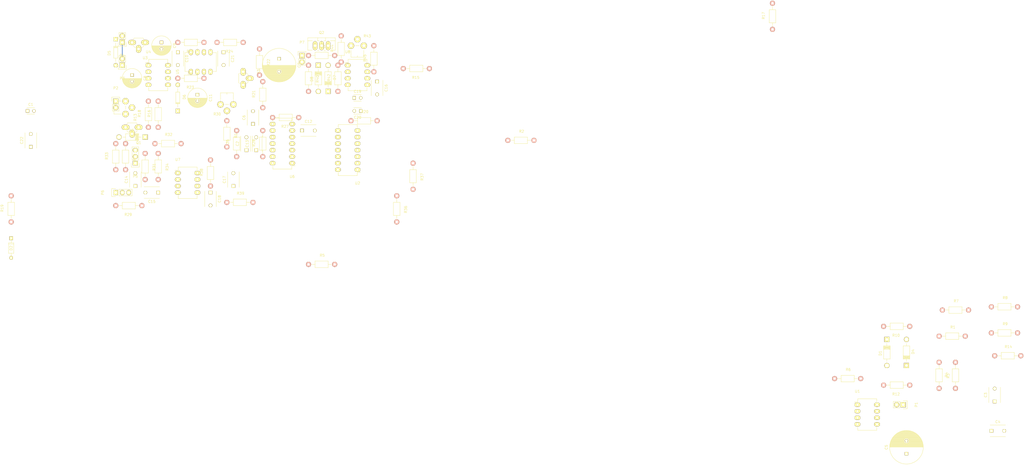
<source format=kicad_pcb>
(kicad_pcb (version 4) (host pcbnew 4.0.3-stable)

  (general
    (links 186)
    (no_connects 185)
    (area 19.655 -100.99512 391.925 194.115)
    (thickness 1.6)
    (drawings 6)
    (tracks 1)
    (zones 0)
    (modules 93)
    (nets 60)
  )

  (page A4)
  (layers
    (0 F.Cu signal)
    (31 B.Cu signal)
    (32 B.Adhes user)
    (33 F.Adhes user)
    (34 B.Paste user)
    (35 F.Paste user)
    (36 B.SilkS user)
    (37 F.SilkS user)
    (38 B.Mask user)
    (39 F.Mask user)
    (40 Dwgs.User user)
    (41 Cmts.User user)
    (42 Eco1.User user)
    (43 Eco2.User user)
    (44 Edge.Cuts user)
    (45 Margin user)
    (46 B.CrtYd user)
    (47 F.CrtYd user)
    (48 B.Fab user)
    (49 F.Fab user)
  )

  (setup
    (last_trace_width 0.25)
    (trace_clearance 0.2)
    (zone_clearance 0.508)
    (zone_45_only no)
    (trace_min 0.2)
    (segment_width 0.2)
    (edge_width 0.15)
    (via_size 0.6)
    (via_drill 0.4)
    (via_min_size 0.4)
    (via_min_drill 0.3)
    (uvia_size 0.3)
    (uvia_drill 0.1)
    (uvias_allowed no)
    (uvia_min_size 0.2)
    (uvia_min_drill 0.1)
    (pcb_text_width 0.3)
    (pcb_text_size 1.5 1.5)
    (mod_edge_width 0.15)
    (mod_text_size 1 1)
    (mod_text_width 0.15)
    (pad_size 1.524 1.524)
    (pad_drill 0.762)
    (pad_to_mask_clearance 0.2)
    (aux_axis_origin 67.31 115.57)
    (grid_origin 67.31 115.57)
    (visible_elements 7FFFFFFF)
    (pcbplotparams
      (layerselection 0x00030_80000001)
      (usegerberextensions false)
      (excludeedgelayer true)
      (linewidth 0.100000)
      (plotframeref false)
      (viasonmask false)
      (mode 1)
      (useauxorigin false)
      (hpglpennumber 1)
      (hpglpenspeed 20)
      (hpglpendiameter 15)
      (hpglpenoverlay 2)
      (psnegative false)
      (psa4output false)
      (plotreference true)
      (plotvalue true)
      (plotinvisibletext false)
      (padsonsilk false)
      (subtractmaskfromsilk false)
      (outputformat 1)
      (mirror false)
      (drillshape 1)
      (scaleselection 1)
      (outputdirectory ""))
  )

  (net 0 "")
  (net 1 GND)
  (net 2 "Net-(P3-Pad2)")
  (net 3 +5V)
  (net 4 "Net-(P5-Pad2)")
  (net 5 "Net-(P5-Pad3)")
  (net 6 "Net-(P6-Pad1)")
  (net 7 "Net-(P6-Pad2)")
  (net 8 "Net-(C15-Pad2)")
  (net 9 "Net-(P7-Pad1)")
  (net 10 "Net-(C8-Pad1)")
  (net 11 "Net-(C8-Pad2)")
  (net 12 -5V)
  (net 13 "Net-(D6-Pad2)")
  (net 14 "Net-(C10-Pad1)")
  (net 15 "Net-(Q2-Pad1)")
  (net 16 "Net-(C21-Pad1)")
  (net 17 "Net-(R24-Pad2)")
  (net 18 "Net-(C6-Pad1)")
  (net 19 "Net-(C13-Pad2)")
  (net 20 "Net-(C12-Pad2)")
  (net 21 "Net-(C13-Pad1)")
  (net 22 "Net-(C2-Pad1)")
  (net 23 "Net-(U2-Pad12)")
  (net 24 "Net-(U2-Pad6)")
  (net 25 "Net-(C12-Pad1)")
  (net 26 "Net-(C15-Pad1)")
  (net 27 "Net-(C17-Pad1)")
  (net 28 "Net-(C18-Pad1)")
  (net 29 "Net-(C14-Pad1)")
  (net 30 "Net-(C14-Pad2)")
  (net 31 "Net-(R43-Pad1)")
  (net 32 "Net-(C19-Pad2)")
  (net 33 "Net-(C19-Pad1)")
  (net 34 "Net-(C16-Pad1)")
  (net 35 "Net-(R43-Pad3)")
  (net 36 "Net-(C1-Pad1)")
  (net 37 "Net-(C5-Pad1)")
  (net 38 "Net-(D3-Pad2)")
  (net 39 "Net-(D3-Pad1)")
  (net 40 "Net-(P1-Pad1)")
  (net 41 "Net-(D2-Pad2)")
  (net 42 "Net-(R1-Pad1)")
  (net 43 "Net-(C4-Pad1)")
  (net 44 "Net-(R3-Pad1)")
  (net 45 "Net-(C3-Pad1)")
  (net 46 "Net-(R14-Pad2)")
  (net 47 "Net-(Q1-Pad3)")
  (net 48 "Net-(R11-Pad1)")
  (net 49 "Net-(Q1-Pad1)")
  (net 50 "Net-(C16-Pad2)")
  (net 51 "Net-(C6-Pad2)")
  (net 52 "Net-(Q3-Pad2)")
  (net 53 "Net-(R36-Pad1)")
  (net 54 "Net-(R37-Pad1)")
  (net 55 "Net-(R43-Pad2)")
  (net 56 "Net-(C3-Pad2)")
  (net 57 "Net-(C4-Pad2)")
  (net 58 +BATT)
  (net 59 "Net-(R17-Pad2)")

  (net_class Default "This is the default net class."
    (clearance 0.2)
    (trace_width 0.25)
    (via_dia 0.6)
    (via_drill 0.4)
    (uvia_dia 0.3)
    (uvia_drill 0.1)
    (add_net +5V)
    (add_net +BATT)
    (add_net -5V)
    (add_net GND)
    (add_net "Net-(C1-Pad1)")
    (add_net "Net-(C10-Pad1)")
    (add_net "Net-(C12-Pad1)")
    (add_net "Net-(C12-Pad2)")
    (add_net "Net-(C13-Pad1)")
    (add_net "Net-(C13-Pad2)")
    (add_net "Net-(C14-Pad1)")
    (add_net "Net-(C14-Pad2)")
    (add_net "Net-(C15-Pad1)")
    (add_net "Net-(C15-Pad2)")
    (add_net "Net-(C16-Pad1)")
    (add_net "Net-(C16-Pad2)")
    (add_net "Net-(C17-Pad1)")
    (add_net "Net-(C18-Pad1)")
    (add_net "Net-(C19-Pad1)")
    (add_net "Net-(C19-Pad2)")
    (add_net "Net-(C2-Pad1)")
    (add_net "Net-(C21-Pad1)")
    (add_net "Net-(C3-Pad1)")
    (add_net "Net-(C3-Pad2)")
    (add_net "Net-(C4-Pad1)")
    (add_net "Net-(C4-Pad2)")
    (add_net "Net-(C5-Pad1)")
    (add_net "Net-(C6-Pad1)")
    (add_net "Net-(C6-Pad2)")
    (add_net "Net-(C8-Pad1)")
    (add_net "Net-(C8-Pad2)")
    (add_net "Net-(D2-Pad2)")
    (add_net "Net-(D3-Pad1)")
    (add_net "Net-(D3-Pad2)")
    (add_net "Net-(D6-Pad2)")
    (add_net "Net-(P1-Pad1)")
    (add_net "Net-(P3-Pad2)")
    (add_net "Net-(P5-Pad2)")
    (add_net "Net-(P5-Pad3)")
    (add_net "Net-(P6-Pad1)")
    (add_net "Net-(P6-Pad2)")
    (add_net "Net-(P7-Pad1)")
    (add_net "Net-(Q1-Pad1)")
    (add_net "Net-(Q1-Pad3)")
    (add_net "Net-(Q2-Pad1)")
    (add_net "Net-(Q3-Pad2)")
    (add_net "Net-(R1-Pad1)")
    (add_net "Net-(R11-Pad1)")
    (add_net "Net-(R14-Pad2)")
    (add_net "Net-(R17-Pad2)")
    (add_net "Net-(R24-Pad2)")
    (add_net "Net-(R3-Pad1)")
    (add_net "Net-(R36-Pad1)")
    (add_net "Net-(R37-Pad1)")
    (add_net "Net-(R43-Pad1)")
    (add_net "Net-(R43-Pad2)")
    (add_net "Net-(R43-Pad3)")
    (add_net "Net-(U2-Pad12)")
    (add_net "Net-(U2-Pad6)")
  )

  (module Capacitors_ThroughHole:C_Disc_D3_P2.5 (layer F.Cu) (tedit 0) (tstamp 57C144B6)
    (at 35.56 76.2)
    (descr "Capacitor 3mm Disc, Pitch 2.5mm")
    (tags Capacitor)
    (path /57C4D032)
    (fp_text reference C1 (at 1.25 -2.5) (layer F.SilkS)
      (effects (font (size 1 1) (thickness 0.15)))
    )
    (fp_text value 100pF (at 1.25 2.5) (layer F.Fab)
      (effects (font (size 1 1) (thickness 0.15)))
    )
    (fp_line (start -0.9 -1.5) (end 3.4 -1.5) (layer F.CrtYd) (width 0.05))
    (fp_line (start 3.4 -1.5) (end 3.4 1.5) (layer F.CrtYd) (width 0.05))
    (fp_line (start 3.4 1.5) (end -0.9 1.5) (layer F.CrtYd) (width 0.05))
    (fp_line (start -0.9 1.5) (end -0.9 -1.5) (layer F.CrtYd) (width 0.05))
    (fp_line (start -0.25 -1.25) (end 2.75 -1.25) (layer F.SilkS) (width 0.15))
    (fp_line (start 2.75 1.25) (end -0.25 1.25) (layer F.SilkS) (width 0.15))
    (pad 1 thru_hole rect (at 0 0) (size 1.3 1.3) (drill 0.8) (layers *.Cu *.Mask F.SilkS)
      (net 36 "Net-(C1-Pad1)"))
    (pad 2 thru_hole circle (at 2.5 0) (size 1.3 1.3) (drill 0.8001) (layers *.Cu *.Mask F.SilkS)
      (net 1 GND))
    (model Capacitors_ThroughHole.3dshapes/C_Disc_D3_P2.5.wrl
      (at (xyz 0.0492126 0 0))
      (scale (xyz 1 1 1))
      (rotate (xyz 0 0 0))
    )
  )

  (module Capacitors_ThroughHole:C_Disc_D6_P5 (layer F.Cu) (tedit 0) (tstamp 57C144BC)
    (at 120.65 91.44 90)
    (descr "Capacitor 6mm Disc, Pitch 5mm")
    (tags Capacitor)
    (path /57C02547)
    (fp_text reference C2 (at 2.5 -3.5 90) (layer F.SilkS)
      (effects (font (size 1 1) (thickness 0.15)))
    )
    (fp_text value 0.001 (at 2.5 3.5 90) (layer F.Fab)
      (effects (font (size 1 1) (thickness 0.15)))
    )
    (fp_line (start -0.95 -2.5) (end 5.95 -2.5) (layer F.CrtYd) (width 0.05))
    (fp_line (start 5.95 -2.5) (end 5.95 2.5) (layer F.CrtYd) (width 0.05))
    (fp_line (start 5.95 2.5) (end -0.95 2.5) (layer F.CrtYd) (width 0.05))
    (fp_line (start -0.95 2.5) (end -0.95 -2.5) (layer F.CrtYd) (width 0.05))
    (fp_line (start -0.5 -2.25) (end 5.5 -2.25) (layer F.SilkS) (width 0.15))
    (fp_line (start 5.5 2.25) (end -0.5 2.25) (layer F.SilkS) (width 0.15))
    (pad 1 thru_hole rect (at 0 0 90) (size 1.4 1.4) (drill 0.9) (layers *.Cu *.Mask F.SilkS)
      (net 22 "Net-(C2-Pad1)"))
    (pad 2 thru_hole circle (at 5 0 90) (size 1.4 1.4) (drill 0.9) (layers *.Cu *.Mask F.SilkS)
      (net 19 "Net-(C13-Pad2)"))
    (model Capacitors_ThroughHole.3dshapes/C_Disc_D6_P5.wrl
      (at (xyz 0.0984252 0 0))
      (scale (xyz 1 1 1))
      (rotate (xyz 0 0 0))
    )
  )

  (module Capacitors_ThroughHole:C_Disc_D6_P5 (layer F.Cu) (tedit 0) (tstamp 57C144C2)
    (at 411.48 189.23 90)
    (descr "Capacitor 6mm Disc, Pitch 5mm")
    (tags Capacitor)
    (path /57C34958)
    (fp_text reference C3 (at 2.5 -3.5 90) (layer F.SilkS)
      (effects (font (size 1 1) (thickness 0.15)))
    )
    (fp_text value 0.1 (at 2.5 3.5 90) (layer F.Fab)
      (effects (font (size 1 1) (thickness 0.15)))
    )
    (fp_line (start -0.95 -2.5) (end 5.95 -2.5) (layer F.CrtYd) (width 0.05))
    (fp_line (start 5.95 -2.5) (end 5.95 2.5) (layer F.CrtYd) (width 0.05))
    (fp_line (start 5.95 2.5) (end -0.95 2.5) (layer F.CrtYd) (width 0.05))
    (fp_line (start -0.95 2.5) (end -0.95 -2.5) (layer F.CrtYd) (width 0.05))
    (fp_line (start -0.5 -2.25) (end 5.5 -2.25) (layer F.SilkS) (width 0.15))
    (fp_line (start 5.5 2.25) (end -0.5 2.25) (layer F.SilkS) (width 0.15))
    (pad 1 thru_hole rect (at 0 0 90) (size 1.4 1.4) (drill 0.9) (layers *.Cu *.Mask F.SilkS)
      (net 45 "Net-(C3-Pad1)"))
    (pad 2 thru_hole circle (at 5 0 90) (size 1.4 1.4) (drill 0.9) (layers *.Cu *.Mask F.SilkS)
      (net 56 "Net-(C3-Pad2)"))
    (model Capacitors_ThroughHole.3dshapes/C_Disc_D6_P5.wrl
      (at (xyz 0.0984252 0 0))
      (scale (xyz 1 1 1))
      (rotate (xyz 0 0 0))
    )
  )

  (module Capacitors_ThroughHole:C_Disc_D6_P5 (layer F.Cu) (tedit 0) (tstamp 57C144C8)
    (at 410.21 200.66)
    (descr "Capacitor 6mm Disc, Pitch 5mm")
    (tags Capacitor)
    (path /57C43852)
    (fp_text reference C4 (at 2.5 -3.5) (layer F.SilkS)
      (effects (font (size 1 1) (thickness 0.15)))
    )
    (fp_text value 1.0 (at 2.5 3.5) (layer F.Fab)
      (effects (font (size 1 1) (thickness 0.15)))
    )
    (fp_line (start -0.95 -2.5) (end 5.95 -2.5) (layer F.CrtYd) (width 0.05))
    (fp_line (start 5.95 -2.5) (end 5.95 2.5) (layer F.CrtYd) (width 0.05))
    (fp_line (start 5.95 2.5) (end -0.95 2.5) (layer F.CrtYd) (width 0.05))
    (fp_line (start -0.95 2.5) (end -0.95 -2.5) (layer F.CrtYd) (width 0.05))
    (fp_line (start -0.5 -2.25) (end 5.5 -2.25) (layer F.SilkS) (width 0.15))
    (fp_line (start 5.5 2.25) (end -0.5 2.25) (layer F.SilkS) (width 0.15))
    (pad 1 thru_hole rect (at 0 0) (size 1.4 1.4) (drill 0.9) (layers *.Cu *.Mask F.SilkS)
      (net 43 "Net-(C4-Pad1)"))
    (pad 2 thru_hole circle (at 5 0) (size 1.4 1.4) (drill 0.9) (layers *.Cu *.Mask F.SilkS)
      (net 57 "Net-(C4-Pad2)"))
    (model Capacitors_ThroughHole.3dshapes/C_Disc_D6_P5.wrl
      (at (xyz 0.0984252 0 0))
      (scale (xyz 1 1 1))
      (rotate (xyz 0 0 0))
    )
  )

  (module Capacitors_ThroughHole:C_Radial_D13_L21_P5 (layer F.Cu) (tedit 0) (tstamp 57C144CE)
    (at 377.19 209.55 90)
    (descr "Radial Electrolytic Capacitor 13mm x Length 21mm, Pitch 5mm")
    (tags "Electrolytic Capacitor")
    (path /57C4A1A3)
    (fp_text reference C5 (at 2.5 -7.8 90) (layer F.SilkS)
      (effects (font (size 1 1) (thickness 0.15)))
    )
    (fp_text value 470x10V (at 2.5 7.8 90) (layer F.Fab)
      (effects (font (size 1 1) (thickness 0.15)))
    )
    (fp_line (start 2.575 -6.5) (end 2.575 6.5) (layer F.SilkS) (width 0.15))
    (fp_line (start 2.715 -6.496) (end 2.715 6.496) (layer F.SilkS) (width 0.15))
    (fp_line (start 2.855 -6.49) (end 2.855 6.49) (layer F.SilkS) (width 0.15))
    (fp_line (start 2.995 -6.481) (end 2.995 6.481) (layer F.SilkS) (width 0.15))
    (fp_line (start 3.135 -6.469) (end 3.135 6.469) (layer F.SilkS) (width 0.15))
    (fp_line (start 3.275 -6.454) (end 3.275 6.454) (layer F.SilkS) (width 0.15))
    (fp_line (start 3.415 -6.435) (end 3.415 6.435) (layer F.SilkS) (width 0.15))
    (fp_line (start 3.555 -6.414) (end 3.555 6.414) (layer F.SilkS) (width 0.15))
    (fp_line (start 3.695 -6.389) (end 3.695 6.389) (layer F.SilkS) (width 0.15))
    (fp_line (start 3.835 -6.361) (end 3.835 6.361) (layer F.SilkS) (width 0.15))
    (fp_line (start 3.975 -6.33) (end 3.975 6.33) (layer F.SilkS) (width 0.15))
    (fp_line (start 4.115 -6.296) (end 4.115 -0.466) (layer F.SilkS) (width 0.15))
    (fp_line (start 4.115 0.466) (end 4.115 6.296) (layer F.SilkS) (width 0.15))
    (fp_line (start 4.255 -6.259) (end 4.255 -0.667) (layer F.SilkS) (width 0.15))
    (fp_line (start 4.255 0.667) (end 4.255 6.259) (layer F.SilkS) (width 0.15))
    (fp_line (start 4.395 -6.218) (end 4.395 -0.796) (layer F.SilkS) (width 0.15))
    (fp_line (start 4.395 0.796) (end 4.395 6.218) (layer F.SilkS) (width 0.15))
    (fp_line (start 4.535 -6.173) (end 4.535 -0.885) (layer F.SilkS) (width 0.15))
    (fp_line (start 4.535 0.885) (end 4.535 6.173) (layer F.SilkS) (width 0.15))
    (fp_line (start 4.675 -6.125) (end 4.675 -0.946) (layer F.SilkS) (width 0.15))
    (fp_line (start 4.675 0.946) (end 4.675 6.125) (layer F.SilkS) (width 0.15))
    (fp_line (start 4.815 -6.074) (end 4.815 -0.983) (layer F.SilkS) (width 0.15))
    (fp_line (start 4.815 0.983) (end 4.815 6.074) (layer F.SilkS) (width 0.15))
    (fp_line (start 4.955 -6.019) (end 4.955 -0.999) (layer F.SilkS) (width 0.15))
    (fp_line (start 4.955 0.999) (end 4.955 6.019) (layer F.SilkS) (width 0.15))
    (fp_line (start 5.095 -5.96) (end 5.095 -0.995) (layer F.SilkS) (width 0.15))
    (fp_line (start 5.095 0.995) (end 5.095 5.96) (layer F.SilkS) (width 0.15))
    (fp_line (start 5.235 -5.897) (end 5.235 -0.972) (layer F.SilkS) (width 0.15))
    (fp_line (start 5.235 0.972) (end 5.235 5.897) (layer F.SilkS) (width 0.15))
    (fp_line (start 5.375 -5.83) (end 5.375 -0.927) (layer F.SilkS) (width 0.15))
    (fp_line (start 5.375 0.927) (end 5.375 5.83) (layer F.SilkS) (width 0.15))
    (fp_line (start 5.515 -5.758) (end 5.515 -0.857) (layer F.SilkS) (width 0.15))
    (fp_line (start 5.515 0.857) (end 5.515 5.758) (layer F.SilkS) (width 0.15))
    (fp_line (start 5.655 -5.683) (end 5.655 -0.756) (layer F.SilkS) (width 0.15))
    (fp_line (start 5.655 0.756) (end 5.655 5.683) (layer F.SilkS) (width 0.15))
    (fp_line (start 5.795 -5.603) (end 5.795 -0.607) (layer F.SilkS) (width 0.15))
    (fp_line (start 5.795 0.607) (end 5.795 5.603) (layer F.SilkS) (width 0.15))
    (fp_line (start 5.935 -5.518) (end 5.935 -0.355) (layer F.SilkS) (width 0.15))
    (fp_line (start 5.935 0.355) (end 5.935 5.518) (layer F.SilkS) (width 0.15))
    (fp_line (start 6.075 -5.429) (end 6.075 5.429) (layer F.SilkS) (width 0.15))
    (fp_line (start 6.215 -5.334) (end 6.215 5.334) (layer F.SilkS) (width 0.15))
    (fp_line (start 6.355 -5.233) (end 6.355 5.233) (layer F.SilkS) (width 0.15))
    (fp_line (start 6.495 -5.127) (end 6.495 5.127) (layer F.SilkS) (width 0.15))
    (fp_line (start 6.635 -5.015) (end 6.635 5.015) (layer F.SilkS) (width 0.15))
    (fp_line (start 6.775 -4.896) (end 6.775 4.896) (layer F.SilkS) (width 0.15))
    (fp_line (start 6.915 -4.771) (end 6.915 4.771) (layer F.SilkS) (width 0.15))
    (fp_line (start 7.055 -4.637) (end 7.055 4.637) (layer F.SilkS) (width 0.15))
    (fp_line (start 7.195 -4.495) (end 7.195 4.495) (layer F.SilkS) (width 0.15))
    (fp_line (start 7.335 -4.344) (end 7.335 4.344) (layer F.SilkS) (width 0.15))
    (fp_line (start 7.475 -4.183) (end 7.475 4.183) (layer F.SilkS) (width 0.15))
    (fp_line (start 7.615 -4.011) (end 7.615 4.011) (layer F.SilkS) (width 0.15))
    (fp_line (start 7.755 -3.826) (end 7.755 3.826) (layer F.SilkS) (width 0.15))
    (fp_line (start 7.895 -3.625) (end 7.895 3.625) (layer F.SilkS) (width 0.15))
    (fp_line (start 8.035 -3.408) (end 8.035 3.408) (layer F.SilkS) (width 0.15))
    (fp_line (start 8.175 -3.169) (end 8.175 3.169) (layer F.SilkS) (width 0.15))
    (fp_line (start 8.315 -2.904) (end 8.315 2.904) (layer F.SilkS) (width 0.15))
    (fp_line (start 8.455 -2.605) (end 8.455 2.605) (layer F.SilkS) (width 0.15))
    (fp_line (start 8.595 -2.259) (end 8.595 2.259) (layer F.SilkS) (width 0.15))
    (fp_line (start 8.735 -1.837) (end 8.735 1.837) (layer F.SilkS) (width 0.15))
    (fp_line (start 8.875 -1.269) (end 8.875 1.269) (layer F.SilkS) (width 0.15))
    (fp_circle (center 5 0) (end 5 -1) (layer F.SilkS) (width 0.15))
    (fp_circle (center 2.5 0) (end 2.5 -6.5375) (layer F.SilkS) (width 0.15))
    (fp_circle (center 2.5 0) (end 2.5 -6.8) (layer F.CrtYd) (width 0.05))
    (pad 1 thru_hole rect (at 0 0 90) (size 1.3 1.3) (drill 0.8) (layers *.Cu *.Mask F.SilkS)
      (net 37 "Net-(C5-Pad1)"))
    (pad 2 thru_hole circle (at 5 0 90) (size 1.3 1.3) (drill 0.8) (layers *.Cu *.Mask F.SilkS)
      (net 1 GND))
    (model Capacitors_ThroughHole.3dshapes/C_Radial_D13_L21_P5.wrl
      (at (xyz 0.0984252 0 0))
      (scale (xyz 1 1 1))
      (rotate (xyz 0 0 90))
    )
  )

  (module Capacitors_ThroughHole:C_Disc_D6_P5 (layer F.Cu) (tedit 0) (tstamp 57C144D4)
    (at 123.19 81.28 90)
    (descr "Capacitor 6mm Disc, Pitch 5mm")
    (tags Capacitor)
    (path /57BFFE8B)
    (fp_text reference C6 (at 2.5 -3.5 90) (layer F.SilkS)
      (effects (font (size 1 1) (thickness 0.15)))
    )
    (fp_text value 0.001 (at 2.5 3.5 90) (layer F.Fab)
      (effects (font (size 1 1) (thickness 0.15)))
    )
    (fp_line (start -0.95 -2.5) (end 5.95 -2.5) (layer F.CrtYd) (width 0.05))
    (fp_line (start 5.95 -2.5) (end 5.95 2.5) (layer F.CrtYd) (width 0.05))
    (fp_line (start 5.95 2.5) (end -0.95 2.5) (layer F.CrtYd) (width 0.05))
    (fp_line (start -0.95 2.5) (end -0.95 -2.5) (layer F.CrtYd) (width 0.05))
    (fp_line (start -0.5 -2.25) (end 5.5 -2.25) (layer F.SilkS) (width 0.15))
    (fp_line (start 5.5 2.25) (end -0.5 2.25) (layer F.SilkS) (width 0.15))
    (pad 1 thru_hole rect (at 0 0 90) (size 1.4 1.4) (drill 0.9) (layers *.Cu *.Mask F.SilkS)
      (net 18 "Net-(C6-Pad1)"))
    (pad 2 thru_hole circle (at 5 0 90) (size 1.4 1.4) (drill 0.9) (layers *.Cu *.Mask F.SilkS)
      (net 51 "Net-(C6-Pad2)"))
    (model Capacitors_ThroughHole.3dshapes/C_Disc_D6_P5.wrl
      (at (xyz 0.0984252 0 0))
      (scale (xyz 1 1 1))
      (rotate (xyz 0 0 0))
    )
  )

  (module Capacitors_ThroughHole:C_Radial_D13_L21_P5 (layer F.Cu) (tedit 0) (tstamp 57C144DA)
    (at 133.35 55.88 270)
    (descr "Radial Electrolytic Capacitor 13mm x Length 21mm, Pitch 5mm")
    (tags "Electrolytic Capacitor")
    (path /57C5638C)
    (fp_text reference C7 (at 2.5 -7.8 270) (layer F.SilkS)
      (effects (font (size 1 1) (thickness 0.15)))
    )
    (fp_text value 1000x25V (at 2.5 7.8 270) (layer F.Fab)
      (effects (font (size 1 1) (thickness 0.15)))
    )
    (fp_line (start 2.575 -6.5) (end 2.575 6.5) (layer F.SilkS) (width 0.15))
    (fp_line (start 2.715 -6.496) (end 2.715 6.496) (layer F.SilkS) (width 0.15))
    (fp_line (start 2.855 -6.49) (end 2.855 6.49) (layer F.SilkS) (width 0.15))
    (fp_line (start 2.995 -6.481) (end 2.995 6.481) (layer F.SilkS) (width 0.15))
    (fp_line (start 3.135 -6.469) (end 3.135 6.469) (layer F.SilkS) (width 0.15))
    (fp_line (start 3.275 -6.454) (end 3.275 6.454) (layer F.SilkS) (width 0.15))
    (fp_line (start 3.415 -6.435) (end 3.415 6.435) (layer F.SilkS) (width 0.15))
    (fp_line (start 3.555 -6.414) (end 3.555 6.414) (layer F.SilkS) (width 0.15))
    (fp_line (start 3.695 -6.389) (end 3.695 6.389) (layer F.SilkS) (width 0.15))
    (fp_line (start 3.835 -6.361) (end 3.835 6.361) (layer F.SilkS) (width 0.15))
    (fp_line (start 3.975 -6.33) (end 3.975 6.33) (layer F.SilkS) (width 0.15))
    (fp_line (start 4.115 -6.296) (end 4.115 -0.466) (layer F.SilkS) (width 0.15))
    (fp_line (start 4.115 0.466) (end 4.115 6.296) (layer F.SilkS) (width 0.15))
    (fp_line (start 4.255 -6.259) (end 4.255 -0.667) (layer F.SilkS) (width 0.15))
    (fp_line (start 4.255 0.667) (end 4.255 6.259) (layer F.SilkS) (width 0.15))
    (fp_line (start 4.395 -6.218) (end 4.395 -0.796) (layer F.SilkS) (width 0.15))
    (fp_line (start 4.395 0.796) (end 4.395 6.218) (layer F.SilkS) (width 0.15))
    (fp_line (start 4.535 -6.173) (end 4.535 -0.885) (layer F.SilkS) (width 0.15))
    (fp_line (start 4.535 0.885) (end 4.535 6.173) (layer F.SilkS) (width 0.15))
    (fp_line (start 4.675 -6.125) (end 4.675 -0.946) (layer F.SilkS) (width 0.15))
    (fp_line (start 4.675 0.946) (end 4.675 6.125) (layer F.SilkS) (width 0.15))
    (fp_line (start 4.815 -6.074) (end 4.815 -0.983) (layer F.SilkS) (width 0.15))
    (fp_line (start 4.815 0.983) (end 4.815 6.074) (layer F.SilkS) (width 0.15))
    (fp_line (start 4.955 -6.019) (end 4.955 -0.999) (layer F.SilkS) (width 0.15))
    (fp_line (start 4.955 0.999) (end 4.955 6.019) (layer F.SilkS) (width 0.15))
    (fp_line (start 5.095 -5.96) (end 5.095 -0.995) (layer F.SilkS) (width 0.15))
    (fp_line (start 5.095 0.995) (end 5.095 5.96) (layer F.SilkS) (width 0.15))
    (fp_line (start 5.235 -5.897) (end 5.235 -0.972) (layer F.SilkS) (width 0.15))
    (fp_line (start 5.235 0.972) (end 5.235 5.897) (layer F.SilkS) (width 0.15))
    (fp_line (start 5.375 -5.83) (end 5.375 -0.927) (layer F.SilkS) (width 0.15))
    (fp_line (start 5.375 0.927) (end 5.375 5.83) (layer F.SilkS) (width 0.15))
    (fp_line (start 5.515 -5.758) (end 5.515 -0.857) (layer F.SilkS) (width 0.15))
    (fp_line (start 5.515 0.857) (end 5.515 5.758) (layer F.SilkS) (width 0.15))
    (fp_line (start 5.655 -5.683) (end 5.655 -0.756) (layer F.SilkS) (width 0.15))
    (fp_line (start 5.655 0.756) (end 5.655 5.683) (layer F.SilkS) (width 0.15))
    (fp_line (start 5.795 -5.603) (end 5.795 -0.607) (layer F.SilkS) (width 0.15))
    (fp_line (start 5.795 0.607) (end 5.795 5.603) (layer F.SilkS) (width 0.15))
    (fp_line (start 5.935 -5.518) (end 5.935 -0.355) (layer F.SilkS) (width 0.15))
    (fp_line (start 5.935 0.355) (end 5.935 5.518) (layer F.SilkS) (width 0.15))
    (fp_line (start 6.075 -5.429) (end 6.075 5.429) (layer F.SilkS) (width 0.15))
    (fp_line (start 6.215 -5.334) (end 6.215 5.334) (layer F.SilkS) (width 0.15))
    (fp_line (start 6.355 -5.233) (end 6.355 5.233) (layer F.SilkS) (width 0.15))
    (fp_line (start 6.495 -5.127) (end 6.495 5.127) (layer F.SilkS) (width 0.15))
    (fp_line (start 6.635 -5.015) (end 6.635 5.015) (layer F.SilkS) (width 0.15))
    (fp_line (start 6.775 -4.896) (end 6.775 4.896) (layer F.SilkS) (width 0.15))
    (fp_line (start 6.915 -4.771) (end 6.915 4.771) (layer F.SilkS) (width 0.15))
    (fp_line (start 7.055 -4.637) (end 7.055 4.637) (layer F.SilkS) (width 0.15))
    (fp_line (start 7.195 -4.495) (end 7.195 4.495) (layer F.SilkS) (width 0.15))
    (fp_line (start 7.335 -4.344) (end 7.335 4.344) (layer F.SilkS) (width 0.15))
    (fp_line (start 7.475 -4.183) (end 7.475 4.183) (layer F.SilkS) (width 0.15))
    (fp_line (start 7.615 -4.011) (end 7.615 4.011) (layer F.SilkS) (width 0.15))
    (fp_line (start 7.755 -3.826) (end 7.755 3.826) (layer F.SilkS) (width 0.15))
    (fp_line (start 7.895 -3.625) (end 7.895 3.625) (layer F.SilkS) (width 0.15))
    (fp_line (start 8.035 -3.408) (end 8.035 3.408) (layer F.SilkS) (width 0.15))
    (fp_line (start 8.175 -3.169) (end 8.175 3.169) (layer F.SilkS) (width 0.15))
    (fp_line (start 8.315 -2.904) (end 8.315 2.904) (layer F.SilkS) (width 0.15))
    (fp_line (start 8.455 -2.605) (end 8.455 2.605) (layer F.SilkS) (width 0.15))
    (fp_line (start 8.595 -2.259) (end 8.595 2.259) (layer F.SilkS) (width 0.15))
    (fp_line (start 8.735 -1.837) (end 8.735 1.837) (layer F.SilkS) (width 0.15))
    (fp_line (start 8.875 -1.269) (end 8.875 1.269) (layer F.SilkS) (width 0.15))
    (fp_circle (center 5 0) (end 5 -1) (layer F.SilkS) (width 0.15))
    (fp_circle (center 2.5 0) (end 2.5 -6.5375) (layer F.SilkS) (width 0.15))
    (fp_circle (center 2.5 0) (end 2.5 -6.8) (layer F.CrtYd) (width 0.05))
    (pad 1 thru_hole rect (at 0 0 270) (size 1.3 1.3) (drill 0.8) (layers *.Cu *.Mask F.SilkS)
      (net 58 +BATT))
    (pad 2 thru_hole circle (at 5 0 270) (size 1.3 1.3) (drill 0.8) (layers *.Cu *.Mask F.SilkS)
      (net 1 GND))
    (model Capacitors_ThroughHole.3dshapes/C_Radial_D13_L21_P5.wrl
      (at (xyz 0.0984252 0 0))
      (scale (xyz 1 1 1))
      (rotate (xyz 0 0 90))
    )
  )

  (module Capacitors_ThroughHole:C_Radial_D7.5_L11.2_P2.5 (layer F.Cu) (tedit 0) (tstamp 57C144E0)
    (at 76.2 62.23 270)
    (descr "Radial Electrolytic Capacitor Diameter 7.5mm x Length 11.2mm, Pitch 2.5mm")
    (tags "Electrolytic Capacitor")
    (path /57BEB677)
    (fp_text reference C8 (at 1.25 -5.1 270) (layer F.SilkS)
      (effects (font (size 1 1) (thickness 0.15)))
    )
    (fp_text value 220x10V (at 1.25 5.1 270) (layer F.Fab)
      (effects (font (size 1 1) (thickness 0.15)))
    )
    (fp_line (start 1.325 -3.749) (end 1.325 3.749) (layer F.SilkS) (width 0.15))
    (fp_line (start 1.465 -3.744) (end 1.465 3.744) (layer F.SilkS) (width 0.15))
    (fp_line (start 1.605 -3.733) (end 1.605 -0.446) (layer F.SilkS) (width 0.15))
    (fp_line (start 1.605 0.446) (end 1.605 3.733) (layer F.SilkS) (width 0.15))
    (fp_line (start 1.745 -3.717) (end 1.745 -0.656) (layer F.SilkS) (width 0.15))
    (fp_line (start 1.745 0.656) (end 1.745 3.717) (layer F.SilkS) (width 0.15))
    (fp_line (start 1.885 -3.696) (end 1.885 -0.789) (layer F.SilkS) (width 0.15))
    (fp_line (start 1.885 0.789) (end 1.885 3.696) (layer F.SilkS) (width 0.15))
    (fp_line (start 2.025 -3.669) (end 2.025 -0.88) (layer F.SilkS) (width 0.15))
    (fp_line (start 2.025 0.88) (end 2.025 3.669) (layer F.SilkS) (width 0.15))
    (fp_line (start 2.165 -3.637) (end 2.165 -0.942) (layer F.SilkS) (width 0.15))
    (fp_line (start 2.165 0.942) (end 2.165 3.637) (layer F.SilkS) (width 0.15))
    (fp_line (start 2.305 -3.599) (end 2.305 -0.981) (layer F.SilkS) (width 0.15))
    (fp_line (start 2.305 0.981) (end 2.305 3.599) (layer F.SilkS) (width 0.15))
    (fp_line (start 2.445 -3.555) (end 2.445 -0.998) (layer F.SilkS) (width 0.15))
    (fp_line (start 2.445 0.998) (end 2.445 3.555) (layer F.SilkS) (width 0.15))
    (fp_line (start 2.585 -3.504) (end 2.585 -0.996) (layer F.SilkS) (width 0.15))
    (fp_line (start 2.585 0.996) (end 2.585 3.504) (layer F.SilkS) (width 0.15))
    (fp_line (start 2.725 -3.448) (end 2.725 -0.974) (layer F.SilkS) (width 0.15))
    (fp_line (start 2.725 0.974) (end 2.725 3.448) (layer F.SilkS) (width 0.15))
    (fp_line (start 2.865 -3.384) (end 2.865 -0.931) (layer F.SilkS) (width 0.15))
    (fp_line (start 2.865 0.931) (end 2.865 3.384) (layer F.SilkS) (width 0.15))
    (fp_line (start 3.005 -3.314) (end 3.005 -0.863) (layer F.SilkS) (width 0.15))
    (fp_line (start 3.005 0.863) (end 3.005 3.314) (layer F.SilkS) (width 0.15))
    (fp_line (start 3.145 -3.236) (end 3.145 -0.764) (layer F.SilkS) (width 0.15))
    (fp_line (start 3.145 0.764) (end 3.145 3.236) (layer F.SilkS) (width 0.15))
    (fp_line (start 3.285 -3.15) (end 3.285 -0.619) (layer F.SilkS) (width 0.15))
    (fp_line (start 3.285 0.619) (end 3.285 3.15) (layer F.SilkS) (width 0.15))
    (fp_line (start 3.425 -3.055) (end 3.425 -0.38) (layer F.SilkS) (width 0.15))
    (fp_line (start 3.425 0.38) (end 3.425 3.055) (layer F.SilkS) (width 0.15))
    (fp_line (start 3.565 -2.95) (end 3.565 2.95) (layer F.SilkS) (width 0.15))
    (fp_line (start 3.705 -2.835) (end 3.705 2.835) (layer F.SilkS) (width 0.15))
    (fp_line (start 3.845 -2.707) (end 3.845 2.707) (layer F.SilkS) (width 0.15))
    (fp_line (start 3.985 -2.566) (end 3.985 2.566) (layer F.SilkS) (width 0.15))
    (fp_line (start 4.125 -2.408) (end 4.125 2.408) (layer F.SilkS) (width 0.15))
    (fp_line (start 4.265 -2.23) (end 4.265 2.23) (layer F.SilkS) (width 0.15))
    (fp_line (start 4.405 -2.027) (end 4.405 2.027) (layer F.SilkS) (width 0.15))
    (fp_line (start 4.545 -1.79) (end 4.545 1.79) (layer F.SilkS) (width 0.15))
    (fp_line (start 4.685 -1.504) (end 4.685 1.504) (layer F.SilkS) (width 0.15))
    (fp_line (start 4.825 -1.132) (end 4.825 1.132) (layer F.SilkS) (width 0.15))
    (fp_line (start 4.965 -0.511) (end 4.965 0.511) (layer F.SilkS) (width 0.15))
    (fp_circle (center 2.5 0) (end 2.5 -1) (layer F.SilkS) (width 0.15))
    (fp_circle (center 1.25 0) (end 1.25 -3.7875) (layer F.SilkS) (width 0.15))
    (fp_circle (center 1.25 0) (end 1.25 -4.1) (layer F.CrtYd) (width 0.05))
    (pad 2 thru_hole circle (at 2.5 0 270) (size 1.3 1.3) (drill 0.8) (layers *.Cu *.Mask F.SilkS)
      (net 11 "Net-(C8-Pad2)"))
    (pad 1 thru_hole rect (at 0 0 270) (size 1.3 1.3) (drill 0.8) (layers *.Cu *.Mask F.SilkS)
      (net 10 "Net-(C8-Pad1)"))
    (model Capacitors_ThroughHole.3dshapes/C_Radial_D7.5_L11.2_P2.5.wrl
      (at (xyz 0 0 0))
      (scale (xyz 1 1 1))
      (rotate (xyz 0 0 0))
    )
  )

  (module Capacitors_ThroughHole:C_Radial_D7.5_L11.2_P2.5 (layer F.Cu) (tedit 0) (tstamp 57C144E6)
    (at 87.63 49.53 270)
    (descr "Radial Electrolytic Capacitor Diameter 7.5mm x Length 11.2mm, Pitch 2.5mm")
    (tags "Electrolytic Capacitor")
    (path /57BE9669)
    (fp_text reference C9 (at 1.25 -5.1 270) (layer F.SilkS)
      (effects (font (size 1 1) (thickness 0.15)))
    )
    (fp_text value 220x10V (at 1.25 5.1 270) (layer F.Fab)
      (effects (font (size 1 1) (thickness 0.15)))
    )
    (fp_line (start 1.325 -3.749) (end 1.325 3.749) (layer F.SilkS) (width 0.15))
    (fp_line (start 1.465 -3.744) (end 1.465 3.744) (layer F.SilkS) (width 0.15))
    (fp_line (start 1.605 -3.733) (end 1.605 -0.446) (layer F.SilkS) (width 0.15))
    (fp_line (start 1.605 0.446) (end 1.605 3.733) (layer F.SilkS) (width 0.15))
    (fp_line (start 1.745 -3.717) (end 1.745 -0.656) (layer F.SilkS) (width 0.15))
    (fp_line (start 1.745 0.656) (end 1.745 3.717) (layer F.SilkS) (width 0.15))
    (fp_line (start 1.885 -3.696) (end 1.885 -0.789) (layer F.SilkS) (width 0.15))
    (fp_line (start 1.885 0.789) (end 1.885 3.696) (layer F.SilkS) (width 0.15))
    (fp_line (start 2.025 -3.669) (end 2.025 -0.88) (layer F.SilkS) (width 0.15))
    (fp_line (start 2.025 0.88) (end 2.025 3.669) (layer F.SilkS) (width 0.15))
    (fp_line (start 2.165 -3.637) (end 2.165 -0.942) (layer F.SilkS) (width 0.15))
    (fp_line (start 2.165 0.942) (end 2.165 3.637) (layer F.SilkS) (width 0.15))
    (fp_line (start 2.305 -3.599) (end 2.305 -0.981) (layer F.SilkS) (width 0.15))
    (fp_line (start 2.305 0.981) (end 2.305 3.599) (layer F.SilkS) (width 0.15))
    (fp_line (start 2.445 -3.555) (end 2.445 -0.998) (layer F.SilkS) (width 0.15))
    (fp_line (start 2.445 0.998) (end 2.445 3.555) (layer F.SilkS) (width 0.15))
    (fp_line (start 2.585 -3.504) (end 2.585 -0.996) (layer F.SilkS) (width 0.15))
    (fp_line (start 2.585 0.996) (end 2.585 3.504) (layer F.SilkS) (width 0.15))
    (fp_line (start 2.725 -3.448) (end 2.725 -0.974) (layer F.SilkS) (width 0.15))
    (fp_line (start 2.725 0.974) (end 2.725 3.448) (layer F.SilkS) (width 0.15))
    (fp_line (start 2.865 -3.384) (end 2.865 -0.931) (layer F.SilkS) (width 0.15))
    (fp_line (start 2.865 0.931) (end 2.865 3.384) (layer F.SilkS) (width 0.15))
    (fp_line (start 3.005 -3.314) (end 3.005 -0.863) (layer F.SilkS) (width 0.15))
    (fp_line (start 3.005 0.863) (end 3.005 3.314) (layer F.SilkS) (width 0.15))
    (fp_line (start 3.145 -3.236) (end 3.145 -0.764) (layer F.SilkS) (width 0.15))
    (fp_line (start 3.145 0.764) (end 3.145 3.236) (layer F.SilkS) (width 0.15))
    (fp_line (start 3.285 -3.15) (end 3.285 -0.619) (layer F.SilkS) (width 0.15))
    (fp_line (start 3.285 0.619) (end 3.285 3.15) (layer F.SilkS) (width 0.15))
    (fp_line (start 3.425 -3.055) (end 3.425 -0.38) (layer F.SilkS) (width 0.15))
    (fp_line (start 3.425 0.38) (end 3.425 3.055) (layer F.SilkS) (width 0.15))
    (fp_line (start 3.565 -2.95) (end 3.565 2.95) (layer F.SilkS) (width 0.15))
    (fp_line (start 3.705 -2.835) (end 3.705 2.835) (layer F.SilkS) (width 0.15))
    (fp_line (start 3.845 -2.707) (end 3.845 2.707) (layer F.SilkS) (width 0.15))
    (fp_line (start 3.985 -2.566) (end 3.985 2.566) (layer F.SilkS) (width 0.15))
    (fp_line (start 4.125 -2.408) (end 4.125 2.408) (layer F.SilkS) (width 0.15))
    (fp_line (start 4.265 -2.23) (end 4.265 2.23) (layer F.SilkS) (width 0.15))
    (fp_line (start 4.405 -2.027) (end 4.405 2.027) (layer F.SilkS) (width 0.15))
    (fp_line (start 4.545 -1.79) (end 4.545 1.79) (layer F.SilkS) (width 0.15))
    (fp_line (start 4.685 -1.504) (end 4.685 1.504) (layer F.SilkS) (width 0.15))
    (fp_line (start 4.825 -1.132) (end 4.825 1.132) (layer F.SilkS) (width 0.15))
    (fp_line (start 4.965 -0.511) (end 4.965 0.511) (layer F.SilkS) (width 0.15))
    (fp_circle (center 2.5 0) (end 2.5 -1) (layer F.SilkS) (width 0.15))
    (fp_circle (center 1.25 0) (end 1.25 -3.7875) (layer F.SilkS) (width 0.15))
    (fp_circle (center 1.25 0) (end 1.25 -4.1) (layer F.CrtYd) (width 0.05))
    (pad 2 thru_hole circle (at 2.5 0 270) (size 1.3 1.3) (drill 0.8) (layers *.Cu *.Mask F.SilkS)
      (net 1 GND))
    (pad 1 thru_hole rect (at 0 0 270) (size 1.3 1.3) (drill 0.8) (layers *.Cu *.Mask F.SilkS)
      (net 3 +5V))
    (model Capacitors_ThroughHole.3dshapes/C_Radial_D7.5_L11.2_P2.5.wrl
      (at (xyz 0 0 0))
      (scale (xyz 1 1 1))
      (rotate (xyz 0 0 0))
    )
  )

  (module Capacitors_ThroughHole:C_Disc_D6_P5 (layer F.Cu) (tedit 0) (tstamp 57C144EC)
    (at 93.98 53.34 270)
    (descr "Capacitor 6mm Disc, Pitch 5mm")
    (tags Capacitor)
    (path /57BE5A5B)
    (fp_text reference C10 (at 2.5 -3.5 270) (layer F.SilkS)
      (effects (font (size 1 1) (thickness 0.15)))
    )
    (fp_text value "0.022 5%" (at 2.5 3.5 270) (layer F.Fab)
      (effects (font (size 1 1) (thickness 0.15)))
    )
    (fp_line (start -0.95 -2.5) (end 5.95 -2.5) (layer F.CrtYd) (width 0.05))
    (fp_line (start 5.95 -2.5) (end 5.95 2.5) (layer F.CrtYd) (width 0.05))
    (fp_line (start 5.95 2.5) (end -0.95 2.5) (layer F.CrtYd) (width 0.05))
    (fp_line (start -0.95 2.5) (end -0.95 -2.5) (layer F.CrtYd) (width 0.05))
    (fp_line (start -0.5 -2.25) (end 5.5 -2.25) (layer F.SilkS) (width 0.15))
    (fp_line (start 5.5 2.25) (end -0.5 2.25) (layer F.SilkS) (width 0.15))
    (pad 1 thru_hole rect (at 0 0 270) (size 1.4 1.4) (drill 0.9) (layers *.Cu *.Mask F.SilkS)
      (net 14 "Net-(C10-Pad1)"))
    (pad 2 thru_hole circle (at 5 0 270) (size 1.4 1.4) (drill 0.9) (layers *.Cu *.Mask F.SilkS)
      (net 1 GND))
    (model Capacitors_ThroughHole.3dshapes/C_Disc_D6_P5.wrl
      (at (xyz 0.0984252 0 0))
      (scale (xyz 1 1 1))
      (rotate (xyz 0 0 0))
    )
  )

  (module Capacitors_ThroughHole:C_Radial_D7.5_L11.2_P2.5 (layer F.Cu) (tedit 0) (tstamp 57C144F2)
    (at 101.6 69.85 270)
    (descr "Radial Electrolytic Capacitor Diameter 7.5mm x Length 11.2mm, Pitch 2.5mm")
    (tags "Electrolytic Capacitor")
    (path /57BEEE74)
    (fp_text reference C11 (at 1.25 -5.1 270) (layer F.SilkS)
      (effects (font (size 1 1) (thickness 0.15)))
    )
    (fp_text value 220x10V (at 1.25 5.1 270) (layer F.Fab)
      (effects (font (size 1 1) (thickness 0.15)))
    )
    (fp_line (start 1.325 -3.749) (end 1.325 3.749) (layer F.SilkS) (width 0.15))
    (fp_line (start 1.465 -3.744) (end 1.465 3.744) (layer F.SilkS) (width 0.15))
    (fp_line (start 1.605 -3.733) (end 1.605 -0.446) (layer F.SilkS) (width 0.15))
    (fp_line (start 1.605 0.446) (end 1.605 3.733) (layer F.SilkS) (width 0.15))
    (fp_line (start 1.745 -3.717) (end 1.745 -0.656) (layer F.SilkS) (width 0.15))
    (fp_line (start 1.745 0.656) (end 1.745 3.717) (layer F.SilkS) (width 0.15))
    (fp_line (start 1.885 -3.696) (end 1.885 -0.789) (layer F.SilkS) (width 0.15))
    (fp_line (start 1.885 0.789) (end 1.885 3.696) (layer F.SilkS) (width 0.15))
    (fp_line (start 2.025 -3.669) (end 2.025 -0.88) (layer F.SilkS) (width 0.15))
    (fp_line (start 2.025 0.88) (end 2.025 3.669) (layer F.SilkS) (width 0.15))
    (fp_line (start 2.165 -3.637) (end 2.165 -0.942) (layer F.SilkS) (width 0.15))
    (fp_line (start 2.165 0.942) (end 2.165 3.637) (layer F.SilkS) (width 0.15))
    (fp_line (start 2.305 -3.599) (end 2.305 -0.981) (layer F.SilkS) (width 0.15))
    (fp_line (start 2.305 0.981) (end 2.305 3.599) (layer F.SilkS) (width 0.15))
    (fp_line (start 2.445 -3.555) (end 2.445 -0.998) (layer F.SilkS) (width 0.15))
    (fp_line (start 2.445 0.998) (end 2.445 3.555) (layer F.SilkS) (width 0.15))
    (fp_line (start 2.585 -3.504) (end 2.585 -0.996) (layer F.SilkS) (width 0.15))
    (fp_line (start 2.585 0.996) (end 2.585 3.504) (layer F.SilkS) (width 0.15))
    (fp_line (start 2.725 -3.448) (end 2.725 -0.974) (layer F.SilkS) (width 0.15))
    (fp_line (start 2.725 0.974) (end 2.725 3.448) (layer F.SilkS) (width 0.15))
    (fp_line (start 2.865 -3.384) (end 2.865 -0.931) (layer F.SilkS) (width 0.15))
    (fp_line (start 2.865 0.931) (end 2.865 3.384) (layer F.SilkS) (width 0.15))
    (fp_line (start 3.005 -3.314) (end 3.005 -0.863) (layer F.SilkS) (width 0.15))
    (fp_line (start 3.005 0.863) (end 3.005 3.314) (layer F.SilkS) (width 0.15))
    (fp_line (start 3.145 -3.236) (end 3.145 -0.764) (layer F.SilkS) (width 0.15))
    (fp_line (start 3.145 0.764) (end 3.145 3.236) (layer F.SilkS) (width 0.15))
    (fp_line (start 3.285 -3.15) (end 3.285 -0.619) (layer F.SilkS) (width 0.15))
    (fp_line (start 3.285 0.619) (end 3.285 3.15) (layer F.SilkS) (width 0.15))
    (fp_line (start 3.425 -3.055) (end 3.425 -0.38) (layer F.SilkS) (width 0.15))
    (fp_line (start 3.425 0.38) (end 3.425 3.055) (layer F.SilkS) (width 0.15))
    (fp_line (start 3.565 -2.95) (end 3.565 2.95) (layer F.SilkS) (width 0.15))
    (fp_line (start 3.705 -2.835) (end 3.705 2.835) (layer F.SilkS) (width 0.15))
    (fp_line (start 3.845 -2.707) (end 3.845 2.707) (layer F.SilkS) (width 0.15))
    (fp_line (start 3.985 -2.566) (end 3.985 2.566) (layer F.SilkS) (width 0.15))
    (fp_line (start 4.125 -2.408) (end 4.125 2.408) (layer F.SilkS) (width 0.15))
    (fp_line (start 4.265 -2.23) (end 4.265 2.23) (layer F.SilkS) (width 0.15))
    (fp_line (start 4.405 -2.027) (end 4.405 2.027) (layer F.SilkS) (width 0.15))
    (fp_line (start 4.545 -1.79) (end 4.545 1.79) (layer F.SilkS) (width 0.15))
    (fp_line (start 4.685 -1.504) (end 4.685 1.504) (layer F.SilkS) (width 0.15))
    (fp_line (start 4.825 -1.132) (end 4.825 1.132) (layer F.SilkS) (width 0.15))
    (fp_line (start 4.965 -0.511) (end 4.965 0.511) (layer F.SilkS) (width 0.15))
    (fp_circle (center 2.5 0) (end 2.5 -1) (layer F.SilkS) (width 0.15))
    (fp_circle (center 1.25 0) (end 1.25 -3.7875) (layer F.SilkS) (width 0.15))
    (fp_circle (center 1.25 0) (end 1.25 -4.1) (layer F.CrtYd) (width 0.05))
    (pad 2 thru_hole circle (at 2.5 0 270) (size 1.3 1.3) (drill 0.8) (layers *.Cu *.Mask F.SilkS)
      (net 12 -5V))
    (pad 1 thru_hole rect (at 0 0 270) (size 1.3 1.3) (drill 0.8) (layers *.Cu *.Mask F.SilkS)
      (net 1 GND))
    (model Capacitors_ThroughHole.3dshapes/C_Radial_D7.5_L11.2_P2.5.wrl
      (at (xyz 0 0 0))
      (scale (xyz 1 1 1))
      (rotate (xyz 0 0 0))
    )
  )

  (module Capacitors_ThroughHole:C_Disc_D6_P5 (layer F.Cu) (tedit 0) (tstamp 57C144F8)
    (at 142.24 83.82)
    (descr "Capacitor 6mm Disc, Pitch 5mm")
    (tags Capacitor)
    (path /57C07951)
    (fp_text reference C12 (at 2.5 -3.5) (layer F.SilkS)
      (effects (font (size 1 1) (thickness 0.15)))
    )
    (fp_text value 0.001 (at 2.5 3.5) (layer F.Fab)
      (effects (font (size 1 1) (thickness 0.15)))
    )
    (fp_line (start -0.95 -2.5) (end 5.95 -2.5) (layer F.CrtYd) (width 0.05))
    (fp_line (start 5.95 -2.5) (end 5.95 2.5) (layer F.CrtYd) (width 0.05))
    (fp_line (start 5.95 2.5) (end -0.95 2.5) (layer F.CrtYd) (width 0.05))
    (fp_line (start -0.95 2.5) (end -0.95 -2.5) (layer F.CrtYd) (width 0.05))
    (fp_line (start -0.5 -2.25) (end 5.5 -2.25) (layer F.SilkS) (width 0.15))
    (fp_line (start 5.5 2.25) (end -0.5 2.25) (layer F.SilkS) (width 0.15))
    (pad 1 thru_hole rect (at 0 0) (size 1.4 1.4) (drill 0.9) (layers *.Cu *.Mask F.SilkS)
      (net 25 "Net-(C12-Pad1)"))
    (pad 2 thru_hole circle (at 5 0) (size 1.4 1.4) (drill 0.9) (layers *.Cu *.Mask F.SilkS)
      (net 20 "Net-(C12-Pad2)"))
    (model Capacitors_ThroughHole.3dshapes/C_Disc_D6_P5.wrl
      (at (xyz 0.0984252 0 0))
      (scale (xyz 1 1 1))
      (rotate (xyz 0 0 0))
    )
  )

  (module Capacitors_ThroughHole:C_Disc_D6_P5 (layer F.Cu) (tedit 0) (tstamp 57C144FE)
    (at 124.46 91.44 90)
    (descr "Capacitor 6mm Disc, Pitch 5mm")
    (tags Capacitor)
    (path /57C044C1)
    (fp_text reference C13 (at 2.5 -3.5 90) (layer F.SilkS)
      (effects (font (size 1 1) (thickness 0.15)))
    )
    (fp_text value 0.001 (at 2.5 3.5 90) (layer F.Fab)
      (effects (font (size 1 1) (thickness 0.15)))
    )
    (fp_line (start -0.95 -2.5) (end 5.95 -2.5) (layer F.CrtYd) (width 0.05))
    (fp_line (start 5.95 -2.5) (end 5.95 2.5) (layer F.CrtYd) (width 0.05))
    (fp_line (start 5.95 2.5) (end -0.95 2.5) (layer F.CrtYd) (width 0.05))
    (fp_line (start -0.95 2.5) (end -0.95 -2.5) (layer F.CrtYd) (width 0.05))
    (fp_line (start -0.5 -2.25) (end 5.5 -2.25) (layer F.SilkS) (width 0.15))
    (fp_line (start 5.5 2.25) (end -0.5 2.25) (layer F.SilkS) (width 0.15))
    (pad 1 thru_hole rect (at 0 0 90) (size 1.4 1.4) (drill 0.9) (layers *.Cu *.Mask F.SilkS)
      (net 21 "Net-(C13-Pad1)"))
    (pad 2 thru_hole circle (at 5 0 90) (size 1.4 1.4) (drill 0.9) (layers *.Cu *.Mask F.SilkS)
      (net 19 "Net-(C13-Pad2)"))
    (model Capacitors_ThroughHole.3dshapes/C_Disc_D6_P5.wrl
      (at (xyz 0.0984252 0 0))
      (scale (xyz 1 1 1))
      (rotate (xyz 0 0 0))
    )
  )

  (module Capacitors_ThroughHole:C_Disc_D6_P5 (layer F.Cu) (tedit 0) (tstamp 57C14504)
    (at 77.47 105.41 90)
    (descr "Capacitor 6mm Disc, Pitch 5mm")
    (tags Capacitor)
    (path /57BF5D17)
    (fp_text reference C14 (at 2.5 -3.5 90) (layer F.SilkS)
      (effects (font (size 1 1) (thickness 0.15)))
    )
    (fp_text value 0.047 (at 2.5 3.5 90) (layer F.Fab)
      (effects (font (size 1 1) (thickness 0.15)))
    )
    (fp_line (start -0.95 -2.5) (end 5.95 -2.5) (layer F.CrtYd) (width 0.05))
    (fp_line (start 5.95 -2.5) (end 5.95 2.5) (layer F.CrtYd) (width 0.05))
    (fp_line (start 5.95 2.5) (end -0.95 2.5) (layer F.CrtYd) (width 0.05))
    (fp_line (start -0.95 2.5) (end -0.95 -2.5) (layer F.CrtYd) (width 0.05))
    (fp_line (start -0.5 -2.25) (end 5.5 -2.25) (layer F.SilkS) (width 0.15))
    (fp_line (start 5.5 2.25) (end -0.5 2.25) (layer F.SilkS) (width 0.15))
    (pad 1 thru_hole rect (at 0 0 90) (size 1.4 1.4) (drill 0.9) (layers *.Cu *.Mask F.SilkS)
      (net 29 "Net-(C14-Pad1)"))
    (pad 2 thru_hole circle (at 5 0 90) (size 1.4 1.4) (drill 0.9) (layers *.Cu *.Mask F.SilkS)
      (net 30 "Net-(C14-Pad2)"))
    (model Capacitors_ThroughHole.3dshapes/C_Disc_D6_P5.wrl
      (at (xyz 0.0984252 0 0))
      (scale (xyz 1 1 1))
      (rotate (xyz 0 0 0))
    )
  )

  (module Capacitors_ThroughHole:C_Disc_D6_P5 (layer F.Cu) (tedit 0) (tstamp 57C1450A)
    (at 86.36 107.95 180)
    (descr "Capacitor 6mm Disc, Pitch 5mm")
    (tags Capacitor)
    (path /57BF528B)
    (fp_text reference C15 (at 2.5 -3.5 180) (layer F.SilkS)
      (effects (font (size 1 1) (thickness 0.15)))
    )
    (fp_text value 0.1 (at 2.5 3.5 180) (layer F.Fab)
      (effects (font (size 1 1) (thickness 0.15)))
    )
    (fp_line (start -0.95 -2.5) (end 5.95 -2.5) (layer F.CrtYd) (width 0.05))
    (fp_line (start 5.95 -2.5) (end 5.95 2.5) (layer F.CrtYd) (width 0.05))
    (fp_line (start 5.95 2.5) (end -0.95 2.5) (layer F.CrtYd) (width 0.05))
    (fp_line (start -0.95 2.5) (end -0.95 -2.5) (layer F.CrtYd) (width 0.05))
    (fp_line (start -0.5 -2.25) (end 5.5 -2.25) (layer F.SilkS) (width 0.15))
    (fp_line (start 5.5 2.25) (end -0.5 2.25) (layer F.SilkS) (width 0.15))
    (pad 1 thru_hole rect (at 0 0 180) (size 1.4 1.4) (drill 0.9) (layers *.Cu *.Mask F.SilkS)
      (net 26 "Net-(C15-Pad1)"))
    (pad 2 thru_hole circle (at 5 0 180) (size 1.4 1.4) (drill 0.9) (layers *.Cu *.Mask F.SilkS)
      (net 8 "Net-(C15-Pad2)"))
    (model Capacitors_ThroughHole.3dshapes/C_Disc_D6_P5.wrl
      (at (xyz 0.0984252 0 0))
      (scale (xyz 1 1 1))
      (rotate (xyz 0 0 0))
    )
  )

  (module Capacitors_ThroughHole:C_Disc_D6_P5 (layer F.Cu) (tedit 0) (tstamp 57C14510)
    (at 171.45 64.77 270)
    (descr "Capacitor 6mm Disc, Pitch 5mm")
    (tags Capacitor)
    (path /57BF2D8B)
    (fp_text reference C16 (at 2.5 -3.5 270) (layer F.SilkS)
      (effects (font (size 1 1) (thickness 0.15)))
    )
    (fp_text value 0.1 (at 2.5 3.5 270) (layer F.Fab)
      (effects (font (size 1 1) (thickness 0.15)))
    )
    (fp_line (start -0.95 -2.5) (end 5.95 -2.5) (layer F.CrtYd) (width 0.05))
    (fp_line (start 5.95 -2.5) (end 5.95 2.5) (layer F.CrtYd) (width 0.05))
    (fp_line (start 5.95 2.5) (end -0.95 2.5) (layer F.CrtYd) (width 0.05))
    (fp_line (start -0.95 2.5) (end -0.95 -2.5) (layer F.CrtYd) (width 0.05))
    (fp_line (start -0.5 -2.25) (end 5.5 -2.25) (layer F.SilkS) (width 0.15))
    (fp_line (start 5.5 2.25) (end -0.5 2.25) (layer F.SilkS) (width 0.15))
    (pad 1 thru_hole rect (at 0 0 270) (size 1.4 1.4) (drill 0.9) (layers *.Cu *.Mask F.SilkS)
      (net 34 "Net-(C16-Pad1)"))
    (pad 2 thru_hole circle (at 5 0 270) (size 1.4 1.4) (drill 0.9) (layers *.Cu *.Mask F.SilkS)
      (net 50 "Net-(C16-Pad2)"))
    (model Capacitors_ThroughHole.3dshapes/C_Disc_D6_P5.wrl
      (at (xyz 0.0984252 0 0))
      (scale (xyz 1 1 1))
      (rotate (xyz 0 0 0))
    )
  )

  (module Capacitors_ThroughHole:C_Disc_D6_P5 (layer F.Cu) (tedit 0) (tstamp 57C14516)
    (at 115.57 105.41 90)
    (descr "Capacitor 6mm Disc, Pitch 5mm")
    (tags Capacitor)
    (path /57BF495D)
    (fp_text reference C17 (at 2.5 -3.5 90) (layer F.SilkS)
      (effects (font (size 1 1) (thickness 0.15)))
    )
    (fp_text value 0.22 (at 2.5 3.5 90) (layer F.Fab)
      (effects (font (size 1 1) (thickness 0.15)))
    )
    (fp_line (start -0.95 -2.5) (end 5.95 -2.5) (layer F.CrtYd) (width 0.05))
    (fp_line (start 5.95 -2.5) (end 5.95 2.5) (layer F.CrtYd) (width 0.05))
    (fp_line (start 5.95 2.5) (end -0.95 2.5) (layer F.CrtYd) (width 0.05))
    (fp_line (start -0.95 2.5) (end -0.95 -2.5) (layer F.CrtYd) (width 0.05))
    (fp_line (start -0.5 -2.25) (end 5.5 -2.25) (layer F.SilkS) (width 0.15))
    (fp_line (start 5.5 2.25) (end -0.5 2.25) (layer F.SilkS) (width 0.15))
    (pad 1 thru_hole rect (at 0 0 90) (size 1.4 1.4) (drill 0.9) (layers *.Cu *.Mask F.SilkS)
      (net 27 "Net-(C17-Pad1)"))
    (pad 2 thru_hole circle (at 5 0 90) (size 1.4 1.4) (drill 0.9) (layers *.Cu *.Mask F.SilkS)
      (net 26 "Net-(C15-Pad1)"))
    (model Capacitors_ThroughHole.3dshapes/C_Disc_D6_P5.wrl
      (at (xyz 0.0984252 0 0))
      (scale (xyz 1 1 1))
      (rotate (xyz 0 0 0))
    )
  )

  (module Capacitors_ThroughHole:C_Disc_D6_P5 (layer F.Cu) (tedit 0) (tstamp 57C1451C)
    (at 106.68 107.95 270)
    (descr "Capacitor 6mm Disc, Pitch 5mm")
    (tags Capacitor)
    (path /57BF4143)
    (fp_text reference C18 (at 2.5 -3.5 270) (layer F.SilkS)
      (effects (font (size 1 1) (thickness 0.15)))
    )
    (fp_text value 0.22 (at 2.5 3.5 270) (layer F.Fab)
      (effects (font (size 1 1) (thickness 0.15)))
    )
    (fp_line (start -0.95 -2.5) (end 5.95 -2.5) (layer F.CrtYd) (width 0.05))
    (fp_line (start 5.95 -2.5) (end 5.95 2.5) (layer F.CrtYd) (width 0.05))
    (fp_line (start 5.95 2.5) (end -0.95 2.5) (layer F.CrtYd) (width 0.05))
    (fp_line (start -0.95 2.5) (end -0.95 -2.5) (layer F.CrtYd) (width 0.05))
    (fp_line (start -0.5 -2.25) (end 5.5 -2.25) (layer F.SilkS) (width 0.15))
    (fp_line (start 5.5 2.25) (end -0.5 2.25) (layer F.SilkS) (width 0.15))
    (pad 1 thru_hole rect (at 0 0 270) (size 1.4 1.4) (drill 0.9) (layers *.Cu *.Mask F.SilkS)
      (net 28 "Net-(C18-Pad1)"))
    (pad 2 thru_hole circle (at 5 0 270) (size 1.4 1.4) (drill 0.9) (layers *.Cu *.Mask F.SilkS)
      (net 1 GND))
    (model Capacitors_ThroughHole.3dshapes/C_Disc_D6_P5.wrl
      (at (xyz 0.0984252 0 0))
      (scale (xyz 1 1 1))
      (rotate (xyz 0 0 0))
    )
  )

  (module Capacitors_ThroughHole:C_Disc_D3_P2.5 (layer F.Cu) (tedit 0) (tstamp 57C14522)
    (at 162.56 71.12)
    (descr "Capacitor 3mm Disc, Pitch 2.5mm")
    (tags Capacitor)
    (path /57BEEA25)
    (fp_text reference C19 (at 1.25 -2.5) (layer F.SilkS)
      (effects (font (size 1 1) (thickness 0.15)))
    )
    (fp_text value 100pF (at 1.25 2.5) (layer F.Fab)
      (effects (font (size 1 1) (thickness 0.15)))
    )
    (fp_line (start -0.9 -1.5) (end 3.4 -1.5) (layer F.CrtYd) (width 0.05))
    (fp_line (start 3.4 -1.5) (end 3.4 1.5) (layer F.CrtYd) (width 0.05))
    (fp_line (start 3.4 1.5) (end -0.9 1.5) (layer F.CrtYd) (width 0.05))
    (fp_line (start -0.9 1.5) (end -0.9 -1.5) (layer F.CrtYd) (width 0.05))
    (fp_line (start -0.25 -1.25) (end 2.75 -1.25) (layer F.SilkS) (width 0.15))
    (fp_line (start 2.75 1.25) (end -0.25 1.25) (layer F.SilkS) (width 0.15))
    (pad 1 thru_hole rect (at 0 0) (size 1.3 1.3) (drill 0.8) (layers *.Cu *.Mask F.SilkS)
      (net 33 "Net-(C19-Pad1)"))
    (pad 2 thru_hole circle (at 2.5 0) (size 1.3 1.3) (drill 0.8001) (layers *.Cu *.Mask F.SilkS)
      (net 32 "Net-(C19-Pad2)"))
    (model Capacitors_ThroughHole.3dshapes/C_Disc_D3_P2.5.wrl
      (at (xyz 0.0492126 0 0))
      (scale (xyz 1 1 1))
      (rotate (xyz 0 0 0))
    )
  )

  (module Capacitors_ThroughHole:C_Disc_D3_P2.5 (layer F.Cu) (tedit 0) (tstamp 57C14528)
    (at 165.1 76.2 180)
    (descr "Capacitor 3mm Disc, Pitch 2.5mm")
    (tags Capacitor)
    (path /57BF1DD8)
    (fp_text reference C20 (at 1.25 -2.5 180) (layer F.SilkS)
      (effects (font (size 1 1) (thickness 0.15)))
    )
    (fp_text value 100pF (at 1.25 2.5 180) (layer F.Fab)
      (effects (font (size 1 1) (thickness 0.15)))
    )
    (fp_line (start -0.9 -1.5) (end 3.4 -1.5) (layer F.CrtYd) (width 0.05))
    (fp_line (start 3.4 -1.5) (end 3.4 1.5) (layer F.CrtYd) (width 0.05))
    (fp_line (start 3.4 1.5) (end -0.9 1.5) (layer F.CrtYd) (width 0.05))
    (fp_line (start -0.9 1.5) (end -0.9 -1.5) (layer F.CrtYd) (width 0.05))
    (fp_line (start -0.25 -1.25) (end 2.75 -1.25) (layer F.SilkS) (width 0.15))
    (fp_line (start 2.75 1.25) (end -0.25 1.25) (layer F.SilkS) (width 0.15))
    (pad 1 thru_hole rect (at 0 0 180) (size 1.3 1.3) (drill 0.8) (layers *.Cu *.Mask F.SilkS)
      (net 3 +5V))
    (pad 2 thru_hole circle (at 2.5 0 180) (size 1.3 1.3) (drill 0.8001) (layers *.Cu *.Mask F.SilkS)
      (net 12 -5V))
    (model Capacitors_ThroughHole.3dshapes/C_Disc_D3_P2.5.wrl
      (at (xyz 0.0492126 0 0))
      (scale (xyz 1 1 1))
      (rotate (xyz 0 0 0))
    )
  )

  (module Capacitors_ThroughHole:C_Disc_D6_P5 (layer F.Cu) (tedit 0) (tstamp 57C1452E)
    (at 111.76 53.34 270)
    (descr "Capacitor 6mm Disc, Pitch 5mm")
    (tags Capacitor)
    (path /57BE5ACA)
    (fp_text reference C21 (at 2.5 -3.5 270) (layer F.SilkS)
      (effects (font (size 1 1) (thickness 0.15)))
    )
    (fp_text value 0.1 (at 2.5 3.5 270) (layer F.Fab)
      (effects (font (size 1 1) (thickness 0.15)))
    )
    (fp_line (start -0.95 -2.5) (end 5.95 -2.5) (layer F.CrtYd) (width 0.05))
    (fp_line (start 5.95 -2.5) (end 5.95 2.5) (layer F.CrtYd) (width 0.05))
    (fp_line (start 5.95 2.5) (end -0.95 2.5) (layer F.CrtYd) (width 0.05))
    (fp_line (start -0.95 2.5) (end -0.95 -2.5) (layer F.CrtYd) (width 0.05))
    (fp_line (start -0.5 -2.25) (end 5.5 -2.25) (layer F.SilkS) (width 0.15))
    (fp_line (start 5.5 2.25) (end -0.5 2.25) (layer F.SilkS) (width 0.15))
    (pad 1 thru_hole rect (at 0 0 270) (size 1.4 1.4) (drill 0.9) (layers *.Cu *.Mask F.SilkS)
      (net 16 "Net-(C21-Pad1)"))
    (pad 2 thru_hole circle (at 5 0 270) (size 1.4 1.4) (drill 0.9) (layers *.Cu *.Mask F.SilkS)
      (net 1 GND))
    (model Capacitors_ThroughHole.3dshapes/C_Disc_D6_P5.wrl
      (at (xyz 0.0984252 0 0))
      (scale (xyz 1 1 1))
      (rotate (xyz 0 0 0))
    )
  )

  (module Capacitors_ThroughHole:C_Disc_D6_P5 (layer F.Cu) (tedit 0) (tstamp 57C14534)
    (at 36.83 90.17 90)
    (descr "Capacitor 6mm Disc, Pitch 5mm")
    (tags Capacitor)
    (path /57BF1D45)
    (fp_text reference C22 (at 2.5 -3.5 90) (layer F.SilkS)
      (effects (font (size 1 1) (thickness 0.15)))
    )
    (fp_text value 0.1 (at 2.5 3.5 90) (layer F.Fab)
      (effects (font (size 1 1) (thickness 0.15)))
    )
    (fp_line (start -0.95 -2.5) (end 5.95 -2.5) (layer F.CrtYd) (width 0.05))
    (fp_line (start 5.95 -2.5) (end 5.95 2.5) (layer F.CrtYd) (width 0.05))
    (fp_line (start 5.95 2.5) (end -0.95 2.5) (layer F.CrtYd) (width 0.05))
    (fp_line (start -0.95 2.5) (end -0.95 -2.5) (layer F.CrtYd) (width 0.05))
    (fp_line (start -0.5 -2.25) (end 5.5 -2.25) (layer F.SilkS) (width 0.15))
    (fp_line (start 5.5 2.25) (end -0.5 2.25) (layer F.SilkS) (width 0.15))
    (pad 1 thru_hole rect (at 0 0 90) (size 1.4 1.4) (drill 0.9) (layers *.Cu *.Mask F.SilkS)
      (net 3 +5V))
    (pad 2 thru_hole circle (at 5 0 90) (size 1.4 1.4) (drill 0.9) (layers *.Cu *.Mask F.SilkS)
      (net 12 -5V))
    (model Capacitors_ThroughHole.3dshapes/C_Disc_D6_P5.wrl
      (at (xyz 0.0984252 0 0))
      (scale (xyz 1 1 1))
      (rotate (xyz 0 0 0))
    )
  )

  (module Diodes_ThroughHole:Diode_DO-41_SOD81_Horizontal_RM10 (layer F.Cu) (tedit 552FFCCE) (tstamp 57C1453A)
    (at 369.57 165.1 270)
    (descr "Diode, DO-41, SOD81, Horizontal, RM 10mm,")
    (tags "Diode, DO-41, SOD81, Horizontal, RM 10mm, 1N4007, SB140,")
    (path /57C4A00E)
    (fp_text reference D1 (at 5.38734 2.53746 270) (layer F.SilkS)
      (effects (font (size 1 1) (thickness 0.15)))
    )
    (fp_text value 1N4148 (at 4.37134 -3.55854 270) (layer F.Fab)
      (effects (font (size 1 1) (thickness 0.15)))
    )
    (fp_line (start 7.62 -0.00254) (end 8.636 -0.00254) (layer F.SilkS) (width 0.15))
    (fp_line (start 2.794 -0.00254) (end 1.524 -0.00254) (layer F.SilkS) (width 0.15))
    (fp_line (start 3.048 -1.27254) (end 3.048 1.26746) (layer F.SilkS) (width 0.15))
    (fp_line (start 3.302 -1.27254) (end 3.302 1.26746) (layer F.SilkS) (width 0.15))
    (fp_line (start 3.556 -1.27254) (end 3.556 1.26746) (layer F.SilkS) (width 0.15))
    (fp_line (start 2.794 -1.27254) (end 2.794 1.26746) (layer F.SilkS) (width 0.15))
    (fp_line (start 3.81 -1.27254) (end 2.54 1.26746) (layer F.SilkS) (width 0.15))
    (fp_line (start 2.54 -1.27254) (end 3.81 1.26746) (layer F.SilkS) (width 0.15))
    (fp_line (start 3.81 -1.27254) (end 3.81 1.26746) (layer F.SilkS) (width 0.15))
    (fp_line (start 3.175 -1.27254) (end 3.175 1.26746) (layer F.SilkS) (width 0.15))
    (fp_line (start 2.54 1.26746) (end 2.54 -1.27254) (layer F.SilkS) (width 0.15))
    (fp_line (start 2.54 -1.27254) (end 7.62 -1.27254) (layer F.SilkS) (width 0.15))
    (fp_line (start 7.62 -1.27254) (end 7.62 1.26746) (layer F.SilkS) (width 0.15))
    (fp_line (start 7.62 1.26746) (end 2.54 1.26746) (layer F.SilkS) (width 0.15))
    (pad 2 thru_hole circle (at 10.16 -0.00254 90) (size 1.99898 1.99898) (drill 1.27) (layers *.Cu *.Mask F.SilkS)
      (net 36 "Net-(C1-Pad1)"))
    (pad 1 thru_hole rect (at 0 -0.00254 90) (size 1.99898 1.99898) (drill 1.00076) (layers *.Cu *.Mask F.SilkS)
      (net 37 "Net-(C5-Pad1)"))
  )

  (module Discret:DO-35 (layer F.Cu) (tedit 0) (tstamp 57C14540)
    (at 29.21 129.54 90)
    (descr "Diode 3 pas")
    (tags "DIODE DEV")
    (path /57C09D39)
    (fp_text reference D2 (at 0 0 90) (layer F.SilkS)
      (effects (font (size 1 1) (thickness 0.15)))
    )
    (fp_text value 1N755 (at 0 0 90) (layer F.Fab)
      (effects (font (size 1 1) (thickness 0.15)))
    )
    (fp_line (start 2.032 0) (end 3.81 0) (layer F.SilkS) (width 0.15))
    (fp_line (start -2.032 0) (end -3.81 0) (layer F.SilkS) (width 0.15))
    (fp_line (start 1.524 -1.016) (end 1.524 1.016) (layer F.SilkS) (width 0.15))
    (fp_line (start -2.032 -1.016) (end -2.032 1.016) (layer F.SilkS) (width 0.15))
    (fp_line (start -2.032 1.016) (end 2.032 1.016) (layer F.SilkS) (width 0.15))
    (fp_line (start 2.032 1.016) (end 2.032 -1.016) (layer F.SilkS) (width 0.15))
    (fp_line (start 2.032 -1.016) (end -2.032 -1.016) (layer F.SilkS) (width 0.15))
    (pad 1 thru_hole rect (at 3.81 0 90) (size 1.4224 1.4224) (drill 0.6096) (layers *.Cu *.Mask F.SilkS)
      (net 58 +BATT))
    (pad 2 thru_hole circle (at -3.81 0 90) (size 1.4224 1.4224) (drill 0.6096) (layers *.Cu *.Mask F.SilkS)
      (net 41 "Net-(D2-Pad2)"))
    (model Discret.3dshapes/DO-35.wrl
      (at (xyz 0 0 0))
      (scale (xyz 0.3 0.3 0.3))
      (rotate (xyz 0 0 0))
    )
  )

  (module Diodes_ThroughHole:Diode_DO-41_SOD81_Horizontal_RM10 (layer F.Cu) (tedit 552FFCCE) (tstamp 57C14546)
    (at 81.28 86.36 180)
    (descr "Diode, DO-41, SOD81, Horizontal, RM 10mm,")
    (tags "Diode, DO-41, SOD81, Horizontal, RM 10mm, 1N4007, SB140,")
    (path /57BF8FD4)
    (fp_text reference D3 (at 5.38734 2.53746 180) (layer F.SilkS)
      (effects (font (size 1 1) (thickness 0.15)))
    )
    (fp_text value 1N4148 (at 4.37134 -3.55854 180) (layer F.Fab)
      (effects (font (size 1 1) (thickness 0.15)))
    )
    (fp_line (start 7.62 -0.00254) (end 8.636 -0.00254) (layer F.SilkS) (width 0.15))
    (fp_line (start 2.794 -0.00254) (end 1.524 -0.00254) (layer F.SilkS) (width 0.15))
    (fp_line (start 3.048 -1.27254) (end 3.048 1.26746) (layer F.SilkS) (width 0.15))
    (fp_line (start 3.302 -1.27254) (end 3.302 1.26746) (layer F.SilkS) (width 0.15))
    (fp_line (start 3.556 -1.27254) (end 3.556 1.26746) (layer F.SilkS) (width 0.15))
    (fp_line (start 2.794 -1.27254) (end 2.794 1.26746) (layer F.SilkS) (width 0.15))
    (fp_line (start 3.81 -1.27254) (end 2.54 1.26746) (layer F.SilkS) (width 0.15))
    (fp_line (start 2.54 -1.27254) (end 3.81 1.26746) (layer F.SilkS) (width 0.15))
    (fp_line (start 3.81 -1.27254) (end 3.81 1.26746) (layer F.SilkS) (width 0.15))
    (fp_line (start 3.175 -1.27254) (end 3.175 1.26746) (layer F.SilkS) (width 0.15))
    (fp_line (start 2.54 1.26746) (end 2.54 -1.27254) (layer F.SilkS) (width 0.15))
    (fp_line (start 2.54 -1.27254) (end 7.62 -1.27254) (layer F.SilkS) (width 0.15))
    (fp_line (start 7.62 -1.27254) (end 7.62 1.26746) (layer F.SilkS) (width 0.15))
    (fp_line (start 7.62 1.26746) (end 2.54 1.26746) (layer F.SilkS) (width 0.15))
    (pad 2 thru_hole circle (at 10.16 -0.00254) (size 1.99898 1.99898) (drill 1.27) (layers *.Cu *.Mask F.SilkS)
      (net 38 "Net-(D3-Pad2)"))
    (pad 1 thru_hole rect (at 0 -0.00254) (size 1.99898 1.99898) (drill 1.00076) (layers *.Cu *.Mask F.SilkS)
      (net 39 "Net-(D3-Pad1)"))
  )

  (module Diodes_ThroughHole:Diode_DO-41_SOD81_Horizontal_RM10 (layer F.Cu) (tedit 552FFCCE) (tstamp 57C1454C)
    (at 377.19 175.26 90)
    (descr "Diode, DO-41, SOD81, Horizontal, RM 10mm,")
    (tags "Diode, DO-41, SOD81, Horizontal, RM 10mm, 1N4007, SB140,")
    (path /57C4DDD9)
    (fp_text reference D4 (at 5.38734 2.53746 90) (layer F.SilkS)
      (effects (font (size 1 1) (thickness 0.15)))
    )
    (fp_text value 1N4148 (at 4.37134 -3.55854 90) (layer F.Fab)
      (effects (font (size 1 1) (thickness 0.15)))
    )
    (fp_line (start 7.62 -0.00254) (end 8.636 -0.00254) (layer F.SilkS) (width 0.15))
    (fp_line (start 2.794 -0.00254) (end 1.524 -0.00254) (layer F.SilkS) (width 0.15))
    (fp_line (start 3.048 -1.27254) (end 3.048 1.26746) (layer F.SilkS) (width 0.15))
    (fp_line (start 3.302 -1.27254) (end 3.302 1.26746) (layer F.SilkS) (width 0.15))
    (fp_line (start 3.556 -1.27254) (end 3.556 1.26746) (layer F.SilkS) (width 0.15))
    (fp_line (start 2.794 -1.27254) (end 2.794 1.26746) (layer F.SilkS) (width 0.15))
    (fp_line (start 3.81 -1.27254) (end 2.54 1.26746) (layer F.SilkS) (width 0.15))
    (fp_line (start 2.54 -1.27254) (end 3.81 1.26746) (layer F.SilkS) (width 0.15))
    (fp_line (start 3.81 -1.27254) (end 3.81 1.26746) (layer F.SilkS) (width 0.15))
    (fp_line (start 3.175 -1.27254) (end 3.175 1.26746) (layer F.SilkS) (width 0.15))
    (fp_line (start 2.54 1.26746) (end 2.54 -1.27254) (layer F.SilkS) (width 0.15))
    (fp_line (start 2.54 -1.27254) (end 7.62 -1.27254) (layer F.SilkS) (width 0.15))
    (fp_line (start 7.62 -1.27254) (end 7.62 1.26746) (layer F.SilkS) (width 0.15))
    (fp_line (start 7.62 1.26746) (end 2.54 1.26746) (layer F.SilkS) (width 0.15))
    (pad 2 thru_hole circle (at 10.16 -0.00254 270) (size 1.99898 1.99898) (drill 1.27) (layers *.Cu *.Mask F.SilkS)
      (net 1 GND))
    (pad 1 thru_hole rect (at 0 -0.00254 270) (size 1.99898 1.99898) (drill 1.00076) (layers *.Cu *.Mask F.SilkS)
      (net 57 "Net-(C4-Pad2)"))
  )

  (module Diodes_ThroughHole:Diode_DO-35_SOD27_Horizontal_RM10 (layer F.Cu) (tedit 552FFC30) (tstamp 57C14552)
    (at 69.85 48.26 270)
    (descr "Diode, DO-35,  SOD27, Horizontal, RM 10mm")
    (tags "Diode, DO-35, SOD27, Horizontal, RM 10mm, 1N4148,")
    (path /57BE9429)
    (fp_text reference D5 (at 5.43052 2.53746 270) (layer F.SilkS)
      (effects (font (size 1 1) (thickness 0.15)))
    )
    (fp_text value 1N4001 (at 4.41452 -3.55854 270) (layer F.Fab)
      (effects (font (size 1 1) (thickness 0.15)))
    )
    (fp_line (start 7.36652 -0.00254) (end 8.76352 -0.00254) (layer F.SilkS) (width 0.15))
    (fp_line (start 2.92152 -0.00254) (end 1.39752 -0.00254) (layer F.SilkS) (width 0.15))
    (fp_line (start 3.30252 -0.76454) (end 3.30252 0.75946) (layer F.SilkS) (width 0.15))
    (fp_line (start 3.04852 -0.76454) (end 3.04852 0.75946) (layer F.SilkS) (width 0.15))
    (fp_line (start 2.79452 -0.00254) (end 2.79452 0.75946) (layer F.SilkS) (width 0.15))
    (fp_line (start 2.79452 0.75946) (end 7.36652 0.75946) (layer F.SilkS) (width 0.15))
    (fp_line (start 7.36652 0.75946) (end 7.36652 -0.76454) (layer F.SilkS) (width 0.15))
    (fp_line (start 7.36652 -0.76454) (end 2.79452 -0.76454) (layer F.SilkS) (width 0.15))
    (fp_line (start 2.79452 -0.76454) (end 2.79452 -0.00254) (layer F.SilkS) (width 0.15))
    (pad 2 thru_hole circle (at 10.16052 -0.00254 90) (size 1.69926 1.69926) (drill 0.70104) (layers *.Cu *.Mask F.SilkS)
      (net 1 GND))
    (pad 1 thru_hole rect (at 0.00052 -0.00254 90) (size 1.69926 1.69926) (drill 0.70104) (layers *.Cu *.Mask F.SilkS)
      (net 58 +BATT))
    (model Diodes_ThroughHole.3dshapes/Diode_DO-35_SOD27_Horizontal_RM10.wrl
      (at (xyz 0.2 0 0))
      (scale (xyz 0.4 0.4 0.4))
      (rotate (xyz 0 0 180))
    )
  )

  (module Diodes_ThroughHole:Diode_DO-35_SOD27_Horizontal_RM10 (layer F.Cu) (tedit 552FFC30) (tstamp 57C14558)
    (at 93.98 76.2 90)
    (descr "Diode, DO-35,  SOD27, Horizontal, RM 10mm")
    (tags "Diode, DO-35, SOD27, Horizontal, RM 10mm, 1N4148,")
    (path /57BEAB3F)
    (fp_text reference D6 (at 5.43052 2.53746 90) (layer F.SilkS)
      (effects (font (size 1 1) (thickness 0.15)))
    )
    (fp_text value 1N5819 (at 4.41452 -3.55854 90) (layer F.Fab)
      (effects (font (size 1 1) (thickness 0.15)))
    )
    (fp_line (start 7.36652 -0.00254) (end 8.76352 -0.00254) (layer F.SilkS) (width 0.15))
    (fp_line (start 2.92152 -0.00254) (end 1.39752 -0.00254) (layer F.SilkS) (width 0.15))
    (fp_line (start 3.30252 -0.76454) (end 3.30252 0.75946) (layer F.SilkS) (width 0.15))
    (fp_line (start 3.04852 -0.76454) (end 3.04852 0.75946) (layer F.SilkS) (width 0.15))
    (fp_line (start 2.79452 -0.00254) (end 2.79452 0.75946) (layer F.SilkS) (width 0.15))
    (fp_line (start 2.79452 0.75946) (end 7.36652 0.75946) (layer F.SilkS) (width 0.15))
    (fp_line (start 7.36652 0.75946) (end 7.36652 -0.76454) (layer F.SilkS) (width 0.15))
    (fp_line (start 7.36652 -0.76454) (end 2.79452 -0.76454) (layer F.SilkS) (width 0.15))
    (fp_line (start 2.79452 -0.76454) (end 2.79452 -0.00254) (layer F.SilkS) (width 0.15))
    (pad 2 thru_hole circle (at 10.16052 -0.00254 270) (size 1.69926 1.69926) (drill 0.70104) (layers *.Cu *.Mask F.SilkS)
      (net 13 "Net-(D6-Pad2)"))
    (pad 1 thru_hole rect (at 0.00052 -0.00254 270) (size 1.69926 1.69926) (drill 0.70104) (layers *.Cu *.Mask F.SilkS)
      (net 3 +5V))
    (model Diodes_ThroughHole.3dshapes/Diode_DO-35_SOD27_Horizontal_RM10.wrl
      (at (xyz 0.2 0 0))
      (scale (xyz 0.4 0.4 0.4))
      (rotate (xyz 0 0 180))
    )
  )

  (module Diodes_ThroughHole:Diode_DO-41_SOD81_Horizontal_RM10 (layer F.Cu) (tedit 552FFCCE) (tstamp 57C1455E)
    (at 152.4 68.58 90)
    (descr "Diode, DO-41, SOD81, Horizontal, RM 10mm,")
    (tags "Diode, DO-41, SOD81, Horizontal, RM 10mm, 1N4007, SB140,")
    (path /57BEDFF8)
    (fp_text reference D7 (at 5.38734 2.53746 90) (layer F.SilkS)
      (effects (font (size 1 1) (thickness 0.15)))
    )
    (fp_text value 1N4148 (at 4.37134 -3.55854 90) (layer F.Fab)
      (effects (font (size 1 1) (thickness 0.15)))
    )
    (fp_line (start 7.62 -0.00254) (end 8.636 -0.00254) (layer F.SilkS) (width 0.15))
    (fp_line (start 2.794 -0.00254) (end 1.524 -0.00254) (layer F.SilkS) (width 0.15))
    (fp_line (start 3.048 -1.27254) (end 3.048 1.26746) (layer F.SilkS) (width 0.15))
    (fp_line (start 3.302 -1.27254) (end 3.302 1.26746) (layer F.SilkS) (width 0.15))
    (fp_line (start 3.556 -1.27254) (end 3.556 1.26746) (layer F.SilkS) (width 0.15))
    (fp_line (start 2.794 -1.27254) (end 2.794 1.26746) (layer F.SilkS) (width 0.15))
    (fp_line (start 3.81 -1.27254) (end 2.54 1.26746) (layer F.SilkS) (width 0.15))
    (fp_line (start 2.54 -1.27254) (end 3.81 1.26746) (layer F.SilkS) (width 0.15))
    (fp_line (start 3.81 -1.27254) (end 3.81 1.26746) (layer F.SilkS) (width 0.15))
    (fp_line (start 3.175 -1.27254) (end 3.175 1.26746) (layer F.SilkS) (width 0.15))
    (fp_line (start 2.54 1.26746) (end 2.54 -1.27254) (layer F.SilkS) (width 0.15))
    (fp_line (start 2.54 -1.27254) (end 7.62 -1.27254) (layer F.SilkS) (width 0.15))
    (fp_line (start 7.62 -1.27254) (end 7.62 1.26746) (layer F.SilkS) (width 0.15))
    (fp_line (start 7.62 1.26746) (end 2.54 1.26746) (layer F.SilkS) (width 0.15))
    (pad 2 thru_hole circle (at 10.16 -0.00254 270) (size 1.99898 1.99898) (drill 1.27) (layers *.Cu *.Mask F.SilkS)
      (net 33 "Net-(C19-Pad1)"))
    (pad 1 thru_hole rect (at 0 -0.00254 270) (size 1.99898 1.99898) (drill 1.00076) (layers *.Cu *.Mask F.SilkS)
      (net 1 GND))
  )

  (module Diodes_ThroughHole:Diode_DO-41_SOD81_Horizontal_RM10 (layer F.Cu) (tedit 552FFCCE) (tstamp 57C14564)
    (at 148.59 58.42 270)
    (descr "Diode, DO-41, SOD81, Horizontal, RM 10mm,")
    (tags "Diode, DO-41, SOD81, Horizontal, RM 10mm, 1N4007, SB140,")
    (path /57BEDF45)
    (fp_text reference D8 (at 5.38734 2.53746 270) (layer F.SilkS)
      (effects (font (size 1 1) (thickness 0.15)))
    )
    (fp_text value 1N4148 (at 4.37134 -3.55854 270) (layer F.Fab)
      (effects (font (size 1 1) (thickness 0.15)))
    )
    (fp_line (start 7.62 -0.00254) (end 8.636 -0.00254) (layer F.SilkS) (width 0.15))
    (fp_line (start 2.794 -0.00254) (end 1.524 -0.00254) (layer F.SilkS) (width 0.15))
    (fp_line (start 3.048 -1.27254) (end 3.048 1.26746) (layer F.SilkS) (width 0.15))
    (fp_line (start 3.302 -1.27254) (end 3.302 1.26746) (layer F.SilkS) (width 0.15))
    (fp_line (start 3.556 -1.27254) (end 3.556 1.26746) (layer F.SilkS) (width 0.15))
    (fp_line (start 2.794 -1.27254) (end 2.794 1.26746) (layer F.SilkS) (width 0.15))
    (fp_line (start 3.81 -1.27254) (end 2.54 1.26746) (layer F.SilkS) (width 0.15))
    (fp_line (start 2.54 -1.27254) (end 3.81 1.26746) (layer F.SilkS) (width 0.15))
    (fp_line (start 3.81 -1.27254) (end 3.81 1.26746) (layer F.SilkS) (width 0.15))
    (fp_line (start 3.175 -1.27254) (end 3.175 1.26746) (layer F.SilkS) (width 0.15))
    (fp_line (start 2.54 1.26746) (end 2.54 -1.27254) (layer F.SilkS) (width 0.15))
    (fp_line (start 2.54 -1.27254) (end 7.62 -1.27254) (layer F.SilkS) (width 0.15))
    (fp_line (start 7.62 -1.27254) (end 7.62 1.26746) (layer F.SilkS) (width 0.15))
    (fp_line (start 7.62 1.26746) (end 2.54 1.26746) (layer F.SilkS) (width 0.15))
    (pad 2 thru_hole circle (at 10.16 -0.00254 90) (size 1.99898 1.99898) (drill 1.27) (layers *.Cu *.Mask F.SilkS)
      (net 1 GND))
    (pad 1 thru_hole rect (at 0 -0.00254 90) (size 1.99898 1.99898) (drill 1.00076) (layers *.Cu *.Mask F.SilkS)
      (net 33 "Net-(C19-Pad1)"))
  )

  (module Pin_Headers:Pin_Header_Straight_1x02 (layer F.Cu) (tedit 54EA090C) (tstamp 57C1456A)
    (at 375.92 190.5 270)
    (descr "Through hole pin header")
    (tags "pin header")
    (path /57C09B1B)
    (fp_text reference P1 (at 0 -5.1 270) (layer F.SilkS)
      (effects (font (size 1 1) (thickness 0.15)))
    )
    (fp_text value CLICK_SW (at 0 -3.1 270) (layer F.Fab)
      (effects (font (size 1 1) (thickness 0.15)))
    )
    (fp_line (start 1.27 1.27) (end 1.27 3.81) (layer F.SilkS) (width 0.15))
    (fp_line (start 1.55 -1.55) (end 1.55 0) (layer F.SilkS) (width 0.15))
    (fp_line (start -1.75 -1.75) (end -1.75 4.3) (layer F.CrtYd) (width 0.05))
    (fp_line (start 1.75 -1.75) (end 1.75 4.3) (layer F.CrtYd) (width 0.05))
    (fp_line (start -1.75 -1.75) (end 1.75 -1.75) (layer F.CrtYd) (width 0.05))
    (fp_line (start -1.75 4.3) (end 1.75 4.3) (layer F.CrtYd) (width 0.05))
    (fp_line (start 1.27 1.27) (end -1.27 1.27) (layer F.SilkS) (width 0.15))
    (fp_line (start -1.55 0) (end -1.55 -1.55) (layer F.SilkS) (width 0.15))
    (fp_line (start -1.55 -1.55) (end 1.55 -1.55) (layer F.SilkS) (width 0.15))
    (fp_line (start -1.27 1.27) (end -1.27 3.81) (layer F.SilkS) (width 0.15))
    (fp_line (start -1.27 3.81) (end 1.27 3.81) (layer F.SilkS) (width 0.15))
    (pad 1 thru_hole rect (at 0 0 270) (size 2.032 2.032) (drill 1.016) (layers *.Cu *.Mask F.SilkS)
      (net 40 "Net-(P1-Pad1)"))
    (pad 2 thru_hole oval (at 0 2.54 270) (size 2.032 2.032) (drill 1.016) (layers *.Cu *.Mask F.SilkS)
      (net 41 "Net-(D2-Pad2)"))
    (model Pin_Headers.3dshapes/Pin_Header_Straight_1x02.wrl
      (at (xyz 0 -0.05 0))
      (scale (xyz 1 1 1))
      (rotate (xyz 0 0 90))
    )
  )

  (module Pin_Headers:Pin_Header_Straight_1x02 (layer F.Cu) (tedit 54EA090C) (tstamp 57C14570)
    (at 69.85 72.39)
    (descr "Through hole pin header")
    (tags "pin header")
    (path /57C4AC7D)
    (fp_text reference P2 (at 0 -5.1) (layer F.SilkS)
      (effects (font (size 1 1) (thickness 0.15)))
    )
    (fp_text value PHONES (at 0 -3.1) (layer F.Fab)
      (effects (font (size 1 1) (thickness 0.15)))
    )
    (fp_line (start 1.27 1.27) (end 1.27 3.81) (layer F.SilkS) (width 0.15))
    (fp_line (start 1.55 -1.55) (end 1.55 0) (layer F.SilkS) (width 0.15))
    (fp_line (start -1.75 -1.75) (end -1.75 4.3) (layer F.CrtYd) (width 0.05))
    (fp_line (start 1.75 -1.75) (end 1.75 4.3) (layer F.CrtYd) (width 0.05))
    (fp_line (start -1.75 -1.75) (end 1.75 -1.75) (layer F.CrtYd) (width 0.05))
    (fp_line (start -1.75 4.3) (end 1.75 4.3) (layer F.CrtYd) (width 0.05))
    (fp_line (start 1.27 1.27) (end -1.27 1.27) (layer F.SilkS) (width 0.15))
    (fp_line (start -1.55 0) (end -1.55 -1.55) (layer F.SilkS) (width 0.15))
    (fp_line (start -1.55 -1.55) (end 1.55 -1.55) (layer F.SilkS) (width 0.15))
    (fp_line (start -1.27 1.27) (end -1.27 3.81) (layer F.SilkS) (width 0.15))
    (fp_line (start -1.27 3.81) (end 1.27 3.81) (layer F.SilkS) (width 0.15))
    (pad 1 thru_hole rect (at 0 0) (size 2.032 2.032) (drill 1.016) (layers *.Cu *.Mask F.SilkS)
      (net 37 "Net-(C5-Pad1)"))
    (pad 2 thru_hole oval (at 0 2.54) (size 2.032 2.032) (drill 1.016) (layers *.Cu *.Mask F.SilkS)
      (net 36 "Net-(C1-Pad1)"))
    (model Pin_Headers.3dshapes/Pin_Header_Straight_1x02.wrl
      (at (xyz 0 -0.05 0))
      (scale (xyz 1 1 1))
      (rotate (xyz 0 0 90))
    )
  )

  (module Pin_Headers:Pin_Header_Straight_1x02 (layer F.Cu) (tedit 54EA090C) (tstamp 57C14576)
    (at 72.39 58.42 180)
    (descr "Through hole pin header")
    (tags "pin header")
    (path /57BE9278)
    (fp_text reference P3 (at 0 -5.1 180) (layer F.SilkS)
      (effects (font (size 1 1) (thickness 0.15)))
    )
    (fp_text value BATT_CONN (at 0 -3.1 180) (layer F.Fab)
      (effects (font (size 1 1) (thickness 0.15)))
    )
    (fp_line (start 1.27 1.27) (end 1.27 3.81) (layer F.SilkS) (width 0.15))
    (fp_line (start 1.55 -1.55) (end 1.55 0) (layer F.SilkS) (width 0.15))
    (fp_line (start -1.75 -1.75) (end -1.75 4.3) (layer F.CrtYd) (width 0.05))
    (fp_line (start 1.75 -1.75) (end 1.75 4.3) (layer F.CrtYd) (width 0.05))
    (fp_line (start -1.75 -1.75) (end 1.75 -1.75) (layer F.CrtYd) (width 0.05))
    (fp_line (start -1.75 4.3) (end 1.75 4.3) (layer F.CrtYd) (width 0.05))
    (fp_line (start 1.27 1.27) (end -1.27 1.27) (layer F.SilkS) (width 0.15))
    (fp_line (start -1.55 0) (end -1.55 -1.55) (layer F.SilkS) (width 0.15))
    (fp_line (start -1.55 -1.55) (end 1.55 -1.55) (layer F.SilkS) (width 0.15))
    (fp_line (start -1.27 1.27) (end -1.27 3.81) (layer F.SilkS) (width 0.15))
    (fp_line (start -1.27 3.81) (end 1.27 3.81) (layer F.SilkS) (width 0.15))
    (pad 1 thru_hole rect (at 0 0 180) (size 2.032 2.032) (drill 1.016) (layers *.Cu *.Mask F.SilkS)
      (net 1 GND))
    (pad 2 thru_hole oval (at 0 2.54 180) (size 2.032 2.032) (drill 1.016) (layers *.Cu *.Mask F.SilkS)
      (net 2 "Net-(P3-Pad2)"))
    (model Pin_Headers.3dshapes/Pin_Header_Straight_1x02.wrl
      (at (xyz 0 -0.05 0))
      (scale (xyz 1 1 1))
      (rotate (xyz 0 0 90))
    )
  )

  (module Pin_Headers:Pin_Header_Straight_1x02 (layer F.Cu) (tedit 54EA090C) (tstamp 57C1457C)
    (at 72.39 49.53 180)
    (descr "Through hole pin header")
    (tags "pin header")
    (path /57BE9079)
    (fp_text reference P4 (at 0 -5.1 180) (layer F.SilkS)
      (effects (font (size 1 1) (thickness 0.15)))
    )
    (fp_text value POWER_SW (at 0 -3.1 180) (layer F.Fab)
      (effects (font (size 1 1) (thickness 0.15)))
    )
    (fp_line (start 1.27 1.27) (end 1.27 3.81) (layer F.SilkS) (width 0.15))
    (fp_line (start 1.55 -1.55) (end 1.55 0) (layer F.SilkS) (width 0.15))
    (fp_line (start -1.75 -1.75) (end -1.75 4.3) (layer F.CrtYd) (width 0.05))
    (fp_line (start 1.75 -1.75) (end 1.75 4.3) (layer F.CrtYd) (width 0.05))
    (fp_line (start -1.75 -1.75) (end 1.75 -1.75) (layer F.CrtYd) (width 0.05))
    (fp_line (start -1.75 4.3) (end 1.75 4.3) (layer F.CrtYd) (width 0.05))
    (fp_line (start 1.27 1.27) (end -1.27 1.27) (layer F.SilkS) (width 0.15))
    (fp_line (start -1.55 0) (end -1.55 -1.55) (layer F.SilkS) (width 0.15))
    (fp_line (start -1.55 -1.55) (end 1.55 -1.55) (layer F.SilkS) (width 0.15))
    (fp_line (start -1.27 1.27) (end -1.27 3.81) (layer F.SilkS) (width 0.15))
    (fp_line (start -1.27 3.81) (end 1.27 3.81) (layer F.SilkS) (width 0.15))
    (pad 1 thru_hole rect (at 0 0 180) (size 2.032 2.032) (drill 1.016) (layers *.Cu *.Mask F.SilkS)
      (net 2 "Net-(P3-Pad2)"))
    (pad 2 thru_hole oval (at 0 2.54 180) (size 2.032 2.032) (drill 1.016) (layers *.Cu *.Mask F.SilkS)
      (net 58 +BATT))
    (model Pin_Headers.3dshapes/Pin_Header_Straight_1x02.wrl
      (at (xyz 0 -0.05 0))
      (scale (xyz 1 1 1))
      (rotate (xyz 0 0 90))
    )
  )

  (module Pin_Headers:Pin_Header_Straight_1x03 (layer F.Cu) (tedit 0) (tstamp 57C14583)
    (at 77.47 96.52 180)
    (descr "Through hole pin header")
    (tags "pin header")
    (path /57BF65DD)
    (fp_text reference P5 (at 0 -5.1 180) (layer F.SilkS)
      (effects (font (size 1 1) (thickness 0.15)))
    )
    (fp_text value THRES (at 0 -3.1 180) (layer F.Fab)
      (effects (font (size 1 1) (thickness 0.15)))
    )
    (fp_line (start -1.75 -1.75) (end -1.75 6.85) (layer F.CrtYd) (width 0.05))
    (fp_line (start 1.75 -1.75) (end 1.75 6.85) (layer F.CrtYd) (width 0.05))
    (fp_line (start -1.75 -1.75) (end 1.75 -1.75) (layer F.CrtYd) (width 0.05))
    (fp_line (start -1.75 6.85) (end 1.75 6.85) (layer F.CrtYd) (width 0.05))
    (fp_line (start -1.27 1.27) (end -1.27 6.35) (layer F.SilkS) (width 0.15))
    (fp_line (start -1.27 6.35) (end 1.27 6.35) (layer F.SilkS) (width 0.15))
    (fp_line (start 1.27 6.35) (end 1.27 1.27) (layer F.SilkS) (width 0.15))
    (fp_line (start 1.55 -1.55) (end 1.55 0) (layer F.SilkS) (width 0.15))
    (fp_line (start 1.27 1.27) (end -1.27 1.27) (layer F.SilkS) (width 0.15))
    (fp_line (start -1.55 0) (end -1.55 -1.55) (layer F.SilkS) (width 0.15))
    (fp_line (start -1.55 -1.55) (end 1.55 -1.55) (layer F.SilkS) (width 0.15))
    (pad 1 thru_hole rect (at 0 0 180) (size 2.032 1.7272) (drill 1.016) (layers *.Cu *.Mask F.SilkS)
      (net 1 GND))
    (pad 2 thru_hole oval (at 0 2.54 180) (size 2.032 1.7272) (drill 1.016) (layers *.Cu *.Mask F.SilkS)
      (net 4 "Net-(P5-Pad2)"))
    (pad 3 thru_hole oval (at 0 5.08 180) (size 2.032 1.7272) (drill 1.016) (layers *.Cu *.Mask F.SilkS)
      (net 5 "Net-(P5-Pad3)"))
    (model Pin_Headers.3dshapes/Pin_Header_Straight_1x03.wrl
      (at (xyz 0 -0.1 0))
      (scale (xyz 1 1 1))
      (rotate (xyz 0 0 90))
    )
  )

  (module Pin_Headers:Pin_Header_Straight_1x03 (layer F.Cu) (tedit 0) (tstamp 57C1458A)
    (at 69.85 107.95 90)
    (descr "Through hole pin header")
    (tags "pin header")
    (path /57BF57EE)
    (fp_text reference P6 (at 0 -5.1 90) (layer F.SilkS)
      (effects (font (size 1 1) (thickness 0.15)))
    )
    (fp_text value GAIN (at 0 -3.1 90) (layer F.Fab)
      (effects (font (size 1 1) (thickness 0.15)))
    )
    (fp_line (start -1.75 -1.75) (end -1.75 6.85) (layer F.CrtYd) (width 0.05))
    (fp_line (start 1.75 -1.75) (end 1.75 6.85) (layer F.CrtYd) (width 0.05))
    (fp_line (start -1.75 -1.75) (end 1.75 -1.75) (layer F.CrtYd) (width 0.05))
    (fp_line (start -1.75 6.85) (end 1.75 6.85) (layer F.CrtYd) (width 0.05))
    (fp_line (start -1.27 1.27) (end -1.27 6.35) (layer F.SilkS) (width 0.15))
    (fp_line (start -1.27 6.35) (end 1.27 6.35) (layer F.SilkS) (width 0.15))
    (fp_line (start 1.27 6.35) (end 1.27 1.27) (layer F.SilkS) (width 0.15))
    (fp_line (start 1.55 -1.55) (end 1.55 0) (layer F.SilkS) (width 0.15))
    (fp_line (start 1.27 1.27) (end -1.27 1.27) (layer F.SilkS) (width 0.15))
    (fp_line (start -1.55 0) (end -1.55 -1.55) (layer F.SilkS) (width 0.15))
    (fp_line (start -1.55 -1.55) (end 1.55 -1.55) (layer F.SilkS) (width 0.15))
    (pad 1 thru_hole rect (at 0 0 90) (size 2.032 1.7272) (drill 1.016) (layers *.Cu *.Mask F.SilkS)
      (net 6 "Net-(P6-Pad1)"))
    (pad 2 thru_hole oval (at 0 2.54 90) (size 2.032 1.7272) (drill 1.016) (layers *.Cu *.Mask F.SilkS)
      (net 7 "Net-(P6-Pad2)"))
    (pad 3 thru_hole oval (at 0 5.08 90) (size 2.032 1.7272) (drill 1.016) (layers *.Cu *.Mask F.SilkS)
      (net 8 "Net-(C15-Pad2)"))
    (model Pin_Headers.3dshapes/Pin_Header_Straight_1x03.wrl
      (at (xyz 0 -0.1 0))
      (scale (xyz 1 1 1))
      (rotate (xyz 0 0 90))
    )
  )

  (module Pin_Headers:Pin_Header_Straight_1x02 (layer F.Cu) (tedit 54EA090C) (tstamp 57C14590)
    (at 142.24 54.61)
    (descr "Through hole pin header")
    (tags "pin header")
    (path /57BE78B4)
    (fp_text reference P7 (at 0 -5.1) (layer F.SilkS)
      (effects (font (size 1 1) (thickness 0.15)))
    )
    (fp_text value COIL (at 0 -3.1) (layer F.Fab)
      (effects (font (size 1 1) (thickness 0.15)))
    )
    (fp_line (start 1.27 1.27) (end 1.27 3.81) (layer F.SilkS) (width 0.15))
    (fp_line (start 1.55 -1.55) (end 1.55 0) (layer F.SilkS) (width 0.15))
    (fp_line (start -1.75 -1.75) (end -1.75 4.3) (layer F.CrtYd) (width 0.05))
    (fp_line (start 1.75 -1.75) (end 1.75 4.3) (layer F.CrtYd) (width 0.05))
    (fp_line (start -1.75 -1.75) (end 1.75 -1.75) (layer F.CrtYd) (width 0.05))
    (fp_line (start -1.75 4.3) (end 1.75 4.3) (layer F.CrtYd) (width 0.05))
    (fp_line (start 1.27 1.27) (end -1.27 1.27) (layer F.SilkS) (width 0.15))
    (fp_line (start -1.55 0) (end -1.55 -1.55) (layer F.SilkS) (width 0.15))
    (fp_line (start -1.55 -1.55) (end 1.55 -1.55) (layer F.SilkS) (width 0.15))
    (fp_line (start -1.27 1.27) (end -1.27 3.81) (layer F.SilkS) (width 0.15))
    (fp_line (start -1.27 3.81) (end 1.27 3.81) (layer F.SilkS) (width 0.15))
    (pad 1 thru_hole rect (at 0 0) (size 2.032 2.032) (drill 1.016) (layers *.Cu *.Mask F.SilkS)
      (net 9 "Net-(P7-Pad1)"))
    (pad 2 thru_hole oval (at 0 2.54) (size 2.032 2.032) (drill 1.016) (layers *.Cu *.Mask F.SilkS)
      (net 1 GND))
    (model Pin_Headers.3dshapes/Pin_Header_Straight_1x02.wrl
      (at (xyz 0 -0.05 0))
      (scale (xyz 1 1 1))
      (rotate (xyz 0 0 90))
    )
  )

  (module TO_SOT_Packages_THT:TO-92_Rugged (layer F.Cu) (tedit 54F24473) (tstamp 57C14597)
    (at 78.74 82.55 180)
    (descr "TO-92 rugged, leads molded, wide, drill 1mm (see NXP sot054_po.pdf)")
    (tags "to-92 sc-43 sc-43a sot54 PA33 transistor")
    (path /57C899B9)
    (fp_text reference Q1 (at 0 -6 180) (layer F.SilkS)
      (effects (font (size 1 1) (thickness 0.15)))
    )
    (fp_text value MPSA13 (at 0 3 180) (layer F.Fab)
      (effects (font (size 1 1) (thickness 0.15)))
    )
    (fp_arc (start 2.54 0) (end 0.49 -1.25) (angle 27.25399767) (layer F.SilkS) (width 0.15))
    (fp_arc (start 2.54 0) (end 4.59 -1.25) (angle -27.25399767) (layer F.SilkS) (width 0.15))
    (fp_arc (start 2.54 0) (end 0.84 1.7) (angle 12.99463195) (layer F.SilkS) (width 0.15))
    (fp_arc (start 2.54 0) (end 4.24 1.7) (angle -12.99463195) (layer F.SilkS) (width 0.15))
    (fp_line (start -1.75 1.95) (end -1.75 -4.3) (layer F.CrtYd) (width 0.05))
    (fp_line (start -1.75 1.95) (end 6.85 1.95) (layer F.CrtYd) (width 0.05))
    (fp_line (start 0.84 1.7) (end 4.24 1.7) (layer F.SilkS) (width 0.15))
    (fp_line (start -1.75 -4.3) (end 6.85 -4.3) (layer F.CrtYd) (width 0.05))
    (fp_line (start 6.85 1.95) (end 6.85 -4.3) (layer F.CrtYd) (width 0.05))
    (pad 2 thru_hole oval (at 2.54 -2.54 270) (size 2.99974 1.99898) (drill 1) (layers *.Cu *.Mask F.SilkS)
      (net 57 "Net-(C4-Pad2)"))
    (pad 1 thru_hole oval (at 0 0 270) (size 1.99898 2.99974) (drill 1) (layers *.Cu *.Mask F.SilkS)
      (net 49 "Net-(Q1-Pad1)"))
    (pad 3 thru_hole oval (at 5.08 0 270) (size 1.99898 2.99974) (drill 1) (layers *.Cu *.Mask F.SilkS)
      (net 47 "Net-(Q1-Pad3)"))
    (model TO_SOT_Packages_THT.3dshapes/TO-92_Rugged.wrl
      (at (xyz 0.1 0 0))
      (scale (xyz 1 1 1))
      (rotate (xyz 0 0 -90))
    )
  )

  (module TO_SOT_Packages_THT:TO-220_Neutral123_Vertical_LargePads (layer F.Cu) (tedit 0) (tstamp 57C1459E)
    (at 149.86 50.8)
    (descr "TO-220, Neutral, Vertical, Large Pads,")
    (tags "TO-220, Neutral, Vertical, Large Pads,")
    (path /57BE7742)
    (fp_text reference Q2 (at 0 -5.08) (layer F.SilkS)
      (effects (font (size 1 1) (thickness 0.15)))
    )
    (fp_text value IRF9640 (at 0 3.81) (layer F.Fab)
      (effects (font (size 1 1) (thickness 0.15)))
    )
    (fp_line (start 5.334 -1.905) (end 3.429 -1.905) (layer F.SilkS) (width 0.15))
    (fp_line (start 0.889 -1.905) (end 1.651 -1.905) (layer F.SilkS) (width 0.15))
    (fp_line (start -1.524 -1.905) (end -1.651 -1.905) (layer F.SilkS) (width 0.15))
    (fp_line (start -1.524 -1.905) (end -0.889 -1.905) (layer F.SilkS) (width 0.15))
    (fp_line (start -5.334 -1.905) (end -3.556 -1.905) (layer F.SilkS) (width 0.15))
    (fp_line (start -5.334 1.778) (end -3.683 1.778) (layer F.SilkS) (width 0.15))
    (fp_line (start -1.016 1.905) (end -1.651 1.905) (layer F.SilkS) (width 0.15))
    (fp_line (start 1.524 1.905) (end 0.889 1.905) (layer F.SilkS) (width 0.15))
    (fp_line (start 5.334 1.778) (end 3.683 1.778) (layer F.SilkS) (width 0.15))
    (fp_line (start -1.524 -3.048) (end -1.524 -1.905) (layer F.SilkS) (width 0.15))
    (fp_line (start 1.524 -3.048) (end 1.524 -1.905) (layer F.SilkS) (width 0.15))
    (fp_line (start 5.334 -1.905) (end 5.334 1.778) (layer F.SilkS) (width 0.15))
    (fp_line (start -5.334 1.778) (end -5.334 -1.905) (layer F.SilkS) (width 0.15))
    (fp_line (start 5.334 -3.048) (end 5.334 -1.905) (layer F.SilkS) (width 0.15))
    (fp_line (start -5.334 -1.905) (end -5.334 -3.048) (layer F.SilkS) (width 0.15))
    (fp_line (start 0 -3.048) (end -5.334 -3.048) (layer F.SilkS) (width 0.15))
    (fp_line (start 0 -3.048) (end 5.334 -3.048) (layer F.SilkS) (width 0.15))
    (pad 2 thru_hole oval (at 0 0 90) (size 3.50012 1.69926) (drill 1.00076) (layers *.Cu *.Mask F.SilkS)
      (net 9 "Net-(P7-Pad1)"))
    (pad 1 thru_hole oval (at -2.54 0 90) (size 3.50012 1.69926) (drill 1.00076) (layers *.Cu *.Mask F.SilkS)
      (net 15 "Net-(Q2-Pad1)"))
    (pad 3 thru_hole oval (at 2.54 0 90) (size 3.50012 1.69926) (drill 1.00076) (layers *.Cu *.Mask F.SilkS)
      (net 58 +BATT))
    (model TO_SOT_Packages_THT.3dshapes/TO-220_Neutral123_Vertical_LargePads.wrl
      (at (xyz 0 0 0))
      (scale (xyz 0.3937 0.3937 0.3937))
      (rotate (xyz 0 0 0))
    )
  )

  (module TO_SOT_Packages_THT:TO-92_Rugged (layer F.Cu) (tedit 54F24473) (tstamp 57C145A5)
    (at 119.38 60.96 270)
    (descr "TO-92 rugged, leads molded, wide, drill 1mm (see NXP sot054_po.pdf)")
    (tags "to-92 sc-43 sc-43a sot54 PA33 transistor")
    (path /57C55112)
    (fp_text reference Q3 (at 0 -6 270) (layer F.SilkS)
      (effects (font (size 1 1) (thickness 0.15)))
    )
    (fp_text value 2N3906 (at 0 3 270) (layer F.Fab)
      (effects (font (size 1 1) (thickness 0.15)))
    )
    (fp_arc (start 2.54 0) (end 0.49 -1.25) (angle 27.25399767) (layer F.SilkS) (width 0.15))
    (fp_arc (start 2.54 0) (end 4.59 -1.25) (angle -27.25399767) (layer F.SilkS) (width 0.15))
    (fp_arc (start 2.54 0) (end 0.84 1.7) (angle 12.99463195) (layer F.SilkS) (width 0.15))
    (fp_arc (start 2.54 0) (end 4.24 1.7) (angle -12.99463195) (layer F.SilkS) (width 0.15))
    (fp_line (start -1.75 1.95) (end -1.75 -4.3) (layer F.CrtYd) (width 0.05))
    (fp_line (start -1.75 1.95) (end 6.85 1.95) (layer F.CrtYd) (width 0.05))
    (fp_line (start 0.84 1.7) (end 4.24 1.7) (layer F.SilkS) (width 0.15))
    (fp_line (start -1.75 -4.3) (end 6.85 -4.3) (layer F.CrtYd) (width 0.05))
    (fp_line (start 6.85 1.95) (end 6.85 -4.3) (layer F.CrtYd) (width 0.05))
    (pad 2 thru_hole oval (at 2.54 -2.54) (size 2.99974 1.99898) (drill 1) (layers *.Cu *.Mask F.SilkS)
      (net 52 "Net-(Q3-Pad2)"))
    (pad 1 thru_hole oval (at 0 0) (size 1.99898 2.99974) (drill 1) (layers *.Cu *.Mask F.SilkS)
      (net 58 +BATT))
    (pad 3 thru_hole oval (at 5.08 0) (size 1.99898 2.99974) (drill 1) (layers *.Cu *.Mask F.SilkS)
      (net 51 "Net-(C6-Pad2)"))
    (model TO_SOT_Packages_THT.3dshapes/TO-92_Rugged.wrl
      (at (xyz 0.1 0 0))
      (scale (xyz 1 1 1))
      (rotate (xyz 0 0 -90))
    )
  )

  (module Resistors_ThroughHole:Resistor_Horizontal_RM10mm (layer F.Cu) (tedit 56648415) (tstamp 57C145AB)
    (at 389.89 163.83)
    (descr "Resistor, Axial,  RM 10mm, 1/3W")
    (tags "Resistor Axial RM 10mm 1/3W")
    (path /57C38329)
    (fp_text reference R1 (at 5.32892 -3.50012) (layer F.SilkS)
      (effects (font (size 1 1) (thickness 0.15)))
    )
    (fp_text value 0 (at 5.08 3.81) (layer F.Fab)
      (effects (font (size 1 1) (thickness 0.15)))
    )
    (fp_line (start -1.25 -1.5) (end 11.4 -1.5) (layer F.CrtYd) (width 0.05))
    (fp_line (start -1.25 1.5) (end -1.25 -1.5) (layer F.CrtYd) (width 0.05))
    (fp_line (start 11.4 -1.5) (end 11.4 1.5) (layer F.CrtYd) (width 0.05))
    (fp_line (start -1.25 1.5) (end 11.4 1.5) (layer F.CrtYd) (width 0.05))
    (fp_line (start 2.54 -1.27) (end 7.62 -1.27) (layer F.SilkS) (width 0.15))
    (fp_line (start 7.62 -1.27) (end 7.62 1.27) (layer F.SilkS) (width 0.15))
    (fp_line (start 7.62 1.27) (end 2.54 1.27) (layer F.SilkS) (width 0.15))
    (fp_line (start 2.54 1.27) (end 2.54 -1.27) (layer F.SilkS) (width 0.15))
    (fp_line (start 2.54 0) (end 1.27 0) (layer F.SilkS) (width 0.15))
    (fp_line (start 7.62 0) (end 8.89 0) (layer F.SilkS) (width 0.15))
    (pad 1 thru_hole circle (at 0 0) (size 1.99898 1.99898) (drill 1.00076) (layers *.Cu *.SilkS *.Mask)
      (net 42 "Net-(R1-Pad1)"))
    (pad 2 thru_hole circle (at 10.16 0) (size 1.99898 1.99898) (drill 1.00076) (layers *.Cu *.SilkS *.Mask)
      (net 43 "Net-(C4-Pad1)"))
    (model Resistors_ThroughHole.3dshapes/Resistor_Horizontal_RM10mm.wrl
      (at (xyz 0.2 0 0))
      (scale (xyz 0.4 0.4 0.4))
      (rotate (xyz 0 0 0))
    )
  )

  (module Resistors_ThroughHole:Resistor_Horizontal_RM10mm (layer F.Cu) (tedit 56648415) (tstamp 57C145B1)
    (at 222.25 87.63)
    (descr "Resistor, Axial,  RM 10mm, 1/3W")
    (tags "Resistor Axial RM 10mm 1/3W")
    (path /57C09A43)
    (fp_text reference R2 (at 5.32892 -3.50012) (layer F.SilkS)
      (effects (font (size 1 1) (thickness 0.15)))
    )
    (fp_text value 0 (at 5.08 3.81) (layer F.Fab)
      (effects (font (size 1 1) (thickness 0.15)))
    )
    (fp_line (start -1.25 -1.5) (end 11.4 -1.5) (layer F.CrtYd) (width 0.05))
    (fp_line (start -1.25 1.5) (end -1.25 -1.5) (layer F.CrtYd) (width 0.05))
    (fp_line (start 11.4 -1.5) (end 11.4 1.5) (layer F.CrtYd) (width 0.05))
    (fp_line (start -1.25 1.5) (end 11.4 1.5) (layer F.CrtYd) (width 0.05))
    (fp_line (start 2.54 -1.27) (end 7.62 -1.27) (layer F.SilkS) (width 0.15))
    (fp_line (start 7.62 -1.27) (end 7.62 1.27) (layer F.SilkS) (width 0.15))
    (fp_line (start 7.62 1.27) (end 2.54 1.27) (layer F.SilkS) (width 0.15))
    (fp_line (start 2.54 1.27) (end 2.54 -1.27) (layer F.SilkS) (width 0.15))
    (fp_line (start 2.54 0) (end 1.27 0) (layer F.SilkS) (width 0.15))
    (fp_line (start 7.62 0) (end 8.89 0) (layer F.SilkS) (width 0.15))
    (pad 1 thru_hole circle (at 0 0) (size 1.99898 1.99898) (drill 1.00076) (layers *.Cu *.SilkS *.Mask)
      (net 42 "Net-(R1-Pad1)"))
    (pad 2 thru_hole circle (at 10.16 0) (size 1.99898 1.99898) (drill 1.00076) (layers *.Cu *.SilkS *.Mask)
      (net 20 "Net-(C12-Pad2)"))
    (model Resistors_ThroughHole.3dshapes/Resistor_Horizontal_RM10mm.wrl
      (at (xyz 0.2 0 0))
      (scale (xyz 0.4 0.4 0.4))
      (rotate (xyz 0 0 0))
    )
  )

  (module Resistors_ThroughHole:Resistor_Horizontal_RM10mm (layer F.Cu) (tedit 56648415) (tstamp 57C145B7)
    (at 389.89 173.99 270)
    (descr "Resistor, Axial,  RM 10mm, 1/3W")
    (tags "Resistor Axial RM 10mm 1/3W")
    (path /57C377ED)
    (fp_text reference R3 (at 5.32892 -3.50012 270) (layer F.SilkS)
      (effects (font (size 1 1) (thickness 0.15)))
    )
    (fp_text value 47K (at 5.08 3.81 270) (layer F.Fab)
      (effects (font (size 1 1) (thickness 0.15)))
    )
    (fp_line (start -1.25 -1.5) (end 11.4 -1.5) (layer F.CrtYd) (width 0.05))
    (fp_line (start -1.25 1.5) (end -1.25 -1.5) (layer F.CrtYd) (width 0.05))
    (fp_line (start 11.4 -1.5) (end 11.4 1.5) (layer F.CrtYd) (width 0.05))
    (fp_line (start -1.25 1.5) (end 11.4 1.5) (layer F.CrtYd) (width 0.05))
    (fp_line (start 2.54 -1.27) (end 7.62 -1.27) (layer F.SilkS) (width 0.15))
    (fp_line (start 7.62 -1.27) (end 7.62 1.27) (layer F.SilkS) (width 0.15))
    (fp_line (start 7.62 1.27) (end 2.54 1.27) (layer F.SilkS) (width 0.15))
    (fp_line (start 2.54 1.27) (end 2.54 -1.27) (layer F.SilkS) (width 0.15))
    (fp_line (start 2.54 0) (end 1.27 0) (layer F.SilkS) (width 0.15))
    (fp_line (start 7.62 0) (end 8.89 0) (layer F.SilkS) (width 0.15))
    (pad 1 thru_hole circle (at 0 0 270) (size 1.99898 1.99898) (drill 1.00076) (layers *.Cu *.SilkS *.Mask)
      (net 44 "Net-(R3-Pad1)"))
    (pad 2 thru_hole circle (at 10.16 0 270) (size 1.99898 1.99898) (drill 1.00076) (layers *.Cu *.SilkS *.Mask)
      (net 43 "Net-(C4-Pad1)"))
    (model Resistors_ThroughHole.3dshapes/Resistor_Horizontal_RM10mm.wrl
      (at (xyz 0.2 0 0))
      (scale (xyz 0.4 0.4 0.4))
      (rotate (xyz 0 0 0))
    )
  )

  (module Resistors_ThroughHole:Resistor_Horizontal_RM10mm (layer F.Cu) (tedit 56648415) (tstamp 57C145BD)
    (at 396.24 184.15 90)
    (descr "Resistor, Axial,  RM 10mm, 1/3W")
    (tags "Resistor Axial RM 10mm 1/3W")
    (path /57C370D8)
    (fp_text reference R4 (at 5.32892 -3.50012 90) (layer F.SilkS)
      (effects (font (size 1 1) (thickness 0.15)))
    )
    (fp_text value 47K (at 5.08 3.81 90) (layer F.Fab)
      (effects (font (size 1 1) (thickness 0.15)))
    )
    (fp_line (start -1.25 -1.5) (end 11.4 -1.5) (layer F.CrtYd) (width 0.05))
    (fp_line (start -1.25 1.5) (end -1.25 -1.5) (layer F.CrtYd) (width 0.05))
    (fp_line (start 11.4 -1.5) (end 11.4 1.5) (layer F.CrtYd) (width 0.05))
    (fp_line (start -1.25 1.5) (end 11.4 1.5) (layer F.CrtYd) (width 0.05))
    (fp_line (start 2.54 -1.27) (end 7.62 -1.27) (layer F.SilkS) (width 0.15))
    (fp_line (start 7.62 -1.27) (end 7.62 1.27) (layer F.SilkS) (width 0.15))
    (fp_line (start 7.62 1.27) (end 2.54 1.27) (layer F.SilkS) (width 0.15))
    (fp_line (start 2.54 1.27) (end 2.54 -1.27) (layer F.SilkS) (width 0.15))
    (fp_line (start 2.54 0) (end 1.27 0) (layer F.SilkS) (width 0.15))
    (fp_line (start 7.62 0) (end 8.89 0) (layer F.SilkS) (width 0.15))
    (pad 1 thru_hole circle (at 0 0 90) (size 1.99898 1.99898) (drill 1.00076) (layers *.Cu *.SilkS *.Mask)
      (net 1 GND))
    (pad 2 thru_hole circle (at 10.16 0 90) (size 1.99898 1.99898) (drill 1.00076) (layers *.Cu *.SilkS *.Mask)
      (net 44 "Net-(R3-Pad1)"))
    (model Resistors_ThroughHole.3dshapes/Resistor_Horizontal_RM10mm.wrl
      (at (xyz 0.2 0 0))
      (scale (xyz 0.4 0.4 0.4))
      (rotate (xyz 0 0 0))
    )
  )

  (module Resistors_ThroughHole:Resistor_Horizontal_RM10mm (layer F.Cu) (tedit 56648415) (tstamp 57C145C3)
    (at 144.78 135.89)
    (descr "Resistor, Axial,  RM 10mm, 1/3W")
    (tags "Resistor Axial RM 10mm 1/3W")
    (path /57C0A529)
    (fp_text reference R5 (at 5.32892 -3.50012) (layer F.SilkS)
      (effects (font (size 1 1) (thickness 0.15)))
    )
    (fp_text value 22K (at 5.08 3.81) (layer F.Fab)
      (effects (font (size 1 1) (thickness 0.15)))
    )
    (fp_line (start -1.25 -1.5) (end 11.4 -1.5) (layer F.CrtYd) (width 0.05))
    (fp_line (start -1.25 1.5) (end -1.25 -1.5) (layer F.CrtYd) (width 0.05))
    (fp_line (start 11.4 -1.5) (end 11.4 1.5) (layer F.CrtYd) (width 0.05))
    (fp_line (start -1.25 1.5) (end 11.4 1.5) (layer F.CrtYd) (width 0.05))
    (fp_line (start 2.54 -1.27) (end 7.62 -1.27) (layer F.SilkS) (width 0.15))
    (fp_line (start 7.62 -1.27) (end 7.62 1.27) (layer F.SilkS) (width 0.15))
    (fp_line (start 7.62 1.27) (end 2.54 1.27) (layer F.SilkS) (width 0.15))
    (fp_line (start 2.54 1.27) (end 2.54 -1.27) (layer F.SilkS) (width 0.15))
    (fp_line (start 2.54 0) (end 1.27 0) (layer F.SilkS) (width 0.15))
    (fp_line (start 7.62 0) (end 8.89 0) (layer F.SilkS) (width 0.15))
    (pad 1 thru_hole circle (at 0 0) (size 1.99898 1.99898) (drill 1.00076) (layers *.Cu *.SilkS *.Mask)
      (net 59 "Net-(R17-Pad2)"))
    (pad 2 thru_hole circle (at 10.16 0) (size 1.99898 1.99898) (drill 1.00076) (layers *.Cu *.SilkS *.Mask)
      (net 40 "Net-(P1-Pad1)"))
    (model Resistors_ThroughHole.3dshapes/Resistor_Horizontal_RM10mm.wrl
      (at (xyz 0.2 0 0))
      (scale (xyz 0.4 0.4 0.4))
      (rotate (xyz 0 0 0))
    )
  )

  (module Resistors_ThroughHole:Resistor_Horizontal_RM10mm (layer F.Cu) (tedit 56648415) (tstamp 57C145C9)
    (at 349.25 180.34)
    (descr "Resistor, Axial,  RM 10mm, 1/3W")
    (tags "Resistor Axial RM 10mm 1/3W")
    (path /57C09EC7)
    (fp_text reference R6 (at 5.32892 -3.50012) (layer F.SilkS)
      (effects (font (size 1 1) (thickness 0.15)))
    )
    (fp_text value 1K (at 5.08 3.81) (layer F.Fab)
      (effects (font (size 1 1) (thickness 0.15)))
    )
    (fp_line (start -1.25 -1.5) (end 11.4 -1.5) (layer F.CrtYd) (width 0.05))
    (fp_line (start -1.25 1.5) (end -1.25 -1.5) (layer F.CrtYd) (width 0.05))
    (fp_line (start 11.4 -1.5) (end 11.4 1.5) (layer F.CrtYd) (width 0.05))
    (fp_line (start -1.25 1.5) (end 11.4 1.5) (layer F.CrtYd) (width 0.05))
    (fp_line (start 2.54 -1.27) (end 7.62 -1.27) (layer F.SilkS) (width 0.15))
    (fp_line (start 7.62 -1.27) (end 7.62 1.27) (layer F.SilkS) (width 0.15))
    (fp_line (start 7.62 1.27) (end 2.54 1.27) (layer F.SilkS) (width 0.15))
    (fp_line (start 2.54 1.27) (end 2.54 -1.27) (layer F.SilkS) (width 0.15))
    (fp_line (start 2.54 0) (end 1.27 0) (layer F.SilkS) (width 0.15))
    (fp_line (start 7.62 0) (end 8.89 0) (layer F.SilkS) (width 0.15))
    (pad 1 thru_hole circle (at 0 0) (size 1.99898 1.99898) (drill 1.00076) (layers *.Cu *.SilkS *.Mask)
      (net 41 "Net-(D2-Pad2)"))
    (pad 2 thru_hole circle (at 10.16 0) (size 1.99898 1.99898) (drill 1.00076) (layers *.Cu *.SilkS *.Mask)
      (net 1 GND))
    (model Resistors_ThroughHole.3dshapes/Resistor_Horizontal_RM10mm.wrl
      (at (xyz 0.2 0 0))
      (scale (xyz 0.4 0.4 0.4))
      (rotate (xyz 0 0 0))
    )
  )

  (module Resistors_ThroughHole:Resistor_Horizontal_RM10mm (layer F.Cu) (tedit 56648415) (tstamp 57C145CF)
    (at 391.16 153.67)
    (descr "Resistor, Axial,  RM 10mm, 1/3W")
    (tags "Resistor Axial RM 10mm 1/3W")
    (path /57C0A6C5)
    (fp_text reference R7 (at 5.32892 -3.50012) (layer F.SilkS)
      (effects (font (size 1 1) (thickness 0.15)))
    )
    (fp_text value 47K (at 5.08 3.81) (layer F.Fab)
      (effects (font (size 1 1) (thickness 0.15)))
    )
    (fp_line (start -1.25 -1.5) (end 11.4 -1.5) (layer F.CrtYd) (width 0.05))
    (fp_line (start -1.25 1.5) (end -1.25 -1.5) (layer F.CrtYd) (width 0.05))
    (fp_line (start 11.4 -1.5) (end 11.4 1.5) (layer F.CrtYd) (width 0.05))
    (fp_line (start -1.25 1.5) (end 11.4 1.5) (layer F.CrtYd) (width 0.05))
    (fp_line (start 2.54 -1.27) (end 7.62 -1.27) (layer F.SilkS) (width 0.15))
    (fp_line (start 7.62 -1.27) (end 7.62 1.27) (layer F.SilkS) (width 0.15))
    (fp_line (start 7.62 1.27) (end 2.54 1.27) (layer F.SilkS) (width 0.15))
    (fp_line (start 2.54 1.27) (end 2.54 -1.27) (layer F.SilkS) (width 0.15))
    (fp_line (start 2.54 0) (end 1.27 0) (layer F.SilkS) (width 0.15))
    (fp_line (start 7.62 0) (end 8.89 0) (layer F.SilkS) (width 0.15))
    (pad 1 thru_hole circle (at 0 0) (size 1.99898 1.99898) (drill 1.00076) (layers *.Cu *.SilkS *.Mask)
      (net 59 "Net-(R17-Pad2)"))
    (pad 2 thru_hole circle (at 10.16 0) (size 1.99898 1.99898) (drill 1.00076) (layers *.Cu *.SilkS *.Mask)
      (net 45 "Net-(C3-Pad1)"))
    (model Resistors_ThroughHole.3dshapes/Resistor_Horizontal_RM10mm.wrl
      (at (xyz 0.2 0 0))
      (scale (xyz 0.4 0.4 0.4))
      (rotate (xyz 0 0 0))
    )
  )

  (module Resistors_ThroughHole:Resistor_Horizontal_RM10mm (layer F.Cu) (tedit 56648415) (tstamp 57C145D5)
    (at 410.21 152.4)
    (descr "Resistor, Axial,  RM 10mm, 1/3W")
    (tags "Resistor Axial RM 10mm 1/3W")
    (path /57C0A97B)
    (fp_text reference R8 (at 5.32892 -3.50012) (layer F.SilkS)
      (effects (font (size 1 1) (thickness 0.15)))
    )
    (fp_text value 100K (at 5.08 3.81) (layer F.Fab)
      (effects (font (size 1 1) (thickness 0.15)))
    )
    (fp_line (start -1.25 -1.5) (end 11.4 -1.5) (layer F.CrtYd) (width 0.05))
    (fp_line (start -1.25 1.5) (end -1.25 -1.5) (layer F.CrtYd) (width 0.05))
    (fp_line (start 11.4 -1.5) (end 11.4 1.5) (layer F.CrtYd) (width 0.05))
    (fp_line (start -1.25 1.5) (end 11.4 1.5) (layer F.CrtYd) (width 0.05))
    (fp_line (start 2.54 -1.27) (end 7.62 -1.27) (layer F.SilkS) (width 0.15))
    (fp_line (start 7.62 -1.27) (end 7.62 1.27) (layer F.SilkS) (width 0.15))
    (fp_line (start 7.62 1.27) (end 2.54 1.27) (layer F.SilkS) (width 0.15))
    (fp_line (start 2.54 1.27) (end 2.54 -1.27) (layer F.SilkS) (width 0.15))
    (fp_line (start 2.54 0) (end 1.27 0) (layer F.SilkS) (width 0.15))
    (fp_line (start 7.62 0) (end 8.89 0) (layer F.SilkS) (width 0.15))
    (pad 1 thru_hole circle (at 0 0) (size 1.99898 1.99898) (drill 1.00076) (layers *.Cu *.SilkS *.Mask)
      (net 40 "Net-(P1-Pad1)"))
    (pad 2 thru_hole circle (at 10.16 0) (size 1.99898 1.99898) (drill 1.00076) (layers *.Cu *.SilkS *.Mask)
      (net 45 "Net-(C3-Pad1)"))
    (model Resistors_ThroughHole.3dshapes/Resistor_Horizontal_RM10mm.wrl
      (at (xyz 0.2 0 0))
      (scale (xyz 0.4 0.4 0.4))
      (rotate (xyz 0 0 0))
    )
  )

  (module Resistors_ThroughHole:Resistor_Horizontal_RM10mm (layer F.Cu) (tedit 56648415) (tstamp 57C145DB)
    (at 410.21 162.56)
    (descr "Resistor, Axial,  RM 10mm, 1/3W")
    (tags "Resistor Axial RM 10mm 1/3W")
    (path /57C0A829)
    (fp_text reference R9 (at 5.32892 -3.50012) (layer F.SilkS)
      (effects (font (size 1 1) (thickness 0.15)))
    )
    (fp_text value 47K (at 5.08 3.81) (layer F.Fab)
      (effects (font (size 1 1) (thickness 0.15)))
    )
    (fp_line (start -1.25 -1.5) (end 11.4 -1.5) (layer F.CrtYd) (width 0.05))
    (fp_line (start -1.25 1.5) (end -1.25 -1.5) (layer F.CrtYd) (width 0.05))
    (fp_line (start 11.4 -1.5) (end 11.4 1.5) (layer F.CrtYd) (width 0.05))
    (fp_line (start -1.25 1.5) (end 11.4 1.5) (layer F.CrtYd) (width 0.05))
    (fp_line (start 2.54 -1.27) (end 7.62 -1.27) (layer F.SilkS) (width 0.15))
    (fp_line (start 7.62 -1.27) (end 7.62 1.27) (layer F.SilkS) (width 0.15))
    (fp_line (start 7.62 1.27) (end 2.54 1.27) (layer F.SilkS) (width 0.15))
    (fp_line (start 2.54 1.27) (end 2.54 -1.27) (layer F.SilkS) (width 0.15))
    (fp_line (start 2.54 0) (end 1.27 0) (layer F.SilkS) (width 0.15))
    (fp_line (start 7.62 0) (end 8.89 0) (layer F.SilkS) (width 0.15))
    (pad 1 thru_hole circle (at 0 0) (size 1.99898 1.99898) (drill 1.00076) (layers *.Cu *.SilkS *.Mask)
      (net 40 "Net-(P1-Pad1)"))
    (pad 2 thru_hole circle (at 10.16 0) (size 1.99898 1.99898) (drill 1.00076) (layers *.Cu *.SilkS *.Mask)
      (net 46 "Net-(R14-Pad2)"))
    (model Resistors_ThroughHole.3dshapes/Resistor_Horizontal_RM10mm.wrl
      (at (xyz 0.2 0 0))
      (scale (xyz 0.4 0.4 0.4))
      (rotate (xyz 0 0 0))
    )
  )

  (module Resistors_ThroughHole:Resistor_Horizontal_RM10mm (layer F.Cu) (tedit 56648415) (tstamp 57C145E1)
    (at 378.46 160.02 180)
    (descr "Resistor, Axial,  RM 10mm, 1/3W")
    (tags "Resistor Axial RM 10mm 1/3W")
    (path /57C4D63A)
    (fp_text reference R10 (at 5.32892 -3.50012 180) (layer F.SilkS)
      (effects (font (size 1 1) (thickness 0.15)))
    )
    (fp_text value 0 (at 5.08 3.81 180) (layer F.Fab)
      (effects (font (size 1 1) (thickness 0.15)))
    )
    (fp_line (start -1.25 -1.5) (end 11.4 -1.5) (layer F.CrtYd) (width 0.05))
    (fp_line (start -1.25 1.5) (end -1.25 -1.5) (layer F.CrtYd) (width 0.05))
    (fp_line (start 11.4 -1.5) (end 11.4 1.5) (layer F.CrtYd) (width 0.05))
    (fp_line (start -1.25 1.5) (end 11.4 1.5) (layer F.CrtYd) (width 0.05))
    (fp_line (start 2.54 -1.27) (end 7.62 -1.27) (layer F.SilkS) (width 0.15))
    (fp_line (start 7.62 -1.27) (end 7.62 1.27) (layer F.SilkS) (width 0.15))
    (fp_line (start 7.62 1.27) (end 2.54 1.27) (layer F.SilkS) (width 0.15))
    (fp_line (start 2.54 1.27) (end 2.54 -1.27) (layer F.SilkS) (width 0.15))
    (fp_line (start 2.54 0) (end 1.27 0) (layer F.SilkS) (width 0.15))
    (fp_line (start 7.62 0) (end 8.89 0) (layer F.SilkS) (width 0.15))
    (pad 1 thru_hole circle (at 0 0 180) (size 1.99898 1.99898) (drill 1.00076) (layers *.Cu *.SilkS *.Mask)
      (net 36 "Net-(C1-Pad1)"))
    (pad 2 thru_hole circle (at 10.16 0 180) (size 1.99898 1.99898) (drill 1.00076) (layers *.Cu *.SilkS *.Mask)
      (net 47 "Net-(Q1-Pad3)"))
    (model Resistors_ThroughHole.3dshapes/Resistor_Horizontal_RM10mm.wrl
      (at (xyz 0.2 0 0))
      (scale (xyz 0.4 0.4 0.4))
      (rotate (xyz 0 0 0))
    )
  )

  (module Resistors_ThroughHole:Resistor_Horizontal_RM10mm (layer F.Cu) (tedit 56648415) (tstamp 57C145E7)
    (at 113.03 80.01 270)
    (descr "Resistor, Axial,  RM 10mm, 1/3W")
    (tags "Resistor Axial RM 10mm 1/3W")
    (path /57BFDDF0)
    (fp_text reference R11 (at 5.32892 -3.50012 270) (layer F.SilkS)
      (effects (font (size 1 1) (thickness 0.15)))
    )
    (fp_text value 5.1K (at 5.08 3.81 270) (layer F.Fab)
      (effects (font (size 1 1) (thickness 0.15)))
    )
    (fp_line (start -1.25 -1.5) (end 11.4 -1.5) (layer F.CrtYd) (width 0.05))
    (fp_line (start -1.25 1.5) (end -1.25 -1.5) (layer F.CrtYd) (width 0.05))
    (fp_line (start 11.4 -1.5) (end 11.4 1.5) (layer F.CrtYd) (width 0.05))
    (fp_line (start -1.25 1.5) (end 11.4 1.5) (layer F.CrtYd) (width 0.05))
    (fp_line (start 2.54 -1.27) (end 7.62 -1.27) (layer F.SilkS) (width 0.15))
    (fp_line (start 7.62 -1.27) (end 7.62 1.27) (layer F.SilkS) (width 0.15))
    (fp_line (start 7.62 1.27) (end 2.54 1.27) (layer F.SilkS) (width 0.15))
    (fp_line (start 2.54 1.27) (end 2.54 -1.27) (layer F.SilkS) (width 0.15))
    (fp_line (start 2.54 0) (end 1.27 0) (layer F.SilkS) (width 0.15))
    (fp_line (start 7.62 0) (end 8.89 0) (layer F.SilkS) (width 0.15))
    (pad 1 thru_hole circle (at 0 0 270) (size 1.99898 1.99898) (drill 1.00076) (layers *.Cu *.SilkS *.Mask)
      (net 48 "Net-(R11-Pad1)"))
    (pad 2 thru_hole circle (at 10.16 0 270) (size 1.99898 1.99898) (drill 1.00076) (layers *.Cu *.SilkS *.Mask)
      (net 3 +5V))
    (model Resistors_ThroughHole.3dshapes/Resistor_Horizontal_RM10mm.wrl
      (at (xyz 0.2 0 0))
      (scale (xyz 0.4 0.4 0.4))
      (rotate (xyz 0 0 0))
    )
  )

  (module Resistors_ThroughHole:Resistor_Horizontal_RM10mm (layer F.Cu) (tedit 56648415) (tstamp 57C145ED)
    (at 378.46 182.88 180)
    (descr "Resistor, Axial,  RM 10mm, 1/3W")
    (tags "Resistor Axial RM 10mm 1/3W")
    (path /57C0A3D5)
    (fp_text reference R12 (at 5.32892 -3.50012 180) (layer F.SilkS)
      (effects (font (size 1 1) (thickness 0.15)))
    )
    (fp_text value 0 (at 5.08 3.81 180) (layer F.Fab)
      (effects (font (size 1 1) (thickness 0.15)))
    )
    (fp_line (start -1.25 -1.5) (end 11.4 -1.5) (layer F.CrtYd) (width 0.05))
    (fp_line (start -1.25 1.5) (end -1.25 -1.5) (layer F.CrtYd) (width 0.05))
    (fp_line (start 11.4 -1.5) (end 11.4 1.5) (layer F.CrtYd) (width 0.05))
    (fp_line (start -1.25 1.5) (end 11.4 1.5) (layer F.CrtYd) (width 0.05))
    (fp_line (start 2.54 -1.27) (end 7.62 -1.27) (layer F.SilkS) (width 0.15))
    (fp_line (start 7.62 -1.27) (end 7.62 1.27) (layer F.SilkS) (width 0.15))
    (fp_line (start 7.62 1.27) (end 2.54 1.27) (layer F.SilkS) (width 0.15))
    (fp_line (start 2.54 1.27) (end 2.54 -1.27) (layer F.SilkS) (width 0.15))
    (fp_line (start 2.54 0) (end 1.27 0) (layer F.SilkS) (width 0.15))
    (fp_line (start 7.62 0) (end 8.89 0) (layer F.SilkS) (width 0.15))
    (pad 1 thru_hole circle (at 0 0 180) (size 1.99898 1.99898) (drill 1.00076) (layers *.Cu *.SilkS *.Mask)
      (net 40 "Net-(P1-Pad1)"))
    (pad 2 thru_hole circle (at 10.16 0 180) (size 1.99898 1.99898) (drill 1.00076) (layers *.Cu *.SilkS *.Mask)
      (net 39 "Net-(D3-Pad1)"))
    (model Resistors_ThroughHole.3dshapes/Resistor_Horizontal_RM10mm.wrl
      (at (xyz 0.2 0 0))
      (scale (xyz 0.4 0.4 0.4))
      (rotate (xyz 0 0 0))
    )
  )

  (module Potentiometers:Potentiometer_VishaySpectrol-Econtrim-Type36k (layer F.Cu) (tedit 5446FD75) (tstamp 57C145F4)
    (at 73.66 72.39 270)
    (descr "Potentiometer, Trimmer, Spectrol Type 36k, Econtrim, Rev A, 02 Aug 2010,")
    (tags "Potentiometer, Trimmer, Spectrol Type 36k, Econtrim, Rev A, 02 Aug 2010,")
    (path /57C491F3)
    (fp_text reference R13 (at 6.30936 -3.76936 270) (layer F.SilkS)
      (effects (font (size 1 1) (thickness 0.15)))
    )
    (fp_text value 1K (at 2.49936 6.39064 270) (layer F.Fab)
      (effects (font (size 1 1) (thickness 0.15)))
    )
    (fp_line (start 2.49936 4.50088) (end 2.49936 3.90144) (layer F.SilkS) (width 0.15))
    (fp_line (start 0 4.50088) (end 4.99872 4.50088) (layer F.SilkS) (width 0.15))
    (fp_line (start 1.79832 0) (end 3.2004 0) (layer F.SilkS) (width 0.15))
    (fp_line (start 0 1.80086) (end 0 4.50088) (layer F.SilkS) (width 0.15))
    (fp_line (start 4.99872 4.50088) (end 4.99872 1.80086) (layer F.SilkS) (width 0.15))
    (pad 2 thru_hole circle (at 2.49936 -2.49936 270) (size 2.49936 2.49936) (drill 1.19888) (layers *.Cu *.Mask F.SilkS)
      (net 36 "Net-(C1-Pad1)"))
    (pad 3 thru_hole circle (at 4.99872 0 270) (size 2.49936 2.49936) (drill 1.19888) (layers *.Cu *.Mask F.SilkS)
      (net 47 "Net-(Q1-Pad3)"))
    (pad 1 thru_hole circle (at 0 0 270) (size 2.49936 2.49936) (drill 1.19888) (layers *.Cu *.Mask F.SilkS)
      (net 37 "Net-(C5-Pad1)"))
  )

  (module Resistors_ThroughHole:Resistor_Horizontal_RM10mm (layer F.Cu) (tedit 56648415) (tstamp 57C145FA)
    (at 411.48 171.45)
    (descr "Resistor, Axial,  RM 10mm, 1/3W")
    (tags "Resistor Axial RM 10mm 1/3W")
    (path /57C35DA2)
    (fp_text reference R14 (at 5.32892 -3.50012) (layer F.SilkS)
      (effects (font (size 1 1) (thickness 0.15)))
    )
    (fp_text value 47K (at 5.08 3.81) (layer F.Fab)
      (effects (font (size 1 1) (thickness 0.15)))
    )
    (fp_line (start -1.25 -1.5) (end 11.4 -1.5) (layer F.CrtYd) (width 0.05))
    (fp_line (start -1.25 1.5) (end -1.25 -1.5) (layer F.CrtYd) (width 0.05))
    (fp_line (start 11.4 -1.5) (end 11.4 1.5) (layer F.CrtYd) (width 0.05))
    (fp_line (start -1.25 1.5) (end 11.4 1.5) (layer F.CrtYd) (width 0.05))
    (fp_line (start 2.54 -1.27) (end 7.62 -1.27) (layer F.SilkS) (width 0.15))
    (fp_line (start 7.62 -1.27) (end 7.62 1.27) (layer F.SilkS) (width 0.15))
    (fp_line (start 7.62 1.27) (end 2.54 1.27) (layer F.SilkS) (width 0.15))
    (fp_line (start 2.54 1.27) (end 2.54 -1.27) (layer F.SilkS) (width 0.15))
    (fp_line (start 2.54 0) (end 1.27 0) (layer F.SilkS) (width 0.15))
    (fp_line (start 7.62 0) (end 8.89 0) (layer F.SilkS) (width 0.15))
    (pad 1 thru_hole circle (at 0 0) (size 1.99898 1.99898) (drill 1.00076) (layers *.Cu *.SilkS *.Mask)
      (net 1 GND))
    (pad 2 thru_hole circle (at 10.16 0) (size 1.99898 1.99898) (drill 1.00076) (layers *.Cu *.SilkS *.Mask)
      (net 46 "Net-(R14-Pad2)"))
    (model Resistors_ThroughHole.3dshapes/Resistor_Horizontal_RM10mm.wrl
      (at (xyz 0.2 0 0))
      (scale (xyz 0.4 0.4 0.4))
      (rotate (xyz 0 0 0))
    )
  )

  (module Resistors_ThroughHole:Resistor_Horizontal_RM10mm (layer F.Cu) (tedit 56648415) (tstamp 57C14600)
    (at 191.77 59.69 180)
    (descr "Resistor, Axial,  RM 10mm, 1/3W")
    (tags "Resistor Axial RM 10mm 1/3W")
    (path /57C6863E)
    (fp_text reference R15 (at 5.32892 -3.50012 180) (layer F.SilkS)
      (effects (font (size 1 1) (thickness 0.15)))
    )
    (fp_text value 0 (at 5.08 3.81 180) (layer F.Fab)
      (effects (font (size 1 1) (thickness 0.15)))
    )
    (fp_line (start -1.25 -1.5) (end 11.4 -1.5) (layer F.CrtYd) (width 0.05))
    (fp_line (start -1.25 1.5) (end -1.25 -1.5) (layer F.CrtYd) (width 0.05))
    (fp_line (start 11.4 -1.5) (end 11.4 1.5) (layer F.CrtYd) (width 0.05))
    (fp_line (start -1.25 1.5) (end 11.4 1.5) (layer F.CrtYd) (width 0.05))
    (fp_line (start 2.54 -1.27) (end 7.62 -1.27) (layer F.SilkS) (width 0.15))
    (fp_line (start 7.62 -1.27) (end 7.62 1.27) (layer F.SilkS) (width 0.15))
    (fp_line (start 7.62 1.27) (end 2.54 1.27) (layer F.SilkS) (width 0.15))
    (fp_line (start 2.54 1.27) (end 2.54 -1.27) (layer F.SilkS) (width 0.15))
    (fp_line (start 2.54 0) (end 1.27 0) (layer F.SilkS) (width 0.15))
    (fp_line (start 7.62 0) (end 8.89 0) (layer F.SilkS) (width 0.15))
    (pad 1 thru_hole circle (at 0 0 180) (size 1.99898 1.99898) (drill 1.00076) (layers *.Cu *.SilkS *.Mask)
      (net 57 "Net-(C4-Pad2)"))
    (pad 2 thru_hole circle (at 10.16 0 180) (size 1.99898 1.99898) (drill 1.00076) (layers *.Cu *.SilkS *.Mask)
      (net 39 "Net-(D3-Pad1)"))
    (model Resistors_ThroughHole.3dshapes/Resistor_Horizontal_RM10mm.wrl
      (at (xyz 0.2 0 0))
      (scale (xyz 0.4 0.4 0.4))
      (rotate (xyz 0 0 0))
    )
  )

  (module Resistors_ThroughHole:Resistor_Horizontal_RM10mm (layer F.Cu) (tedit 56648415) (tstamp 57C14606)
    (at 86.36 82.55 90)
    (descr "Resistor, Axial,  RM 10mm, 1/3W")
    (tags "Resistor Axial RM 10mm 1/3W")
    (path /57C4DC6B)
    (fp_text reference R16 (at 5.32892 -3.50012 90) (layer F.SilkS)
      (effects (font (size 1 1) (thickness 0.15)))
    )
    (fp_text value 100K (at 5.08 3.81 90) (layer F.Fab)
      (effects (font (size 1 1) (thickness 0.15)))
    )
    (fp_line (start -1.25 -1.5) (end 11.4 -1.5) (layer F.CrtYd) (width 0.05))
    (fp_line (start -1.25 1.5) (end -1.25 -1.5) (layer F.CrtYd) (width 0.05))
    (fp_line (start 11.4 -1.5) (end 11.4 1.5) (layer F.CrtYd) (width 0.05))
    (fp_line (start -1.25 1.5) (end 11.4 1.5) (layer F.CrtYd) (width 0.05))
    (fp_line (start 2.54 -1.27) (end 7.62 -1.27) (layer F.SilkS) (width 0.15))
    (fp_line (start 7.62 -1.27) (end 7.62 1.27) (layer F.SilkS) (width 0.15))
    (fp_line (start 7.62 1.27) (end 2.54 1.27) (layer F.SilkS) (width 0.15))
    (fp_line (start 2.54 1.27) (end 2.54 -1.27) (layer F.SilkS) (width 0.15))
    (fp_line (start 2.54 0) (end 1.27 0) (layer F.SilkS) (width 0.15))
    (fp_line (start 7.62 0) (end 8.89 0) (layer F.SilkS) (width 0.15))
    (pad 1 thru_hole circle (at 0 0 90) (size 1.99898 1.99898) (drill 1.00076) (layers *.Cu *.SilkS *.Mask)
      (net 57 "Net-(C4-Pad2)"))
    (pad 2 thru_hole circle (at 10.16 0 90) (size 1.99898 1.99898) (drill 1.00076) (layers *.Cu *.SilkS *.Mask)
      (net 1 GND))
    (model Resistors_ThroughHole.3dshapes/Resistor_Horizontal_RM10mm.wrl
      (at (xyz 0.2 0 0))
      (scale (xyz 0.4 0.4 0.4))
      (rotate (xyz 0 0 0))
    )
  )

  (module Resistors_ThroughHole:Resistor_Horizontal_RM10mm (layer F.Cu) (tedit 56648415) (tstamp 57C1460C)
    (at 325.12 44.45 90)
    (descr "Resistor, Axial,  RM 10mm, 1/3W")
    (tags "Resistor Axial RM 10mm 1/3W")
    (path /57C442D1)
    (fp_text reference R17 (at 5.32892 -3.50012 90) (layer F.SilkS)
      (effects (font (size 1 1) (thickness 0.15)))
    )
    (fp_text value 0 (at 5.08 3.81 90) (layer F.Fab)
      (effects (font (size 1 1) (thickness 0.15)))
    )
    (fp_line (start -1.25 -1.5) (end 11.4 -1.5) (layer F.CrtYd) (width 0.05))
    (fp_line (start -1.25 1.5) (end -1.25 -1.5) (layer F.CrtYd) (width 0.05))
    (fp_line (start 11.4 -1.5) (end 11.4 1.5) (layer F.CrtYd) (width 0.05))
    (fp_line (start -1.25 1.5) (end 11.4 1.5) (layer F.CrtYd) (width 0.05))
    (fp_line (start 2.54 -1.27) (end 7.62 -1.27) (layer F.SilkS) (width 0.15))
    (fp_line (start 7.62 -1.27) (end 7.62 1.27) (layer F.SilkS) (width 0.15))
    (fp_line (start 7.62 1.27) (end 2.54 1.27) (layer F.SilkS) (width 0.15))
    (fp_line (start 2.54 1.27) (end 2.54 -1.27) (layer F.SilkS) (width 0.15))
    (fp_line (start 2.54 0) (end 1.27 0) (layer F.SilkS) (width 0.15))
    (fp_line (start 7.62 0) (end 8.89 0) (layer F.SilkS) (width 0.15))
    (pad 1 thru_hole circle (at 0 0 90) (size 1.99898 1.99898) (drill 1.00076) (layers *.Cu *.SilkS *.Mask)
      (net 57 "Net-(C4-Pad2)"))
    (pad 2 thru_hole circle (at 10.16 0 90) (size 1.99898 1.99898) (drill 1.00076) (layers *.Cu *.SilkS *.Mask)
      (net 59 "Net-(R17-Pad2)"))
    (model Resistors_ThroughHole.3dshapes/Resistor_Horizontal_RM10mm.wrl
      (at (xyz 0.2 0 0))
      (scale (xyz 0.4 0.4 0.4))
      (rotate (xyz 0 0 0))
    )
  )

  (module Resistors_ThroughHole:Resistor_Horizontal_RM10mm (layer F.Cu) (tedit 56648415) (tstamp 57C14612)
    (at 82.55 82.55 90)
    (descr "Resistor, Axial,  RM 10mm, 1/3W")
    (tags "Resistor Axial RM 10mm 1/3W")
    (path /57C4D947)
    (fp_text reference R18 (at 5.32892 -3.50012 90) (layer F.SilkS)
      (effects (font (size 1 1) (thickness 0.15)))
    )
    (fp_text value 150R (at 5.08 3.81 90) (layer F.Fab)
      (effects (font (size 1 1) (thickness 0.15)))
    )
    (fp_line (start -1.25 -1.5) (end 11.4 -1.5) (layer F.CrtYd) (width 0.05))
    (fp_line (start -1.25 1.5) (end -1.25 -1.5) (layer F.CrtYd) (width 0.05))
    (fp_line (start 11.4 -1.5) (end 11.4 1.5) (layer F.CrtYd) (width 0.05))
    (fp_line (start -1.25 1.5) (end 11.4 1.5) (layer F.CrtYd) (width 0.05))
    (fp_line (start 2.54 -1.27) (end 7.62 -1.27) (layer F.SilkS) (width 0.15))
    (fp_line (start 7.62 -1.27) (end 7.62 1.27) (layer F.SilkS) (width 0.15))
    (fp_line (start 7.62 1.27) (end 2.54 1.27) (layer F.SilkS) (width 0.15))
    (fp_line (start 2.54 1.27) (end 2.54 -1.27) (layer F.SilkS) (width 0.15))
    (fp_line (start 2.54 0) (end 1.27 0) (layer F.SilkS) (width 0.15))
    (fp_line (start 7.62 0) (end 8.89 0) (layer F.SilkS) (width 0.15))
    (pad 1 thru_hole circle (at 0 0 90) (size 1.99898 1.99898) (drill 1.00076) (layers *.Cu *.SilkS *.Mask)
      (net 49 "Net-(Q1-Pad1)"))
    (pad 2 thru_hole circle (at 10.16 0 90) (size 1.99898 1.99898) (drill 1.00076) (layers *.Cu *.SilkS *.Mask)
      (net 1 GND))
    (model Resistors_ThroughHole.3dshapes/Resistor_Horizontal_RM10mm.wrl
      (at (xyz 0.2 0 0))
      (scale (xyz 0.4 0.4 0.4))
      (rotate (xyz 0 0 0))
    )
  )

  (module Resistors_ThroughHole:Resistor_Horizontal_RM10mm (layer F.Cu) (tedit 56648415) (tstamp 57C14618)
    (at 29.21 119.38 90)
    (descr "Resistor, Axial,  RM 10mm, 1/3W")
    (tags "Resistor Axial RM 10mm 1/3W")
    (path /57C4878B)
    (fp_text reference R19 (at 5.32892 -3.50012 90) (layer F.SilkS)
      (effects (font (size 1 1) (thickness 0.15)))
    )
    (fp_text value 0 (at 5.08 3.81 90) (layer F.Fab)
      (effects (font (size 1 1) (thickness 0.15)))
    )
    (fp_line (start -1.25 -1.5) (end 11.4 -1.5) (layer F.CrtYd) (width 0.05))
    (fp_line (start -1.25 1.5) (end -1.25 -1.5) (layer F.CrtYd) (width 0.05))
    (fp_line (start 11.4 -1.5) (end 11.4 1.5) (layer F.CrtYd) (width 0.05))
    (fp_line (start -1.25 1.5) (end 11.4 1.5) (layer F.CrtYd) (width 0.05))
    (fp_line (start 2.54 -1.27) (end 7.62 -1.27) (layer F.SilkS) (width 0.15))
    (fp_line (start 7.62 -1.27) (end 7.62 1.27) (layer F.SilkS) (width 0.15))
    (fp_line (start 7.62 1.27) (end 2.54 1.27) (layer F.SilkS) (width 0.15))
    (fp_line (start 2.54 1.27) (end 2.54 -1.27) (layer F.SilkS) (width 0.15))
    (fp_line (start 2.54 0) (end 1.27 0) (layer F.SilkS) (width 0.15))
    (fp_line (start 7.62 0) (end 8.89 0) (layer F.SilkS) (width 0.15))
    (pad 1 thru_hole circle (at 0 0 90) (size 1.99898 1.99898) (drill 1.00076) (layers *.Cu *.SilkS *.Mask)
      (net 58 +BATT))
    (pad 2 thru_hole circle (at 10.16 0 90) (size 1.99898 1.99898) (drill 1.00076) (layers *.Cu *.SilkS *.Mask)
      (net 37 "Net-(C5-Pad1)"))
    (model Resistors_ThroughHole.3dshapes/Resistor_Horizontal_RM10mm.wrl
      (at (xyz 0.2 0 0))
      (scale (xyz 0.4 0.4 0.4))
      (rotate (xyz 0 0 0))
    )
  )

  (module Resistors_ThroughHole:Resistor_Horizontal_RM10mm (layer F.Cu) (tedit 56648415) (tstamp 57C1461E)
    (at 161.29 80.01)
    (descr "Resistor, Axial,  RM 10mm, 1/3W")
    (tags "Resistor Axial RM 10mm 1/3W")
    (path /57BF36D5)
    (fp_text reference R20 (at 5.32892 -3.50012) (layer F.SilkS)
      (effects (font (size 1 1) (thickness 0.15)))
    )
    (fp_text value 10K (at 5.08 3.81) (layer F.Fab)
      (effects (font (size 1 1) (thickness 0.15)))
    )
    (fp_line (start -1.25 -1.5) (end 11.4 -1.5) (layer F.CrtYd) (width 0.05))
    (fp_line (start -1.25 1.5) (end -1.25 -1.5) (layer F.CrtYd) (width 0.05))
    (fp_line (start 11.4 -1.5) (end 11.4 1.5) (layer F.CrtYd) (width 0.05))
    (fp_line (start -1.25 1.5) (end 11.4 1.5) (layer F.CrtYd) (width 0.05))
    (fp_line (start 2.54 -1.27) (end 7.62 -1.27) (layer F.SilkS) (width 0.15))
    (fp_line (start 7.62 -1.27) (end 7.62 1.27) (layer F.SilkS) (width 0.15))
    (fp_line (start 7.62 1.27) (end 2.54 1.27) (layer F.SilkS) (width 0.15))
    (fp_line (start 2.54 1.27) (end 2.54 -1.27) (layer F.SilkS) (width 0.15))
    (fp_line (start 2.54 0) (end 1.27 0) (layer F.SilkS) (width 0.15))
    (fp_line (start 7.62 0) (end 8.89 0) (layer F.SilkS) (width 0.15))
    (pad 1 thru_hole circle (at 0 0) (size 1.99898 1.99898) (drill 1.00076) (layers *.Cu *.SilkS *.Mask)
      (net 1 GND))
    (pad 2 thru_hole circle (at 10.16 0) (size 1.99898 1.99898) (drill 1.00076) (layers *.Cu *.SilkS *.Mask)
      (net 50 "Net-(C16-Pad2)"))
    (model Resistors_ThroughHole.3dshapes/Resistor_Horizontal_RM10mm.wrl
      (at (xyz 0.2 0 0))
      (scale (xyz 0.4 0.4 0.4))
      (rotate (xyz 0 0 0))
    )
  )

  (module Resistors_ThroughHole:Resistor_Horizontal_RM10mm (layer F.Cu) (tedit 56648415) (tstamp 57C14624)
    (at 127 74.93 90)
    (descr "Resistor, Axial,  RM 10mm, 1/3W")
    (tags "Resistor Axial RM 10mm 1/3W")
    (path /57BE6312)
    (fp_text reference R21 (at 5.32892 -3.50012 90) (layer F.SilkS)
      (effects (font (size 1 1) (thickness 0.15)))
    )
    (fp_text value 1.5K (at 5.08 3.81 90) (layer F.Fab)
      (effects (font (size 1 1) (thickness 0.15)))
    )
    (fp_line (start -1.25 -1.5) (end 11.4 -1.5) (layer F.CrtYd) (width 0.05))
    (fp_line (start -1.25 1.5) (end -1.25 -1.5) (layer F.CrtYd) (width 0.05))
    (fp_line (start 11.4 -1.5) (end 11.4 1.5) (layer F.CrtYd) (width 0.05))
    (fp_line (start -1.25 1.5) (end 11.4 1.5) (layer F.CrtYd) (width 0.05))
    (fp_line (start 2.54 -1.27) (end 7.62 -1.27) (layer F.SilkS) (width 0.15))
    (fp_line (start 7.62 -1.27) (end 7.62 1.27) (layer F.SilkS) (width 0.15))
    (fp_line (start 7.62 1.27) (end 2.54 1.27) (layer F.SilkS) (width 0.15))
    (fp_line (start 2.54 1.27) (end 2.54 -1.27) (layer F.SilkS) (width 0.15))
    (fp_line (start 2.54 0) (end 1.27 0) (layer F.SilkS) (width 0.15))
    (fp_line (start 7.62 0) (end 8.89 0) (layer F.SilkS) (width 0.15))
    (pad 1 thru_hole circle (at 0 0 90) (size 1.99898 1.99898) (drill 1.00076) (layers *.Cu *.SilkS *.Mask)
      (net 51 "Net-(C6-Pad2)"))
    (pad 2 thru_hole circle (at 10.16 0 90) (size 1.99898 1.99898) (drill 1.00076) (layers *.Cu *.SilkS *.Mask)
      (net 12 -5V))
    (model Resistors_ThroughHole.3dshapes/Resistor_Horizontal_RM10mm.wrl
      (at (xyz 0.2 0 0))
      (scale (xyz 0.4 0.4 0.4))
      (rotate (xyz 0 0 0))
    )
  )

  (module Resistors_ThroughHole:Resistor_Horizontal_RM10mm (layer F.Cu) (tedit 56648415) (tstamp 57C1462A)
    (at 125.73 52.07 270)
    (descr "Resistor, Axial,  RM 10mm, 1/3W")
    (tags "Resistor Axial RM 10mm 1/3W")
    (path /57BE5B3D)
    (fp_text reference R22 (at 5.32892 -3.50012 270) (layer F.SilkS)
      (effects (font (size 1 1) (thickness 0.15)))
    )
    (fp_text value 3K (at 5.08 3.81 270) (layer F.Fab)
      (effects (font (size 1 1) (thickness 0.15)))
    )
    (fp_line (start -1.25 -1.5) (end 11.4 -1.5) (layer F.CrtYd) (width 0.05))
    (fp_line (start -1.25 1.5) (end -1.25 -1.5) (layer F.CrtYd) (width 0.05))
    (fp_line (start 11.4 -1.5) (end 11.4 1.5) (layer F.CrtYd) (width 0.05))
    (fp_line (start -1.25 1.5) (end 11.4 1.5) (layer F.CrtYd) (width 0.05))
    (fp_line (start 2.54 -1.27) (end 7.62 -1.27) (layer F.SilkS) (width 0.15))
    (fp_line (start 7.62 -1.27) (end 7.62 1.27) (layer F.SilkS) (width 0.15))
    (fp_line (start 7.62 1.27) (end 2.54 1.27) (layer F.SilkS) (width 0.15))
    (fp_line (start 2.54 1.27) (end 2.54 -1.27) (layer F.SilkS) (width 0.15))
    (fp_line (start 2.54 0) (end 1.27 0) (layer F.SilkS) (width 0.15))
    (fp_line (start 7.62 0) (end 8.89 0) (layer F.SilkS) (width 0.15))
    (pad 1 thru_hole circle (at 0 0 270) (size 1.99898 1.99898) (drill 1.00076) (layers *.Cu *.SilkS *.Mask)
      (net 15 "Net-(Q2-Pad1)"))
    (pad 2 thru_hole circle (at 10.16 0 270) (size 1.99898 1.99898) (drill 1.00076) (layers *.Cu *.SilkS *.Mask)
      (net 52 "Net-(Q3-Pad2)"))
    (model Resistors_ThroughHole.3dshapes/Resistor_Horizontal_RM10mm.wrl
      (at (xyz 0.2 0 0))
      (scale (xyz 0.4 0.4 0.4))
      (rotate (xyz 0 0 0))
    )
  )

  (module Resistors_ThroughHole:Resistor_Horizontal_RM10mm (layer F.Cu) (tedit 56648415) (tstamp 57C14630)
    (at 104.14 63.5 180)
    (descr "Resistor, Axial,  RM 10mm, 1/3W")
    (tags "Resistor Axial RM 10mm 1/3W")
    (path /57BEAA8C)
    (fp_text reference R23 (at 5.32892 -3.50012 180) (layer F.SilkS)
      (effects (font (size 1 1) (thickness 0.15)))
    )
    (fp_text value 10K (at 5.08 3.81 180) (layer F.Fab)
      (effects (font (size 1 1) (thickness 0.15)))
    )
    (fp_line (start -1.25 -1.5) (end 11.4 -1.5) (layer F.CrtYd) (width 0.05))
    (fp_line (start -1.25 1.5) (end -1.25 -1.5) (layer F.CrtYd) (width 0.05))
    (fp_line (start 11.4 -1.5) (end 11.4 1.5) (layer F.CrtYd) (width 0.05))
    (fp_line (start -1.25 1.5) (end 11.4 1.5) (layer F.CrtYd) (width 0.05))
    (fp_line (start 2.54 -1.27) (end 7.62 -1.27) (layer F.SilkS) (width 0.15))
    (fp_line (start 7.62 -1.27) (end 7.62 1.27) (layer F.SilkS) (width 0.15))
    (fp_line (start 7.62 1.27) (end 2.54 1.27) (layer F.SilkS) (width 0.15))
    (fp_line (start 2.54 1.27) (end 2.54 -1.27) (layer F.SilkS) (width 0.15))
    (fp_line (start 2.54 0) (end 1.27 0) (layer F.SilkS) (width 0.15))
    (fp_line (start 7.62 0) (end 8.89 0) (layer F.SilkS) (width 0.15))
    (pad 1 thru_hole circle (at 0 0 180) (size 1.99898 1.99898) (drill 1.00076) (layers *.Cu *.SilkS *.Mask)
      (net 15 "Net-(Q2-Pad1)"))
    (pad 2 thru_hole circle (at 10.16 0 180) (size 1.99898 1.99898) (drill 1.00076) (layers *.Cu *.SilkS *.Mask)
      (net 13 "Net-(D6-Pad2)"))
    (model Resistors_ThroughHole.3dshapes/Resistor_Horizontal_RM10mm.wrl
      (at (xyz 0.2 0 0))
      (scale (xyz 0.4 0.4 0.4))
      (rotate (xyz 0 0 0))
    )
  )

  (module Resistors_ThroughHole:Resistor_Horizontal_RM10mm (layer F.Cu) (tedit 56648415) (tstamp 57C14636)
    (at 119.38 49.53 180)
    (descr "Resistor, Axial,  RM 10mm, 1/3W")
    (tags "Resistor Axial RM 10mm 1/3W")
    (path /57BE441C)
    (fp_text reference R24 (at 5.32892 -3.50012 180) (layer F.SilkS)
      (effects (font (size 1 1) (thickness 0.15)))
    )
    (fp_text value 100K (at 5.08 3.81 180) (layer F.Fab)
      (effects (font (size 1 1) (thickness 0.15)))
    )
    (fp_line (start -1.25 -1.5) (end 11.4 -1.5) (layer F.CrtYd) (width 0.05))
    (fp_line (start -1.25 1.5) (end -1.25 -1.5) (layer F.CrtYd) (width 0.05))
    (fp_line (start 11.4 -1.5) (end 11.4 1.5) (layer F.CrtYd) (width 0.05))
    (fp_line (start -1.25 1.5) (end 11.4 1.5) (layer F.CrtYd) (width 0.05))
    (fp_line (start 2.54 -1.27) (end 7.62 -1.27) (layer F.SilkS) (width 0.15))
    (fp_line (start 7.62 -1.27) (end 7.62 1.27) (layer F.SilkS) (width 0.15))
    (fp_line (start 7.62 1.27) (end 2.54 1.27) (layer F.SilkS) (width 0.15))
    (fp_line (start 2.54 1.27) (end 2.54 -1.27) (layer F.SilkS) (width 0.15))
    (fp_line (start 2.54 0) (end 1.27 0) (layer F.SilkS) (width 0.15))
    (fp_line (start 7.62 0) (end 8.89 0) (layer F.SilkS) (width 0.15))
    (pad 1 thru_hole circle (at 0 0 180) (size 1.99898 1.99898) (drill 1.00076) (layers *.Cu *.SilkS *.Mask)
      (net 58 +BATT))
    (pad 2 thru_hole circle (at 10.16 0 180) (size 1.99898 1.99898) (drill 1.00076) (layers *.Cu *.SilkS *.Mask)
      (net 17 "Net-(R24-Pad2)"))
    (model Resistors_ThroughHole.3dshapes/Resistor_Horizontal_RM10mm.wrl
      (at (xyz 0.2 0 0))
      (scale (xyz 0.4 0.4 0.4))
      (rotate (xyz 0 0 0))
    )
  )

  (module Resistors_ThroughHole:Resistor_Horizontal_RM10mm (layer F.Cu) (tedit 56648415) (tstamp 57C1463C)
    (at 104.14 49.53 180)
    (descr "Resistor, Axial,  RM 10mm, 1/3W")
    (tags "Resistor Axial RM 10mm 1/3W")
    (path /57BE4469)
    (fp_text reference R25 (at 5.32892 -3.50012 180) (layer F.SilkS)
      (effects (font (size 1 1) (thickness 0.15)))
    )
    (fp_text value 3.32K (at 5.08 3.81 180) (layer F.Fab)
      (effects (font (size 1 1) (thickness 0.15)))
    )
    (fp_line (start -1.25 -1.5) (end 11.4 -1.5) (layer F.CrtYd) (width 0.05))
    (fp_line (start -1.25 1.5) (end -1.25 -1.5) (layer F.CrtYd) (width 0.05))
    (fp_line (start 11.4 -1.5) (end 11.4 1.5) (layer F.CrtYd) (width 0.05))
    (fp_line (start -1.25 1.5) (end 11.4 1.5) (layer F.CrtYd) (width 0.05))
    (fp_line (start 2.54 -1.27) (end 7.62 -1.27) (layer F.SilkS) (width 0.15))
    (fp_line (start 7.62 -1.27) (end 7.62 1.27) (layer F.SilkS) (width 0.15))
    (fp_line (start 7.62 1.27) (end 2.54 1.27) (layer F.SilkS) (width 0.15))
    (fp_line (start 2.54 1.27) (end 2.54 -1.27) (layer F.SilkS) (width 0.15))
    (fp_line (start 2.54 0) (end 1.27 0) (layer F.SilkS) (width 0.15))
    (fp_line (start 7.62 0) (end 8.89 0) (layer F.SilkS) (width 0.15))
    (pad 1 thru_hole circle (at 0 0 180) (size 1.99898 1.99898) (drill 1.00076) (layers *.Cu *.SilkS *.Mask)
      (net 17 "Net-(R24-Pad2)"))
    (pad 2 thru_hole circle (at 10.16 0 180) (size 1.99898 1.99898) (drill 1.00076) (layers *.Cu *.SilkS *.Mask)
      (net 14 "Net-(C10-Pad1)"))
    (model Resistors_ThroughHole.3dshapes/Resistor_Horizontal_RM10mm.wrl
      (at (xyz 0.2 0 0))
      (scale (xyz 0.4 0.4 0.4))
      (rotate (xyz 0 0 0))
    )
  )

  (module Resistors_ThroughHole:Resistor_Horizontal_RM10mm (layer F.Cu) (tedit 56648415) (tstamp 57C14642)
    (at 116.84 93.98 90)
    (descr "Resistor, Axial,  RM 10mm, 1/3W")
    (tags "Resistor Axial RM 10mm 1/3W")
    (path /57BFDF02)
    (fp_text reference R26 (at 5.32892 -3.50012 90) (layer F.SilkS)
      (effects (font (size 1 1) (thickness 0.15)))
    )
    (fp_text value 51K (at 5.08 3.81 90) (layer F.Fab)
      (effects (font (size 1 1) (thickness 0.15)))
    )
    (fp_line (start -1.25 -1.5) (end 11.4 -1.5) (layer F.CrtYd) (width 0.05))
    (fp_line (start -1.25 1.5) (end -1.25 -1.5) (layer F.CrtYd) (width 0.05))
    (fp_line (start 11.4 -1.5) (end 11.4 1.5) (layer F.CrtYd) (width 0.05))
    (fp_line (start -1.25 1.5) (end 11.4 1.5) (layer F.CrtYd) (width 0.05))
    (fp_line (start 2.54 -1.27) (end 7.62 -1.27) (layer F.SilkS) (width 0.15))
    (fp_line (start 7.62 -1.27) (end 7.62 1.27) (layer F.SilkS) (width 0.15))
    (fp_line (start 7.62 1.27) (end 2.54 1.27) (layer F.SilkS) (width 0.15))
    (fp_line (start 2.54 1.27) (end 2.54 -1.27) (layer F.SilkS) (width 0.15))
    (fp_line (start 2.54 0) (end 1.27 0) (layer F.SilkS) (width 0.15))
    (fp_line (start 7.62 0) (end 8.89 0) (layer F.SilkS) (width 0.15))
    (pad 1 thru_hole circle (at 0 0 90) (size 1.99898 1.99898) (drill 1.00076) (layers *.Cu *.SilkS *.Mask)
      (net 22 "Net-(C2-Pad1)"))
    (pad 2 thru_hole circle (at 10.16 0 90) (size 1.99898 1.99898) (drill 1.00076) (layers *.Cu *.SilkS *.Mask)
      (net 3 +5V))
    (model Resistors_ThroughHole.3dshapes/Resistor_Horizontal_RM10mm.wrl
      (at (xyz 0.2 0 0))
      (scale (xyz 0.4 0.4 0.4))
      (rotate (xyz 0 0 0))
    )
  )

  (module Resistors_ThroughHole:Resistor_Horizontal_RM10mm (layer F.Cu) (tedit 56648415) (tstamp 57C14648)
    (at 140.97 78.74 180)
    (descr "Resistor, Axial,  RM 10mm, 1/3W")
    (tags "Resistor Axial RM 10mm 1/3W")
    (path /57C07584)
    (fp_text reference R27 (at 5.32892 -3.50012 180) (layer F.SilkS)
      (effects (font (size 1 1) (thickness 0.15)))
    )
    (fp_text value 51K (at 5.08 3.81 180) (layer F.Fab)
      (effects (font (size 1 1) (thickness 0.15)))
    )
    (fp_line (start -1.25 -1.5) (end 11.4 -1.5) (layer F.CrtYd) (width 0.05))
    (fp_line (start -1.25 1.5) (end -1.25 -1.5) (layer F.CrtYd) (width 0.05))
    (fp_line (start 11.4 -1.5) (end 11.4 1.5) (layer F.CrtYd) (width 0.05))
    (fp_line (start -1.25 1.5) (end 11.4 1.5) (layer F.CrtYd) (width 0.05))
    (fp_line (start 2.54 -1.27) (end 7.62 -1.27) (layer F.SilkS) (width 0.15))
    (fp_line (start 7.62 -1.27) (end 7.62 1.27) (layer F.SilkS) (width 0.15))
    (fp_line (start 7.62 1.27) (end 2.54 1.27) (layer F.SilkS) (width 0.15))
    (fp_line (start 2.54 1.27) (end 2.54 -1.27) (layer F.SilkS) (width 0.15))
    (fp_line (start 2.54 0) (end 1.27 0) (layer F.SilkS) (width 0.15))
    (fp_line (start 7.62 0) (end 8.89 0) (layer F.SilkS) (width 0.15))
    (pad 1 thru_hole circle (at 0 0 180) (size 1.99898 1.99898) (drill 1.00076) (layers *.Cu *.SilkS *.Mask)
      (net 25 "Net-(C12-Pad1)"))
    (pad 2 thru_hole circle (at 10.16 0 180) (size 1.99898 1.99898) (drill 1.00076) (layers *.Cu *.SilkS *.Mask)
      (net 3 +5V))
    (model Resistors_ThroughHole.3dshapes/Resistor_Horizontal_RM10mm.wrl
      (at (xyz 0.2 0 0))
      (scale (xyz 0.4 0.4 0.4))
      (rotate (xyz 0 0 0))
    )
  )

  (module Resistors_ThroughHole:Resistor_Horizontal_RM10mm (layer F.Cu) (tedit 56648415) (tstamp 57C1464E)
    (at 127 93.98 90)
    (descr "Resistor, Axial,  RM 10mm, 1/3W")
    (tags "Resistor Axial RM 10mm 1/3W")
    (path /57BFE02A)
    (fp_text reference R28 (at 5.32892 -3.50012 90) (layer F.SilkS)
      (effects (font (size 1 1) (thickness 0.15)))
    )
    (fp_text value 240K (at 5.08 3.81 90) (layer F.Fab)
      (effects (font (size 1 1) (thickness 0.15)))
    )
    (fp_line (start -1.25 -1.5) (end 11.4 -1.5) (layer F.CrtYd) (width 0.05))
    (fp_line (start -1.25 1.5) (end -1.25 -1.5) (layer F.CrtYd) (width 0.05))
    (fp_line (start 11.4 -1.5) (end 11.4 1.5) (layer F.CrtYd) (width 0.05))
    (fp_line (start -1.25 1.5) (end 11.4 1.5) (layer F.CrtYd) (width 0.05))
    (fp_line (start 2.54 -1.27) (end 7.62 -1.27) (layer F.SilkS) (width 0.15))
    (fp_line (start 7.62 -1.27) (end 7.62 1.27) (layer F.SilkS) (width 0.15))
    (fp_line (start 7.62 1.27) (end 2.54 1.27) (layer F.SilkS) (width 0.15))
    (fp_line (start 2.54 1.27) (end 2.54 -1.27) (layer F.SilkS) (width 0.15))
    (fp_line (start 2.54 0) (end 1.27 0) (layer F.SilkS) (width 0.15))
    (fp_line (start 7.62 0) (end 8.89 0) (layer F.SilkS) (width 0.15))
    (pad 1 thru_hole circle (at 0 0 90) (size 1.99898 1.99898) (drill 1.00076) (layers *.Cu *.SilkS *.Mask)
      (net 21 "Net-(C13-Pad1)"))
    (pad 2 thru_hole circle (at 10.16 0 90) (size 1.99898 1.99898) (drill 1.00076) (layers *.Cu *.SilkS *.Mask)
      (net 3 +5V))
    (model Resistors_ThroughHole.3dshapes/Resistor_Horizontal_RM10mm.wrl
      (at (xyz 0.2 0 0))
      (scale (xyz 0.4 0.4 0.4))
      (rotate (xyz 0 0 0))
    )
  )

  (module Resistors_ThroughHole:Resistor_Horizontal_RM10mm (layer F.Cu) (tedit 56648415) (tstamp 57C14654)
    (at 80.01 113.03 180)
    (descr "Resistor, Axial,  RM 10mm, 1/3W")
    (tags "Resistor Axial RM 10mm 1/3W")
    (path /57BF6FF0)
    (fp_text reference R29 (at 5.32892 -3.50012 180) (layer F.SilkS)
      (effects (font (size 1 1) (thickness 0.15)))
    )
    (fp_text value 2K (at 5.08 3.81 180) (layer F.Fab)
      (effects (font (size 1 1) (thickness 0.15)))
    )
    (fp_line (start -1.25 -1.5) (end 11.4 -1.5) (layer F.CrtYd) (width 0.05))
    (fp_line (start -1.25 1.5) (end -1.25 -1.5) (layer F.CrtYd) (width 0.05))
    (fp_line (start 11.4 -1.5) (end 11.4 1.5) (layer F.CrtYd) (width 0.05))
    (fp_line (start -1.25 1.5) (end 11.4 1.5) (layer F.CrtYd) (width 0.05))
    (fp_line (start 2.54 -1.27) (end 7.62 -1.27) (layer F.SilkS) (width 0.15))
    (fp_line (start 7.62 -1.27) (end 7.62 1.27) (layer F.SilkS) (width 0.15))
    (fp_line (start 7.62 1.27) (end 2.54 1.27) (layer F.SilkS) (width 0.15))
    (fp_line (start 2.54 1.27) (end 2.54 -1.27) (layer F.SilkS) (width 0.15))
    (fp_line (start 2.54 0) (end 1.27 0) (layer F.SilkS) (width 0.15))
    (fp_line (start 7.62 0) (end 8.89 0) (layer F.SilkS) (width 0.15))
    (pad 1 thru_hole circle (at 0 0 180) (size 1.99898 1.99898) (drill 1.00076) (layers *.Cu *.SilkS *.Mask)
      (net 1 GND))
    (pad 2 thru_hole circle (at 10.16 0 180) (size 1.99898 1.99898) (drill 1.00076) (layers *.Cu *.SilkS *.Mask)
      (net 6 "Net-(P6-Pad1)"))
    (model Resistors_ThroughHole.3dshapes/Resistor_Horizontal_RM10mm.wrl
      (at (xyz 0.2 0 0))
      (scale (xyz 0.4 0.4 0.4))
      (rotate (xyz 0 0 0))
    )
  )

  (module Potentiometers:Potentiometer_VishaySpectrol-Econtrim-Type36k (layer F.Cu) (tedit 5446FD75) (tstamp 57C1465B)
    (at 115.57 73.66 180)
    (descr "Potentiometer, Trimmer, Spectrol Type 36k, Econtrim, Rev A, 02 Aug 2010,")
    (tags "Potentiometer, Trimmer, Spectrol Type 36k, Econtrim, Rev A, 02 Aug 2010,")
    (path /57BFED73)
    (fp_text reference R30 (at 6.30936 -3.76936 180) (layer F.SilkS)
      (effects (font (size 1 1) (thickness 0.15)))
    )
    (fp_text value 10K (at 2.49936 6.39064 180) (layer F.Fab)
      (effects (font (size 1 1) (thickness 0.15)))
    )
    (fp_line (start 2.49936 4.50088) (end 2.49936 3.90144) (layer F.SilkS) (width 0.15))
    (fp_line (start 0 4.50088) (end 4.99872 4.50088) (layer F.SilkS) (width 0.15))
    (fp_line (start 1.79832 0) (end 3.2004 0) (layer F.SilkS) (width 0.15))
    (fp_line (start 0 1.80086) (end 0 4.50088) (layer F.SilkS) (width 0.15))
    (fp_line (start 4.99872 4.50088) (end 4.99872 1.80086) (layer F.SilkS) (width 0.15))
    (pad 2 thru_hole circle (at 2.49936 -2.49936 180) (size 2.49936 2.49936) (drill 1.19888) (layers *.Cu *.Mask F.SilkS)
      (net 48 "Net-(R11-Pad1)"))
    (pad 3 thru_hole circle (at 4.99872 0 180) (size 2.49936 2.49936) (drill 1.19888) (layers *.Cu *.Mask F.SilkS)
      (net 18 "Net-(C6-Pad1)"))
    (pad 1 thru_hole circle (at 0 0 180) (size 2.49936 2.49936) (drill 1.19888) (layers *.Cu *.Mask F.SilkS)
      (net 48 "Net-(R11-Pad1)"))
  )

  (module Resistors_ThroughHole:Resistor_Horizontal_RM10mm (layer F.Cu) (tedit 56648415) (tstamp 57C14661)
    (at 81.28 92.71 270)
    (descr "Resistor, Axial,  RM 10mm, 1/3W")
    (tags "Resistor Axial RM 10mm 1/3W")
    (path /57BF73E1)
    (fp_text reference R31 (at 5.32892 -3.50012 270) (layer F.SilkS)
      (effects (font (size 1 1) (thickness 0.15)))
    )
    (fp_text value 47K (at 5.08 3.81 270) (layer F.Fab)
      (effects (font (size 1 1) (thickness 0.15)))
    )
    (fp_line (start -1.25 -1.5) (end 11.4 -1.5) (layer F.CrtYd) (width 0.05))
    (fp_line (start -1.25 1.5) (end -1.25 -1.5) (layer F.CrtYd) (width 0.05))
    (fp_line (start 11.4 -1.5) (end 11.4 1.5) (layer F.CrtYd) (width 0.05))
    (fp_line (start -1.25 1.5) (end 11.4 1.5) (layer F.CrtYd) (width 0.05))
    (fp_line (start 2.54 -1.27) (end 7.62 -1.27) (layer F.SilkS) (width 0.15))
    (fp_line (start 7.62 -1.27) (end 7.62 1.27) (layer F.SilkS) (width 0.15))
    (fp_line (start 7.62 1.27) (end 2.54 1.27) (layer F.SilkS) (width 0.15))
    (fp_line (start 2.54 1.27) (end 2.54 -1.27) (layer F.SilkS) (width 0.15))
    (fp_line (start 2.54 0) (end 1.27 0) (layer F.SilkS) (width 0.15))
    (fp_line (start 7.62 0) (end 8.89 0) (layer F.SilkS) (width 0.15))
    (pad 1 thru_hole circle (at 0 0 270) (size 1.99898 1.99898) (drill 1.00076) (layers *.Cu *.SilkS *.Mask)
      (net 4 "Net-(P5-Pad2)"))
    (pad 2 thru_hole circle (at 10.16 0 270) (size 1.99898 1.99898) (drill 1.00076) (layers *.Cu *.SilkS *.Mask)
      (net 29 "Net-(C14-Pad1)"))
    (model Resistors_ThroughHole.3dshapes/Resistor_Horizontal_RM10mm.wrl
      (at (xyz 0.2 0 0))
      (scale (xyz 0.4 0.4 0.4))
      (rotate (xyz 0 0 0))
    )
  )

  (module Resistors_ThroughHole:Resistor_Horizontal_RM10mm (layer F.Cu) (tedit 56648415) (tstamp 57C14667)
    (at 85.09 88.9)
    (descr "Resistor, Axial,  RM 10mm, 1/3W")
    (tags "Resistor Axial RM 10mm 1/3W")
    (path /57BF7304)
    (fp_text reference R32 (at 5.32892 -3.50012) (layer F.SilkS)
      (effects (font (size 1 1) (thickness 0.15)))
    )
    (fp_text value 47K (at 5.08 3.81) (layer F.Fab)
      (effects (font (size 1 1) (thickness 0.15)))
    )
    (fp_line (start -1.25 -1.5) (end 11.4 -1.5) (layer F.CrtYd) (width 0.05))
    (fp_line (start -1.25 1.5) (end -1.25 -1.5) (layer F.CrtYd) (width 0.05))
    (fp_line (start 11.4 -1.5) (end 11.4 1.5) (layer F.CrtYd) (width 0.05))
    (fp_line (start -1.25 1.5) (end 11.4 1.5) (layer F.CrtYd) (width 0.05))
    (fp_line (start 2.54 -1.27) (end 7.62 -1.27) (layer F.SilkS) (width 0.15))
    (fp_line (start 7.62 -1.27) (end 7.62 1.27) (layer F.SilkS) (width 0.15))
    (fp_line (start 7.62 1.27) (end 2.54 1.27) (layer F.SilkS) (width 0.15))
    (fp_line (start 2.54 1.27) (end 2.54 -1.27) (layer F.SilkS) (width 0.15))
    (fp_line (start 2.54 0) (end 1.27 0) (layer F.SilkS) (width 0.15))
    (fp_line (start 7.62 0) (end 8.89 0) (layer F.SilkS) (width 0.15))
    (pad 1 thru_hole circle (at 0 0) (size 1.99898 1.99898) (drill 1.00076) (layers *.Cu *.SilkS *.Mask)
      (net 5 "Net-(P5-Pad3)"))
    (pad 2 thru_hole circle (at 10.16 0) (size 1.99898 1.99898) (drill 1.00076) (layers *.Cu *.SilkS *.Mask)
      (net 12 -5V))
    (model Resistors_ThroughHole.3dshapes/Resistor_Horizontal_RM10mm.wrl
      (at (xyz 0.2 0 0))
      (scale (xyz 0.4 0.4 0.4))
      (rotate (xyz 0 0 0))
    )
  )

  (module Resistors_ThroughHole:Resistor_Horizontal_RM10mm (layer F.Cu) (tedit 56648415) (tstamp 57C1466D)
    (at 69.85 99.06 90)
    (descr "Resistor, Axial,  RM 10mm, 1/3W")
    (tags "Resistor Axial RM 10mm 1/3W")
    (path /57BF5C46)
    (fp_text reference R33 (at 5.32892 -3.50012 90) (layer F.SilkS)
      (effects (font (size 1 1) (thickness 0.15)))
    )
    (fp_text value 220K (at 5.08 3.81 90) (layer F.Fab)
      (effects (font (size 1 1) (thickness 0.15)))
    )
    (fp_line (start -1.25 -1.5) (end 11.4 -1.5) (layer F.CrtYd) (width 0.05))
    (fp_line (start -1.25 1.5) (end -1.25 -1.5) (layer F.CrtYd) (width 0.05))
    (fp_line (start 11.4 -1.5) (end 11.4 1.5) (layer F.CrtYd) (width 0.05))
    (fp_line (start -1.25 1.5) (end 11.4 1.5) (layer F.CrtYd) (width 0.05))
    (fp_line (start 2.54 -1.27) (end 7.62 -1.27) (layer F.SilkS) (width 0.15))
    (fp_line (start 7.62 -1.27) (end 7.62 1.27) (layer F.SilkS) (width 0.15))
    (fp_line (start 7.62 1.27) (end 2.54 1.27) (layer F.SilkS) (width 0.15))
    (fp_line (start 2.54 1.27) (end 2.54 -1.27) (layer F.SilkS) (width 0.15))
    (fp_line (start 2.54 0) (end 1.27 0) (layer F.SilkS) (width 0.15))
    (fp_line (start 7.62 0) (end 8.89 0) (layer F.SilkS) (width 0.15))
    (pad 1 thru_hole circle (at 0 0 90) (size 1.99898 1.99898) (drill 1.00076) (layers *.Cu *.SilkS *.Mask)
      (net 29 "Net-(C14-Pad1)"))
    (pad 2 thru_hole circle (at 10.16 0 90) (size 1.99898 1.99898) (drill 1.00076) (layers *.Cu *.SilkS *.Mask)
      (net 30 "Net-(C14-Pad2)"))
    (model Resistors_ThroughHole.3dshapes/Resistor_Horizontal_RM10mm.wrl
      (at (xyz 0.2 0 0))
      (scale (xyz 0.4 0.4 0.4))
      (rotate (xyz 0 0 0))
    )
  )

  (module Resistors_ThroughHole:Resistor_Horizontal_RM10mm (layer F.Cu) (tedit 56648415) (tstamp 57C14673)
    (at 86.36 92.71 270)
    (descr "Resistor, Axial,  RM 10mm, 1/3W")
    (tags "Resistor Axial RM 10mm 1/3W")
    (path /57BF83FF)
    (fp_text reference R34 (at 5.32892 -3.50012 270) (layer F.SilkS)
      (effects (font (size 1 1) (thickness 0.15)))
    )
    (fp_text value 1K (at 5.08 3.81 270) (layer F.Fab)
      (effects (font (size 1 1) (thickness 0.15)))
    )
    (fp_line (start -1.25 -1.5) (end 11.4 -1.5) (layer F.CrtYd) (width 0.05))
    (fp_line (start -1.25 1.5) (end -1.25 -1.5) (layer F.CrtYd) (width 0.05))
    (fp_line (start 11.4 -1.5) (end 11.4 1.5) (layer F.CrtYd) (width 0.05))
    (fp_line (start -1.25 1.5) (end 11.4 1.5) (layer F.CrtYd) (width 0.05))
    (fp_line (start 2.54 -1.27) (end 7.62 -1.27) (layer F.SilkS) (width 0.15))
    (fp_line (start 7.62 -1.27) (end 7.62 1.27) (layer F.SilkS) (width 0.15))
    (fp_line (start 7.62 1.27) (end 2.54 1.27) (layer F.SilkS) (width 0.15))
    (fp_line (start 2.54 1.27) (end 2.54 -1.27) (layer F.SilkS) (width 0.15))
    (fp_line (start 2.54 0) (end 1.27 0) (layer F.SilkS) (width 0.15))
    (fp_line (start 7.62 0) (end 8.89 0) (layer F.SilkS) (width 0.15))
    (pad 1 thru_hole circle (at 0 0 270) (size 1.99898 1.99898) (drill 1.00076) (layers *.Cu *.SilkS *.Mask)
      (net 1 GND))
    (pad 2 thru_hole circle (at 10.16 0 270) (size 1.99898 1.99898) (drill 1.00076) (layers *.Cu *.SilkS *.Mask)
      (net 29 "Net-(C14-Pad1)"))
    (model Resistors_ThroughHole.3dshapes/Resistor_Horizontal_RM10mm.wrl
      (at (xyz 0.2 0 0))
      (scale (xyz 0.4 0.4 0.4))
      (rotate (xyz 0 0 0))
    )
  )

  (module Resistors_ThroughHole:Resistor_Horizontal_RM10mm (layer F.Cu) (tedit 56648415) (tstamp 57C14679)
    (at 73.66 88.9 270)
    (descr "Resistor, Axial,  RM 10mm, 1/3W")
    (tags "Resistor Axial RM 10mm 1/3W")
    (path /57BF8707)
    (fp_text reference R35 (at 5.32892 -3.50012 270) (layer F.SilkS)
      (effects (font (size 1 1) (thickness 0.15)))
    )
    (fp_text value 22K (at 5.08 3.81 270) (layer F.Fab)
      (effects (font (size 1 1) (thickness 0.15)))
    )
    (fp_line (start -1.25 -1.5) (end 11.4 -1.5) (layer F.CrtYd) (width 0.05))
    (fp_line (start -1.25 1.5) (end -1.25 -1.5) (layer F.CrtYd) (width 0.05))
    (fp_line (start 11.4 -1.5) (end 11.4 1.5) (layer F.CrtYd) (width 0.05))
    (fp_line (start -1.25 1.5) (end 11.4 1.5) (layer F.CrtYd) (width 0.05))
    (fp_line (start 2.54 -1.27) (end 7.62 -1.27) (layer F.SilkS) (width 0.15))
    (fp_line (start 7.62 -1.27) (end 7.62 1.27) (layer F.SilkS) (width 0.15))
    (fp_line (start 7.62 1.27) (end 2.54 1.27) (layer F.SilkS) (width 0.15))
    (fp_line (start 2.54 1.27) (end 2.54 -1.27) (layer F.SilkS) (width 0.15))
    (fp_line (start 2.54 0) (end 1.27 0) (layer F.SilkS) (width 0.15))
    (fp_line (start 7.62 0) (end 8.89 0) (layer F.SilkS) (width 0.15))
    (pad 1 thru_hole circle (at 0 0 270) (size 1.99898 1.99898) (drill 1.00076) (layers *.Cu *.SilkS *.Mask)
      (net 38 "Net-(D3-Pad2)"))
    (pad 2 thru_hole circle (at 10.16 0 270) (size 1.99898 1.99898) (drill 1.00076) (layers *.Cu *.SilkS *.Mask)
      (net 30 "Net-(C14-Pad2)"))
    (model Resistors_ThroughHole.3dshapes/Resistor_Horizontal_RM10mm.wrl
      (at (xyz 0.2 0 0))
      (scale (xyz 0.4 0.4 0.4))
      (rotate (xyz 0 0 0))
    )
  )

  (module Resistors_ThroughHole:Resistor_Horizontal_RM10mm (layer F.Cu) (tedit 56648415) (tstamp 57C1467F)
    (at 179.07 109.22 270)
    (descr "Resistor, Axial,  RM 10mm, 1/3W")
    (tags "Resistor Axial RM 10mm 1/3W")
    (path /57BF33B4)
    (fp_text reference R36 (at 5.32892 -3.50012 270) (layer F.SilkS)
      (effects (font (size 1 1) (thickness 0.15)))
    )
    (fp_text value 1K (at 5.08 3.81 270) (layer F.Fab)
      (effects (font (size 1 1) (thickness 0.15)))
    )
    (fp_line (start -1.25 -1.5) (end 11.4 -1.5) (layer F.CrtYd) (width 0.05))
    (fp_line (start -1.25 1.5) (end -1.25 -1.5) (layer F.CrtYd) (width 0.05))
    (fp_line (start 11.4 -1.5) (end 11.4 1.5) (layer F.CrtYd) (width 0.05))
    (fp_line (start -1.25 1.5) (end 11.4 1.5) (layer F.CrtYd) (width 0.05))
    (fp_line (start 2.54 -1.27) (end 7.62 -1.27) (layer F.SilkS) (width 0.15))
    (fp_line (start 7.62 -1.27) (end 7.62 1.27) (layer F.SilkS) (width 0.15))
    (fp_line (start 7.62 1.27) (end 2.54 1.27) (layer F.SilkS) (width 0.15))
    (fp_line (start 2.54 1.27) (end 2.54 -1.27) (layer F.SilkS) (width 0.15))
    (fp_line (start 2.54 0) (end 1.27 0) (layer F.SilkS) (width 0.15))
    (fp_line (start 7.62 0) (end 8.89 0) (layer F.SilkS) (width 0.15))
    (pad 1 thru_hole circle (at 0 0 270) (size 1.99898 1.99898) (drill 1.00076) (layers *.Cu *.SilkS *.Mask)
      (net 53 "Net-(R36-Pad1)"))
    (pad 2 thru_hole circle (at 10.16 0 270) (size 1.99898 1.99898) (drill 1.00076) (layers *.Cu *.SilkS *.Mask)
      (net 27 "Net-(C17-Pad1)"))
    (model Resistors_ThroughHole.3dshapes/Resistor_Horizontal_RM10mm.wrl
      (at (xyz 0.2 0 0))
      (scale (xyz 0.4 0.4 0.4))
      (rotate (xyz 0 0 0))
    )
  )

  (module Resistors_ThroughHole:Resistor_Horizontal_RM10mm (layer F.Cu) (tedit 56648415) (tstamp 57C14685)
    (at 185.42 96.52 270)
    (descr "Resistor, Axial,  RM 10mm, 1/3W")
    (tags "Resistor Axial RM 10mm 1/3W")
    (path /57BF2C01)
    (fp_text reference R37 (at 5.32892 -3.50012 270) (layer F.SilkS)
      (effects (font (size 1 1) (thickness 0.15)))
    )
    (fp_text value 1K (at 5.08 3.81 270) (layer F.Fab)
      (effects (font (size 1 1) (thickness 0.15)))
    )
    (fp_line (start -1.25 -1.5) (end 11.4 -1.5) (layer F.CrtYd) (width 0.05))
    (fp_line (start -1.25 1.5) (end -1.25 -1.5) (layer F.CrtYd) (width 0.05))
    (fp_line (start 11.4 -1.5) (end 11.4 1.5) (layer F.CrtYd) (width 0.05))
    (fp_line (start -1.25 1.5) (end 11.4 1.5) (layer F.CrtYd) (width 0.05))
    (fp_line (start 2.54 -1.27) (end 7.62 -1.27) (layer F.SilkS) (width 0.15))
    (fp_line (start 7.62 -1.27) (end 7.62 1.27) (layer F.SilkS) (width 0.15))
    (fp_line (start 7.62 1.27) (end 2.54 1.27) (layer F.SilkS) (width 0.15))
    (fp_line (start 2.54 1.27) (end 2.54 -1.27) (layer F.SilkS) (width 0.15))
    (fp_line (start 2.54 0) (end 1.27 0) (layer F.SilkS) (width 0.15))
    (fp_line (start 7.62 0) (end 8.89 0) (layer F.SilkS) (width 0.15))
    (pad 1 thru_hole circle (at 0 0 270) (size 1.99898 1.99898) (drill 1.00076) (layers *.Cu *.SilkS *.Mask)
      (net 54 "Net-(R37-Pad1)"))
    (pad 2 thru_hole circle (at 10.16 0 270) (size 1.99898 1.99898) (drill 1.00076) (layers *.Cu *.SilkS *.Mask)
      (net 28 "Net-(C18-Pad1)"))
    (model Resistors_ThroughHole.3dshapes/Resistor_Horizontal_RM10mm.wrl
      (at (xyz 0.2 0 0))
      (scale (xyz 0.4 0.4 0.4))
      (rotate (xyz 0 0 0))
    )
  )

  (module Resistors_ThroughHole:Resistor_Horizontal_RM10mm (layer F.Cu) (tedit 56648415) (tstamp 57C1468B)
    (at 106.68 105.41 90)
    (descr "Resistor, Axial,  RM 10mm, 1/3W")
    (tags "Resistor Axial RM 10mm 1/3W")
    (path /57BF4DD4)
    (fp_text reference R38 (at 5.32892 -3.50012 90) (layer F.SilkS)
      (effects (font (size 1 1) (thickness 0.15)))
    )
    (fp_text value 475K (at 5.08 3.81 90) (layer F.Fab)
      (effects (font (size 1 1) (thickness 0.15)))
    )
    (fp_line (start -1.25 -1.5) (end 11.4 -1.5) (layer F.CrtYd) (width 0.05))
    (fp_line (start -1.25 1.5) (end -1.25 -1.5) (layer F.CrtYd) (width 0.05))
    (fp_line (start 11.4 -1.5) (end 11.4 1.5) (layer F.CrtYd) (width 0.05))
    (fp_line (start -1.25 1.5) (end 11.4 1.5) (layer F.CrtYd) (width 0.05))
    (fp_line (start 2.54 -1.27) (end 7.62 -1.27) (layer F.SilkS) (width 0.15))
    (fp_line (start 7.62 -1.27) (end 7.62 1.27) (layer F.SilkS) (width 0.15))
    (fp_line (start 7.62 1.27) (end 2.54 1.27) (layer F.SilkS) (width 0.15))
    (fp_line (start 2.54 1.27) (end 2.54 -1.27) (layer F.SilkS) (width 0.15))
    (fp_line (start 2.54 0) (end 1.27 0) (layer F.SilkS) (width 0.15))
    (fp_line (start 7.62 0) (end 8.89 0) (layer F.SilkS) (width 0.15))
    (pad 1 thru_hole circle (at 0 0 90) (size 1.99898 1.99898) (drill 1.00076) (layers *.Cu *.SilkS *.Mask)
      (net 27 "Net-(C17-Pad1)"))
    (pad 2 thru_hole circle (at 10.16 0 90) (size 1.99898 1.99898) (drill 1.00076) (layers *.Cu *.SilkS *.Mask)
      (net 26 "Net-(C15-Pad1)"))
    (model Resistors_ThroughHole.3dshapes/Resistor_Horizontal_RM10mm.wrl
      (at (xyz 0.2 0 0))
      (scale (xyz 0.4 0.4 0.4))
      (rotate (xyz 0 0 0))
    )
  )

  (module Resistors_ThroughHole:Resistor_Horizontal_RM10mm (layer F.Cu) (tedit 56648415) (tstamp 57C14691)
    (at 113.03 111.76)
    (descr "Resistor, Axial,  RM 10mm, 1/3W")
    (tags "Resistor Axial RM 10mm 1/3W")
    (path /57BF400C)
    (fp_text reference R39 (at 5.32892 -3.50012) (layer F.SilkS)
      (effects (font (size 1 1) (thickness 0.15)))
    )
    (fp_text value 475K (at 5.08 3.81) (layer F.Fab)
      (effects (font (size 1 1) (thickness 0.15)))
    )
    (fp_line (start -1.25 -1.5) (end 11.4 -1.5) (layer F.CrtYd) (width 0.05))
    (fp_line (start -1.25 1.5) (end -1.25 -1.5) (layer F.CrtYd) (width 0.05))
    (fp_line (start 11.4 -1.5) (end 11.4 1.5) (layer F.CrtYd) (width 0.05))
    (fp_line (start -1.25 1.5) (end 11.4 1.5) (layer F.CrtYd) (width 0.05))
    (fp_line (start 2.54 -1.27) (end 7.62 -1.27) (layer F.SilkS) (width 0.15))
    (fp_line (start 7.62 -1.27) (end 7.62 1.27) (layer F.SilkS) (width 0.15))
    (fp_line (start 7.62 1.27) (end 2.54 1.27) (layer F.SilkS) (width 0.15))
    (fp_line (start 2.54 1.27) (end 2.54 -1.27) (layer F.SilkS) (width 0.15))
    (fp_line (start 2.54 0) (end 1.27 0) (layer F.SilkS) (width 0.15))
    (fp_line (start 7.62 0) (end 8.89 0) (layer F.SilkS) (width 0.15))
    (pad 1 thru_hole circle (at 0 0) (size 1.99898 1.99898) (drill 1.00076) (layers *.Cu *.SilkS *.Mask)
      (net 1 GND))
    (pad 2 thru_hole circle (at 10.16 0) (size 1.99898 1.99898) (drill 1.00076) (layers *.Cu *.SilkS *.Mask)
      (net 28 "Net-(C18-Pad1)"))
    (model Resistors_ThroughHole.3dshapes/Resistor_Horizontal_RM10mm.wrl
      (at (xyz 0.2 0 0))
      (scale (xyz 0.4 0.4 0.4))
      (rotate (xyz 0 0 0))
    )
  )

  (module Resistors_ThroughHole:Resistor_Horizontal_RM10mm (layer F.Cu) (tedit 56648415) (tstamp 57C14697)
    (at 144.78 58.42 270)
    (descr "Resistor, Axial,  RM 10mm, 1/3W")
    (tags "Resistor Axial RM 10mm 1/3W")
    (path /57BEDEE0)
    (fp_text reference R40 (at 5.32892 -3.50012 270) (layer F.SilkS)
      (effects (font (size 1 1) (thickness 0.15)))
    )
    (fp_text value 360* (at 5.08 3.81 270) (layer F.Fab)
      (effects (font (size 1 1) (thickness 0.15)))
    )
    (fp_line (start -1.25 -1.5) (end 11.4 -1.5) (layer F.CrtYd) (width 0.05))
    (fp_line (start -1.25 1.5) (end -1.25 -1.5) (layer F.CrtYd) (width 0.05))
    (fp_line (start 11.4 -1.5) (end 11.4 1.5) (layer F.CrtYd) (width 0.05))
    (fp_line (start -1.25 1.5) (end 11.4 1.5) (layer F.CrtYd) (width 0.05))
    (fp_line (start 2.54 -1.27) (end 7.62 -1.27) (layer F.SilkS) (width 0.15))
    (fp_line (start 7.62 -1.27) (end 7.62 1.27) (layer F.SilkS) (width 0.15))
    (fp_line (start 7.62 1.27) (end 2.54 1.27) (layer F.SilkS) (width 0.15))
    (fp_line (start 2.54 1.27) (end 2.54 -1.27) (layer F.SilkS) (width 0.15))
    (fp_line (start 2.54 0) (end 1.27 0) (layer F.SilkS) (width 0.15))
    (fp_line (start 7.62 0) (end 8.89 0) (layer F.SilkS) (width 0.15))
    (pad 1 thru_hole circle (at 0 0 270) (size 1.99898 1.99898) (drill 1.00076) (layers *.Cu *.SilkS *.Mask)
      (net 9 "Net-(P7-Pad1)"))
    (pad 2 thru_hole circle (at 10.16 0 270) (size 1.99898 1.99898) (drill 1.00076) (layers *.Cu *.SilkS *.Mask)
      (net 1 GND))
    (model Resistors_ThroughHole.3dshapes/Resistor_Horizontal_RM10mm.wrl
      (at (xyz 0.2 0 0))
      (scale (xyz 0.4 0.4 0.4))
      (rotate (xyz 0 0 0))
    )
  )

  (module Resistors_ThroughHole:Resistor_Horizontal_RM10mm (layer F.Cu) (tedit 56648415) (tstamp 57C1469D)
    (at 144.78 54.61)
    (descr "Resistor, Axial,  RM 10mm, 1/3W")
    (tags "Resistor Axial RM 10mm 1/3W")
    (path /57BEDD7F)
    (fp_text reference R41 (at 5.32892 -3.50012) (layer F.SilkS)
      (effects (font (size 1 1) (thickness 0.15)))
    )
    (fp_text value 1K (at 5.08 3.81) (layer F.Fab)
      (effects (font (size 1 1) (thickness 0.15)))
    )
    (fp_line (start -1.25 -1.5) (end 11.4 -1.5) (layer F.CrtYd) (width 0.05))
    (fp_line (start -1.25 1.5) (end -1.25 -1.5) (layer F.CrtYd) (width 0.05))
    (fp_line (start 11.4 -1.5) (end 11.4 1.5) (layer F.CrtYd) (width 0.05))
    (fp_line (start -1.25 1.5) (end 11.4 1.5) (layer F.CrtYd) (width 0.05))
    (fp_line (start 2.54 -1.27) (end 7.62 -1.27) (layer F.SilkS) (width 0.15))
    (fp_line (start 7.62 -1.27) (end 7.62 1.27) (layer F.SilkS) (width 0.15))
    (fp_line (start 7.62 1.27) (end 2.54 1.27) (layer F.SilkS) (width 0.15))
    (fp_line (start 2.54 1.27) (end 2.54 -1.27) (layer F.SilkS) (width 0.15))
    (fp_line (start 2.54 0) (end 1.27 0) (layer F.SilkS) (width 0.15))
    (fp_line (start 7.62 0) (end 8.89 0) (layer F.SilkS) (width 0.15))
    (pad 1 thru_hole circle (at 0 0) (size 1.99898 1.99898) (drill 1.00076) (layers *.Cu *.SilkS *.Mask)
      (net 9 "Net-(P7-Pad1)"))
    (pad 2 thru_hole circle (at 10.16 0) (size 1.99898 1.99898) (drill 1.00076) (layers *.Cu *.SilkS *.Mask)
      (net 33 "Net-(C19-Pad1)"))
    (model Resistors_ThroughHole.3dshapes/Resistor_Horizontal_RM10mm.wrl
      (at (xyz 0.2 0 0))
      (scale (xyz 0.4 0.4 0.4))
      (rotate (xyz 0 0 0))
    )
  )

  (module Resistors_ThroughHole:Resistor_Horizontal_RM10mm (layer F.Cu) (tedit 56648415) (tstamp 57C146A3)
    (at 156.21 68.58 90)
    (descr "Resistor, Axial,  RM 10mm, 1/3W")
    (tags "Resistor Axial RM 10mm 1/3W")
    (path /57BEE88C)
    (fp_text reference R42 (at 5.32892 -3.50012 90) (layer F.SilkS)
      (effects (font (size 1 1) (thickness 0.15)))
    )
    (fp_text value 1K (at 5.08 3.81 90) (layer F.Fab)
      (effects (font (size 1 1) (thickness 0.15)))
    )
    (fp_line (start -1.25 -1.5) (end 11.4 -1.5) (layer F.CrtYd) (width 0.05))
    (fp_line (start -1.25 1.5) (end -1.25 -1.5) (layer F.CrtYd) (width 0.05))
    (fp_line (start 11.4 -1.5) (end 11.4 1.5) (layer F.CrtYd) (width 0.05))
    (fp_line (start -1.25 1.5) (end 11.4 1.5) (layer F.CrtYd) (width 0.05))
    (fp_line (start 2.54 -1.27) (end 7.62 -1.27) (layer F.SilkS) (width 0.15))
    (fp_line (start 7.62 -1.27) (end 7.62 1.27) (layer F.SilkS) (width 0.15))
    (fp_line (start 7.62 1.27) (end 2.54 1.27) (layer F.SilkS) (width 0.15))
    (fp_line (start 2.54 1.27) (end 2.54 -1.27) (layer F.SilkS) (width 0.15))
    (fp_line (start 2.54 0) (end 1.27 0) (layer F.SilkS) (width 0.15))
    (fp_line (start 7.62 0) (end 8.89 0) (layer F.SilkS) (width 0.15))
    (pad 1 thru_hole circle (at 0 0 90) (size 1.99898 1.99898) (drill 1.00076) (layers *.Cu *.SilkS *.Mask)
      (net 1 GND))
    (pad 2 thru_hole circle (at 10.16 0 90) (size 1.99898 1.99898) (drill 1.00076) (layers *.Cu *.SilkS *.Mask)
      (net 32 "Net-(C19-Pad2)"))
    (model Resistors_ThroughHole.3dshapes/Resistor_Horizontal_RM10mm.wrl
      (at (xyz 0.2 0 0))
      (scale (xyz 0.4 0.4 0.4))
      (rotate (xyz 0 0 0))
    )
  )

  (module Potentiometers:Potentiometer_VishaySpectrol-Econtrim-Type36k (layer F.Cu) (tedit 5446FD75) (tstamp 57C146AA)
    (at 161.29 50.8)
    (descr "Potentiometer, Trimmer, Spectrol Type 36k, Econtrim, Rev A, 02 Aug 2010,")
    (tags "Potentiometer, Trimmer, Spectrol Type 36k, Econtrim, Rev A, 02 Aug 2010,")
    (path /57BF093C)
    (fp_text reference R43 (at 6.30936 -3.76936) (layer F.SilkS)
      (effects (font (size 1 1) (thickness 0.15)))
    )
    (fp_text value 100K (at 2.49936 6.39064) (layer F.Fab)
      (effects (font (size 1 1) (thickness 0.15)))
    )
    (fp_line (start 2.49936 4.50088) (end 2.49936 3.90144) (layer F.SilkS) (width 0.15))
    (fp_line (start 0 4.50088) (end 4.99872 4.50088) (layer F.SilkS) (width 0.15))
    (fp_line (start 1.79832 0) (end 3.2004 0) (layer F.SilkS) (width 0.15))
    (fp_line (start 0 1.80086) (end 0 4.50088) (layer F.SilkS) (width 0.15))
    (fp_line (start 4.99872 4.50088) (end 4.99872 1.80086) (layer F.SilkS) (width 0.15))
    (pad 2 thru_hole circle (at 2.49936 -2.49936) (size 2.49936 2.49936) (drill 1.19888) (layers *.Cu *.Mask F.SilkS)
      (net 55 "Net-(R43-Pad2)"))
    (pad 3 thru_hole circle (at 4.99872 0) (size 2.49936 2.49936) (drill 1.19888) (layers *.Cu *.Mask F.SilkS)
      (net 35 "Net-(R43-Pad3)"))
    (pad 1 thru_hole circle (at 0 0) (size 2.49936 2.49936) (drill 1.19888) (layers *.Cu *.Mask F.SilkS)
      (net 31 "Net-(R43-Pad1)"))
  )

  (module Resistors_ThroughHole:Resistor_Horizontal_RM10mm (layer F.Cu) (tedit 56648415) (tstamp 57C146B0)
    (at 157.48 57.15 90)
    (descr "Resistor, Axial,  RM 10mm, 1/3W")
    (tags "Resistor Axial RM 10mm 1/3W")
    (path /57BF188D)
    (fp_text reference R44 (at 5.32892 -3.50012 90) (layer F.SilkS)
      (effects (font (size 1 1) (thickness 0.15)))
    )
    (fp_text value 1M (at 5.08 3.81 90) (layer F.Fab)
      (effects (font (size 1 1) (thickness 0.15)))
    )
    (fp_line (start -1.25 -1.5) (end 11.4 -1.5) (layer F.CrtYd) (width 0.05))
    (fp_line (start -1.25 1.5) (end -1.25 -1.5) (layer F.CrtYd) (width 0.05))
    (fp_line (start 11.4 -1.5) (end 11.4 1.5) (layer F.CrtYd) (width 0.05))
    (fp_line (start -1.25 1.5) (end 11.4 1.5) (layer F.CrtYd) (width 0.05))
    (fp_line (start 2.54 -1.27) (end 7.62 -1.27) (layer F.SilkS) (width 0.15))
    (fp_line (start 7.62 -1.27) (end 7.62 1.27) (layer F.SilkS) (width 0.15))
    (fp_line (start 7.62 1.27) (end 2.54 1.27) (layer F.SilkS) (width 0.15))
    (fp_line (start 2.54 1.27) (end 2.54 -1.27) (layer F.SilkS) (width 0.15))
    (fp_line (start 2.54 0) (end 1.27 0) (layer F.SilkS) (width 0.15))
    (fp_line (start 7.62 0) (end 8.89 0) (layer F.SilkS) (width 0.15))
    (pad 1 thru_hole circle (at 0 0 90) (size 1.99898 1.99898) (drill 1.00076) (layers *.Cu *.SilkS *.Mask)
      (net 32 "Net-(C19-Pad2)"))
    (pad 2 thru_hole circle (at 10.16 0 90) (size 1.99898 1.99898) (drill 1.00076) (layers *.Cu *.SilkS *.Mask)
      (net 34 "Net-(C16-Pad1)"))
    (model Resistors_ThroughHole.3dshapes/Resistor_Horizontal_RM10mm.wrl
      (at (xyz 0.2 0 0))
      (scale (xyz 0.4 0.4 0.4))
      (rotate (xyz 0 0 0))
    )
  )

  (module Resistors_ThroughHole:Resistor_Horizontal_RM10mm (layer F.Cu) (tedit 56648415) (tstamp 57C146B6)
    (at 170.18 60.96 90)
    (descr "Resistor, Axial,  RM 10mm, 1/3W")
    (tags "Resistor Axial RM 10mm 1/3W")
    (path /57BF09EF)
    (fp_text reference R45 (at 5.32892 -3.50012 90) (layer F.SilkS)
      (effects (font (size 1 1) (thickness 0.15)))
    )
    (fp_text value 22K (at 5.08 3.81 90) (layer F.Fab)
      (effects (font (size 1 1) (thickness 0.15)))
    )
    (fp_line (start -1.25 -1.5) (end 11.4 -1.5) (layer F.CrtYd) (width 0.05))
    (fp_line (start -1.25 1.5) (end -1.25 -1.5) (layer F.CrtYd) (width 0.05))
    (fp_line (start 11.4 -1.5) (end 11.4 1.5) (layer F.CrtYd) (width 0.05))
    (fp_line (start -1.25 1.5) (end 11.4 1.5) (layer F.CrtYd) (width 0.05))
    (fp_line (start 2.54 -1.27) (end 7.62 -1.27) (layer F.SilkS) (width 0.15))
    (fp_line (start 7.62 -1.27) (end 7.62 1.27) (layer F.SilkS) (width 0.15))
    (fp_line (start 7.62 1.27) (end 2.54 1.27) (layer F.SilkS) (width 0.15))
    (fp_line (start 2.54 1.27) (end 2.54 -1.27) (layer F.SilkS) (width 0.15))
    (fp_line (start 2.54 0) (end 1.27 0) (layer F.SilkS) (width 0.15))
    (fp_line (start 7.62 0) (end 8.89 0) (layer F.SilkS) (width 0.15))
    (pad 1 thru_hole circle (at 0 0 90) (size 1.99898 1.99898) (drill 1.00076) (layers *.Cu *.SilkS *.Mask)
      (net 3 +5V))
    (pad 2 thru_hole circle (at 10.16 0 90) (size 1.99898 1.99898) (drill 1.00076) (layers *.Cu *.SilkS *.Mask)
      (net 55 "Net-(R43-Pad2)"))
    (model Resistors_ThroughHole.3dshapes/Resistor_Horizontal_RM10mm.wrl
      (at (xyz 0.2 0 0))
      (scale (xyz 0.4 0.4 0.4))
      (rotate (xyz 0 0 0))
    )
  )

  (module Housings_DIP:DIP-8_W7.62mm_LongPads (layer F.Cu) (tedit 54130A77) (tstamp 57C146C2)
    (at 358.14 190.5)
    (descr "8-lead dip package, row spacing 7.62 mm (300 mils), longer pads")
    (tags "dil dip 2.54 300")
    (path /57C0ACAD)
    (fp_text reference U1 (at 0 -5.22) (layer F.SilkS)
      (effects (font (size 1 1) (thickness 0.15)))
    )
    (fp_text value LM358 (at 0 -3.72) (layer F.Fab)
      (effects (font (size 1 1) (thickness 0.15)))
    )
    (fp_line (start -1.4 -2.45) (end -1.4 10.1) (layer F.CrtYd) (width 0.05))
    (fp_line (start 9 -2.45) (end 9 10.1) (layer F.CrtYd) (width 0.05))
    (fp_line (start -1.4 -2.45) (end 9 -2.45) (layer F.CrtYd) (width 0.05))
    (fp_line (start -1.4 10.1) (end 9 10.1) (layer F.CrtYd) (width 0.05))
    (fp_line (start 0.135 -2.295) (end 0.135 -1.025) (layer F.SilkS) (width 0.15))
    (fp_line (start 7.485 -2.295) (end 7.485 -1.025) (layer F.SilkS) (width 0.15))
    (fp_line (start 7.485 9.915) (end 7.485 8.645) (layer F.SilkS) (width 0.15))
    (fp_line (start 0.135 9.915) (end 0.135 8.645) (layer F.SilkS) (width 0.15))
    (fp_line (start 0.135 -2.295) (end 7.485 -2.295) (layer F.SilkS) (width 0.15))
    (fp_line (start 0.135 9.915) (end 7.485 9.915) (layer F.SilkS) (width 0.15))
    (fp_line (start 0.135 -1.025) (end -1.15 -1.025) (layer F.SilkS) (width 0.15))
    (pad 1 thru_hole oval (at 0 0) (size 2.3 1.6) (drill 0.8) (layers *.Cu *.Mask F.SilkS)
      (net 43 "Net-(C4-Pad1)"))
    (pad 2 thru_hole oval (at 0 2.54) (size 2.3 1.6) (drill 0.8) (layers *.Cu *.Mask F.SilkS)
      (net 56 "Net-(C3-Pad2)"))
    (pad 3 thru_hole oval (at 0 5.08) (size 2.3 1.6) (drill 0.8) (layers *.Cu *.Mask F.SilkS)
      (net 44 "Net-(R3-Pad1)"))
    (pad 4 thru_hole oval (at 0 7.62) (size 2.3 1.6) (drill 0.8) (layers *.Cu *.Mask F.SilkS)
      (net 12 -5V))
    (pad 5 thru_hole oval (at 7.62 7.62) (size 2.3 1.6) (drill 0.8) (layers *.Cu *.Mask F.SilkS)
      (net 46 "Net-(R14-Pad2)"))
    (pad 6 thru_hole oval (at 7.62 5.08) (size 2.3 1.6) (drill 0.8) (layers *.Cu *.Mask F.SilkS)
      (net 45 "Net-(C3-Pad1)"))
    (pad 7 thru_hole oval (at 7.62 2.54) (size 2.3 1.6) (drill 0.8) (layers *.Cu *.Mask F.SilkS)
      (net 56 "Net-(C3-Pad2)"))
    (pad 8 thru_hole oval (at 7.62 0) (size 2.3 1.6) (drill 0.8) (layers *.Cu *.Mask F.SilkS)
      (net 3 +5V))
    (model Housings_DIP.3dshapes/DIP-8_W7.62mm_LongPads.wrl
      (at (xyz 0 0 0))
      (scale (xyz 1 1 1))
      (rotate (xyz 0 0 0))
    )
  )

  (module Housings_DIP:DIP-14_W7.62mm_LongPads (layer F.Cu) (tedit 54130A77) (tstamp 57C146D4)
    (at 163.83 99.06 180)
    (descr "14-lead dip package, row spacing 7.62 mm (300 mils), longer pads")
    (tags "dil dip 2.54 300")
    (path /57C3632A)
    (fp_text reference U2 (at 0 -5.22 180) (layer F.SilkS)
      (effects (font (size 1 1) (thickness 0.15)))
    )
    (fp_text value 4066 (at 0 -3.72 180) (layer F.Fab)
      (effects (font (size 1 1) (thickness 0.15)))
    )
    (fp_line (start -1.4 -2.45) (end -1.4 17.7) (layer F.CrtYd) (width 0.05))
    (fp_line (start 9 -2.45) (end 9 17.7) (layer F.CrtYd) (width 0.05))
    (fp_line (start -1.4 -2.45) (end 9 -2.45) (layer F.CrtYd) (width 0.05))
    (fp_line (start -1.4 17.7) (end 9 17.7) (layer F.CrtYd) (width 0.05))
    (fp_line (start 0.135 -2.295) (end 0.135 -1.025) (layer F.SilkS) (width 0.15))
    (fp_line (start 7.485 -2.295) (end 7.485 -1.025) (layer F.SilkS) (width 0.15))
    (fp_line (start 7.485 17.535) (end 7.485 16.265) (layer F.SilkS) (width 0.15))
    (fp_line (start 0.135 17.535) (end 0.135 16.265) (layer F.SilkS) (width 0.15))
    (fp_line (start 0.135 -2.295) (end 7.485 -2.295) (layer F.SilkS) (width 0.15))
    (fp_line (start 0.135 17.535) (end 7.485 17.535) (layer F.SilkS) (width 0.15))
    (fp_line (start 0.135 -1.025) (end -1.15 -1.025) (layer F.SilkS) (width 0.15))
    (pad 1 thru_hole oval (at 0 0 180) (size 2.3 1.6) (drill 0.8) (layers *.Cu *.Mask F.SilkS)
      (net 59 "Net-(R17-Pad2)"))
    (pad 2 thru_hole oval (at 0 2.54 180) (size 2.3 1.6) (drill 0.8) (layers *.Cu *.Mask F.SilkS)
      (net 1 GND))
    (pad 3 thru_hole oval (at 0 5.08 180) (size 2.3 1.6) (drill 0.8) (layers *.Cu *.Mask F.SilkS)
      (net 12 -5V))
    (pad 4 thru_hole oval (at 0 7.62 180) (size 2.3 1.6) (drill 0.8) (layers *.Cu *.Mask F.SilkS))
    (pad 5 thru_hole oval (at 0 10.16 180) (size 2.3 1.6) (drill 0.8) (layers *.Cu *.Mask F.SilkS)
      (net 12 -5V))
    (pad 6 thru_hole oval (at 0 12.7 180) (size 2.3 1.6) (drill 0.8) (layers *.Cu *.Mask F.SilkS)
      (net 24 "Net-(U2-Pad6)"))
    (pad 7 thru_hole oval (at 0 15.24 180) (size 2.3 1.6) (drill 0.8) (layers *.Cu *.Mask F.SilkS)
      (net 12 -5V))
    (pad 8 thru_hole oval (at 7.62 15.24 180) (size 2.3 1.6) (drill 0.8) (layers *.Cu *.Mask F.SilkS)
      (net 53 "Net-(R36-Pad1)"))
    (pad 9 thru_hole oval (at 7.62 12.7 180) (size 2.3 1.6) (drill 0.8) (layers *.Cu *.Mask F.SilkS)
      (net 50 "Net-(C16-Pad2)"))
    (pad 10 thru_hole oval (at 7.62 10.16 180) (size 2.3 1.6) (drill 0.8) (layers *.Cu *.Mask F.SilkS)
      (net 54 "Net-(R37-Pad1)"))
    (pad 11 thru_hole oval (at 7.62 7.62 180) (size 2.3 1.6) (drill 0.8) (layers *.Cu *.Mask F.SilkS)
      (net 50 "Net-(C16-Pad2)"))
    (pad 12 thru_hole oval (at 7.62 5.08 180) (size 2.3 1.6) (drill 0.8) (layers *.Cu *.Mask F.SilkS)
      (net 23 "Net-(U2-Pad12)"))
    (pad 13 thru_hole oval (at 7.62 2.54 180) (size 2.3 1.6) (drill 0.8) (layers *.Cu *.Mask F.SilkS)
      (net 42 "Net-(R1-Pad1)"))
    (pad 14 thru_hole oval (at 7.62 0 180) (size 2.3 1.6) (drill 0.8) (layers *.Cu *.Mask F.SilkS)
      (net 3 +5V))
    (model Housings_DIP.3dshapes/DIP-14_W7.62mm_LongPads.wrl
      (at (xyz 0 0 0))
      (scale (xyz 1 1 1))
      (rotate (xyz 0 0 0))
    )
  )

  (module TO_SOT_Packages_THT:TO-92_Rugged (layer F.Cu) (tedit 54F24473) (tstamp 57C146DB)
    (at 81.28 49.53 180)
    (descr "TO-92 rugged, leads molded, wide, drill 1mm (see NXP sot054_po.pdf)")
    (tags "to-92 sc-43 sc-43a sot54 PA33 transistor")
    (path /57C0B043)
    (fp_text reference U3 (at 0 -6 180) (layer F.SilkS)
      (effects (font (size 1 1) (thickness 0.15)))
    )
    (fp_text value LM78L05ACZ (at 0 3 180) (layer F.Fab)
      (effects (font (size 1 1) (thickness 0.15)))
    )
    (fp_arc (start 2.54 0) (end 0.49 -1.25) (angle 27.25399767) (layer F.SilkS) (width 0.15))
    (fp_arc (start 2.54 0) (end 4.59 -1.25) (angle -27.25399767) (layer F.SilkS) (width 0.15))
    (fp_arc (start 2.54 0) (end 0.84 1.7) (angle 12.99463195) (layer F.SilkS) (width 0.15))
    (fp_arc (start 2.54 0) (end 4.24 1.7) (angle -12.99463195) (layer F.SilkS) (width 0.15))
    (fp_line (start -1.75 1.95) (end -1.75 -4.3) (layer F.CrtYd) (width 0.05))
    (fp_line (start -1.75 1.95) (end 6.85 1.95) (layer F.CrtYd) (width 0.05))
    (fp_line (start 0.84 1.7) (end 4.24 1.7) (layer F.SilkS) (width 0.15))
    (fp_line (start -1.75 -4.3) (end 6.85 -4.3) (layer F.CrtYd) (width 0.05))
    (fp_line (start 6.85 1.95) (end 6.85 -4.3) (layer F.CrtYd) (width 0.05))
    (pad 2 thru_hole oval (at 2.54 -2.54 270) (size 2.99974 1.99898) (drill 1) (layers *.Cu *.Mask F.SilkS)
      (net 1 GND))
    (pad 1 thru_hole oval (at 0 0 270) (size 1.99898 2.99974) (drill 1) (layers *.Cu *.Mask F.SilkS)
      (net 3 +5V))
    (pad 3 thru_hole oval (at 5.08 0 270) (size 1.99898 2.99974) (drill 1) (layers *.Cu *.Mask F.SilkS)
      (net 58 +BATT))
    (model TO_SOT_Packages_THT.3dshapes/TO-92_Rugged.wrl
      (at (xyz 0.1 0 0))
      (scale (xyz 1 1 1))
      (rotate (xyz 0 0 -90))
    )
  )

  (module Housings_DIP:DIP-8_W7.62mm_LongPads (layer F.Cu) (tedit 54130A77) (tstamp 57C146E7)
    (at 82.55 58.42)
    (descr "8-lead dip package, row spacing 7.62 mm (300 mils), longer pads")
    (tags "dil dip 2.54 300")
    (path /57BE8F0B)
    (fp_text reference U4 (at 0 -5.22) (layer F.SilkS)
      (effects (font (size 1 1) (thickness 0.15)))
    )
    (fp_text value ICL7660 (at 0 -3.72) (layer F.Fab)
      (effects (font (size 1 1) (thickness 0.15)))
    )
    (fp_line (start -1.4 -2.45) (end -1.4 10.1) (layer F.CrtYd) (width 0.05))
    (fp_line (start 9 -2.45) (end 9 10.1) (layer F.CrtYd) (width 0.05))
    (fp_line (start -1.4 -2.45) (end 9 -2.45) (layer F.CrtYd) (width 0.05))
    (fp_line (start -1.4 10.1) (end 9 10.1) (layer F.CrtYd) (width 0.05))
    (fp_line (start 0.135 -2.295) (end 0.135 -1.025) (layer F.SilkS) (width 0.15))
    (fp_line (start 7.485 -2.295) (end 7.485 -1.025) (layer F.SilkS) (width 0.15))
    (fp_line (start 7.485 9.915) (end 7.485 8.645) (layer F.SilkS) (width 0.15))
    (fp_line (start 0.135 9.915) (end 0.135 8.645) (layer F.SilkS) (width 0.15))
    (fp_line (start 0.135 -2.295) (end 7.485 -2.295) (layer F.SilkS) (width 0.15))
    (fp_line (start 0.135 9.915) (end 7.485 9.915) (layer F.SilkS) (width 0.15))
    (fp_line (start 0.135 -1.025) (end -1.15 -1.025) (layer F.SilkS) (width 0.15))
    (pad 1 thru_hole oval (at 0 0) (size 2.3 1.6) (drill 0.8) (layers *.Cu *.Mask F.SilkS))
    (pad 2 thru_hole oval (at 0 2.54) (size 2.3 1.6) (drill 0.8) (layers *.Cu *.Mask F.SilkS)
      (net 10 "Net-(C8-Pad1)"))
    (pad 3 thru_hole oval (at 0 5.08) (size 2.3 1.6) (drill 0.8) (layers *.Cu *.Mask F.SilkS)
      (net 1 GND))
    (pad 4 thru_hole oval (at 0 7.62) (size 2.3 1.6) (drill 0.8) (layers *.Cu *.Mask F.SilkS)
      (net 11 "Net-(C8-Pad2)"))
    (pad 5 thru_hole oval (at 7.62 7.62) (size 2.3 1.6) (drill 0.8) (layers *.Cu *.Mask F.SilkS)
      (net 12 -5V))
    (pad 6 thru_hole oval (at 7.62 5.08) (size 2.3 1.6) (drill 0.8) (layers *.Cu *.Mask F.SilkS))
    (pad 7 thru_hole oval (at 7.62 2.54) (size 2.3 1.6) (drill 0.8) (layers *.Cu *.Mask F.SilkS)
      (net 13 "Net-(D6-Pad2)"))
    (pad 8 thru_hole oval (at 7.62 0) (size 2.3 1.6) (drill 0.8) (layers *.Cu *.Mask F.SilkS)
      (net 3 +5V))
    (model Housings_DIP.3dshapes/DIP-8_W7.62mm_LongPads.wrl
      (at (xyz 0 0 0))
      (scale (xyz 1 1 1))
      (rotate (xyz 0 0 0))
    )
  )

  (module Housings_DIP:DIP-8_W7.62mm_LongPads (layer F.Cu) (tedit 54130A77) (tstamp 57C146F3)
    (at 99.06 60.96 90)
    (descr "8-lead dip package, row spacing 7.62 mm (300 mils), longer pads")
    (tags "dil dip 2.54 300")
    (path /57CAC243)
    (fp_text reference U5 (at 0 -5.22 90) (layer F.SilkS)
      (effects (font (size 1 1) (thickness 0.15)))
    )
    (fp_text value LM555N (at 0 -3.72 90) (layer F.Fab)
      (effects (font (size 1 1) (thickness 0.15)))
    )
    (fp_line (start -1.4 -2.45) (end -1.4 10.1) (layer F.CrtYd) (width 0.05))
    (fp_line (start 9 -2.45) (end 9 10.1) (layer F.CrtYd) (width 0.05))
    (fp_line (start -1.4 -2.45) (end 9 -2.45) (layer F.CrtYd) (width 0.05))
    (fp_line (start -1.4 10.1) (end 9 10.1) (layer F.CrtYd) (width 0.05))
    (fp_line (start 0.135 -2.295) (end 0.135 -1.025) (layer F.SilkS) (width 0.15))
    (fp_line (start 7.485 -2.295) (end 7.485 -1.025) (layer F.SilkS) (width 0.15))
    (fp_line (start 7.485 9.915) (end 7.485 8.645) (layer F.SilkS) (width 0.15))
    (fp_line (start 0.135 9.915) (end 0.135 8.645) (layer F.SilkS) (width 0.15))
    (fp_line (start 0.135 -2.295) (end 7.485 -2.295) (layer F.SilkS) (width 0.15))
    (fp_line (start 0.135 9.915) (end 7.485 9.915) (layer F.SilkS) (width 0.15))
    (fp_line (start 0.135 -1.025) (end -1.15 -1.025) (layer F.SilkS) (width 0.15))
    (pad 1 thru_hole oval (at 0 0 90) (size 2.3 1.6) (drill 0.8) (layers *.Cu *.Mask F.SilkS)
      (net 1 GND))
    (pad 2 thru_hole oval (at 0 2.54 90) (size 2.3 1.6) (drill 0.8) (layers *.Cu *.Mask F.SilkS)
      (net 14 "Net-(C10-Pad1)"))
    (pad 3 thru_hole oval (at 0 5.08 90) (size 2.3 1.6) (drill 0.8) (layers *.Cu *.Mask F.SilkS)
      (net 15 "Net-(Q2-Pad1)"))
    (pad 4 thru_hole oval (at 0 7.62 90) (size 2.3 1.6) (drill 0.8) (layers *.Cu *.Mask F.SilkS)
      (net 58 +BATT))
    (pad 5 thru_hole oval (at 7.62 7.62 90) (size 2.3 1.6) (drill 0.8) (layers *.Cu *.Mask F.SilkS)
      (net 16 "Net-(C21-Pad1)"))
    (pad 6 thru_hole oval (at 7.62 5.08 90) (size 2.3 1.6) (drill 0.8) (layers *.Cu *.Mask F.SilkS)
      (net 14 "Net-(C10-Pad1)"))
    (pad 7 thru_hole oval (at 7.62 2.54 90) (size 2.3 1.6) (drill 0.8) (layers *.Cu *.Mask F.SilkS)
      (net 17 "Net-(R24-Pad2)"))
    (pad 8 thru_hole oval (at 7.62 0 90) (size 2.3 1.6) (drill 0.8) (layers *.Cu *.Mask F.SilkS)
      (net 58 +BATT))
    (model Housings_DIP.3dshapes/DIP-8_W7.62mm_LongPads.wrl
      (at (xyz 0 0 0))
      (scale (xyz 1 1 1))
      (rotate (xyz 0 0 0))
    )
  )

  (module Housings_DIP:DIP-14_W7.62mm_LongPads (layer F.Cu) (tedit 54130A77) (tstamp 57C14705)
    (at 138.43 96.52 180)
    (descr "14-lead dip package, row spacing 7.62 mm (300 mils), longer pads")
    (tags "dil dip 2.54 300")
    (path /57C9AD95)
    (fp_text reference U6 (at 0 -5.22 180) (layer F.SilkS)
      (effects (font (size 1 1) (thickness 0.15)))
    )
    (fp_text value 4093 (at 0 -3.72 180) (layer F.Fab)
      (effects (font (size 1 1) (thickness 0.15)))
    )
    (fp_line (start -1.4 -2.45) (end -1.4 17.7) (layer F.CrtYd) (width 0.05))
    (fp_line (start 9 -2.45) (end 9 17.7) (layer F.CrtYd) (width 0.05))
    (fp_line (start -1.4 -2.45) (end 9 -2.45) (layer F.CrtYd) (width 0.05))
    (fp_line (start -1.4 17.7) (end 9 17.7) (layer F.CrtYd) (width 0.05))
    (fp_line (start 0.135 -2.295) (end 0.135 -1.025) (layer F.SilkS) (width 0.15))
    (fp_line (start 7.485 -2.295) (end 7.485 -1.025) (layer F.SilkS) (width 0.15))
    (fp_line (start 7.485 17.535) (end 7.485 16.265) (layer F.SilkS) (width 0.15))
    (fp_line (start 0.135 17.535) (end 0.135 16.265) (layer F.SilkS) (width 0.15))
    (fp_line (start 0.135 -2.295) (end 7.485 -2.295) (layer F.SilkS) (width 0.15))
    (fp_line (start 0.135 17.535) (end 7.485 17.535) (layer F.SilkS) (width 0.15))
    (fp_line (start 0.135 -1.025) (end -1.15 -1.025) (layer F.SilkS) (width 0.15))
    (pad 1 thru_hole oval (at 0 0 180) (size 2.3 1.6) (drill 0.8) (layers *.Cu *.Mask F.SilkS)
      (net 3 +5V))
    (pad 2 thru_hole oval (at 0 2.54 180) (size 2.3 1.6) (drill 0.8) (layers *.Cu *.Mask F.SilkS)
      (net 22 "Net-(C2-Pad1)"))
    (pad 3 thru_hole oval (at 0 5.08 180) (size 2.3 1.6) (drill 0.8) (layers *.Cu *.Mask F.SilkS)
      (net 23 "Net-(U2-Pad12)"))
    (pad 4 thru_hole oval (at 0 7.62 180) (size 2.3 1.6) (drill 0.8) (layers *.Cu *.Mask F.SilkS)
      (net 24 "Net-(U2-Pad6)"))
    (pad 5 thru_hole oval (at 0 10.16 180) (size 2.3 1.6) (drill 0.8) (layers *.Cu *.Mask F.SilkS)
      (net 3 +5V))
    (pad 6 thru_hole oval (at 0 12.7 180) (size 2.3 1.6) (drill 0.8) (layers *.Cu *.Mask F.SilkS)
      (net 25 "Net-(C12-Pad1)"))
    (pad 7 thru_hole oval (at 0 15.24 180) (size 2.3 1.6) (drill 0.8) (layers *.Cu *.Mask F.SilkS)
      (net 12 -5V))
    (pad 8 thru_hole oval (at 7.62 15.24 180) (size 2.3 1.6) (drill 0.8) (layers *.Cu *.Mask F.SilkS)
      (net 18 "Net-(C6-Pad1)"))
    (pad 9 thru_hole oval (at 7.62 12.7 180) (size 2.3 1.6) (drill 0.8) (layers *.Cu *.Mask F.SilkS)
      (net 3 +5V))
    (pad 10 thru_hole oval (at 7.62 10.16 180) (size 2.3 1.6) (drill 0.8) (layers *.Cu *.Mask F.SilkS)
      (net 19 "Net-(C13-Pad2)"))
    (pad 11 thru_hole oval (at 7.62 7.62 180) (size 2.3 1.6) (drill 0.8) (layers *.Cu *.Mask F.SilkS)
      (net 20 "Net-(C12-Pad2)"))
    (pad 12 thru_hole oval (at 7.62 5.08 180) (size 2.3 1.6) (drill 0.8) (layers *.Cu *.Mask F.SilkS)
      (net 3 +5V))
    (pad 13 thru_hole oval (at 7.62 2.54 180) (size 2.3 1.6) (drill 0.8) (layers *.Cu *.Mask F.SilkS)
      (net 21 "Net-(C13-Pad1)"))
    (pad 14 thru_hole oval (at 7.62 0 180) (size 2.3 1.6) (drill 0.8) (layers *.Cu *.Mask F.SilkS)
      (net 3 +5V))
    (model Housings_DIP.3dshapes/DIP-14_W7.62mm_LongPads.wrl
      (at (xyz 0 0 0))
      (scale (xyz 1 1 1))
      (rotate (xyz 0 0 0))
    )
  )

  (module Housings_DIP:DIP-8_W7.62mm_LongPads (layer F.Cu) (tedit 54130A77) (tstamp 57C14711)
    (at 93.98 100.33)
    (descr "8-lead dip package, row spacing 7.62 mm (300 mils), longer pads")
    (tags "dil dip 2.54 300")
    (path /57BD55B3)
    (fp_text reference U7 (at 0 -5.22) (layer F.SilkS)
      (effects (font (size 1 1) (thickness 0.15)))
    )
    (fp_text value LM358 (at 0 -3.72) (layer F.Fab)
      (effects (font (size 1 1) (thickness 0.15)))
    )
    (fp_line (start -1.4 -2.45) (end -1.4 10.1) (layer F.CrtYd) (width 0.05))
    (fp_line (start 9 -2.45) (end 9 10.1) (layer F.CrtYd) (width 0.05))
    (fp_line (start -1.4 -2.45) (end 9 -2.45) (layer F.CrtYd) (width 0.05))
    (fp_line (start -1.4 10.1) (end 9 10.1) (layer F.CrtYd) (width 0.05))
    (fp_line (start 0.135 -2.295) (end 0.135 -1.025) (layer F.SilkS) (width 0.15))
    (fp_line (start 7.485 -2.295) (end 7.485 -1.025) (layer F.SilkS) (width 0.15))
    (fp_line (start 7.485 9.915) (end 7.485 8.645) (layer F.SilkS) (width 0.15))
    (fp_line (start 0.135 9.915) (end 0.135 8.645) (layer F.SilkS) (width 0.15))
    (fp_line (start 0.135 -2.295) (end 7.485 -2.295) (layer F.SilkS) (width 0.15))
    (fp_line (start 0.135 9.915) (end 7.485 9.915) (layer F.SilkS) (width 0.15))
    (fp_line (start 0.135 -1.025) (end -1.15 -1.025) (layer F.SilkS) (width 0.15))
    (pad 1 thru_hole oval (at 0 0) (size 2.3 1.6) (drill 0.8) (layers *.Cu *.Mask F.SilkS)
      (net 30 "Net-(C14-Pad2)"))
    (pad 2 thru_hole oval (at 0 2.54) (size 2.3 1.6) (drill 0.8) (layers *.Cu *.Mask F.SilkS)
      (net 29 "Net-(C14-Pad1)"))
    (pad 3 thru_hole oval (at 0 5.08) (size 2.3 1.6) (drill 0.8) (layers *.Cu *.Mask F.SilkS)
      (net 7 "Net-(P6-Pad2)"))
    (pad 4 thru_hole oval (at 0 7.62) (size 2.3 1.6) (drill 0.8) (layers *.Cu *.Mask F.SilkS)
      (net 12 -5V))
    (pad 5 thru_hole oval (at 7.62 7.62) (size 2.3 1.6) (drill 0.8) (layers *.Cu *.Mask F.SilkS)
      (net 28 "Net-(C18-Pad1)"))
    (pad 6 thru_hole oval (at 7.62 5.08) (size 2.3 1.6) (drill 0.8) (layers *.Cu *.Mask F.SilkS)
      (net 27 "Net-(C17-Pad1)"))
    (pad 7 thru_hole oval (at 7.62 2.54) (size 2.3 1.6) (drill 0.8) (layers *.Cu *.Mask F.SilkS)
      (net 26 "Net-(C15-Pad1)"))
    (pad 8 thru_hole oval (at 7.62 0) (size 2.3 1.6) (drill 0.8) (layers *.Cu *.Mask F.SilkS)
      (net 3 +5V))
    (model Housings_DIP.3dshapes/DIP-8_W7.62mm_LongPads.wrl
      (at (xyz 0 0 0))
      (scale (xyz 1 1 1))
      (rotate (xyz 0 0 0))
    )
  )

  (module Housings_DIP:DIP-8_W7.62mm_LongPads (layer F.Cu) (tedit 54130A77) (tstamp 57C1471D)
    (at 160.02 58.42)
    (descr "8-lead dip package, row spacing 7.62 mm (300 mils), longer pads")
    (tags "dil dip 2.54 300")
    (path /57BD4F9B)
    (fp_text reference U8 (at 0 -5.22) (layer F.SilkS)
      (effects (font (size 1 1) (thickness 0.15)))
    )
    (fp_text value NE5534 (at 0 -3.72) (layer F.Fab)
      (effects (font (size 1 1) (thickness 0.15)))
    )
    (fp_line (start -1.4 -2.45) (end -1.4 10.1) (layer F.CrtYd) (width 0.05))
    (fp_line (start 9 -2.45) (end 9 10.1) (layer F.CrtYd) (width 0.05))
    (fp_line (start -1.4 -2.45) (end 9 -2.45) (layer F.CrtYd) (width 0.05))
    (fp_line (start -1.4 10.1) (end 9 10.1) (layer F.CrtYd) (width 0.05))
    (fp_line (start 0.135 -2.295) (end 0.135 -1.025) (layer F.SilkS) (width 0.15))
    (fp_line (start 7.485 -2.295) (end 7.485 -1.025) (layer F.SilkS) (width 0.15))
    (fp_line (start 7.485 9.915) (end 7.485 8.645) (layer F.SilkS) (width 0.15))
    (fp_line (start 0.135 9.915) (end 0.135 8.645) (layer F.SilkS) (width 0.15))
    (fp_line (start 0.135 -2.295) (end 7.485 -2.295) (layer F.SilkS) (width 0.15))
    (fp_line (start 0.135 9.915) (end 7.485 9.915) (layer F.SilkS) (width 0.15))
    (fp_line (start 0.135 -1.025) (end -1.15 -1.025) (layer F.SilkS) (width 0.15))
    (pad 1 thru_hole oval (at 0 0) (size 2.3 1.6) (drill 0.8) (layers *.Cu *.Mask F.SilkS)
      (net 31 "Net-(R43-Pad1)"))
    (pad 2 thru_hole oval (at 0 2.54) (size 2.3 1.6) (drill 0.8) (layers *.Cu *.Mask F.SilkS)
      (net 32 "Net-(C19-Pad2)"))
    (pad 3 thru_hole oval (at 0 5.08) (size 2.3 1.6) (drill 0.8) (layers *.Cu *.Mask F.SilkS)
      (net 33 "Net-(C19-Pad1)"))
    (pad 4 thru_hole oval (at 0 7.62) (size 2.3 1.6) (drill 0.8) (layers *.Cu *.Mask F.SilkS)
      (net 12 -5V))
    (pad 5 thru_hole oval (at 7.62 7.62) (size 2.3 1.6) (drill 0.8) (layers *.Cu *.Mask F.SilkS))
    (pad 6 thru_hole oval (at 7.62 5.08) (size 2.3 1.6) (drill 0.8) (layers *.Cu *.Mask F.SilkS)
      (net 34 "Net-(C16-Pad1)"))
    (pad 7 thru_hole oval (at 7.62 2.54) (size 2.3 1.6) (drill 0.8) (layers *.Cu *.Mask F.SilkS)
      (net 3 +5V))
    (pad 8 thru_hole oval (at 7.62 0) (size 2.3 1.6) (drill 0.8) (layers *.Cu *.Mask F.SilkS)
      (net 35 "Net-(R43-Pad3)"))
    (model Housings_DIP.3dshapes/DIP-8_W7.62mm_LongPads.wrl
      (at (xyz 0 0 0))
      (scale (xyz 1 1 1))
      (rotate (xyz 0 0 0))
    )
  )

  (gr_line (start 67.31 44.45) (end 67.31 115.57) (angle 90) (layer Margin) (width 0.2))
  (gr_line (start 173.99 44.45) (end 67.31 44.45) (angle 90) (layer Margin) (width 0.2))
  (gr_line (start 173.99 115.57) (end 173.99 44.45) (angle 90) (layer Margin) (width 0.2))
  (gr_line (start 67.31 115.57) (end 173.99 115.57) (angle 90) (layer Margin) (width 0.2))
  (dimension 71.12 (width 0.3) (layer Margin)
    (gr_text "71.120 mm" (at 59.61 80.01 90) (layer Margin)
      (effects (font (size 1.5 1.5) (thickness 0.3)))
    )
    (feature1 (pts (xy 63.5 44.45) (xy 58.26 44.45)))
    (feature2 (pts (xy 63.5 115.57) (xy 58.26 115.57)))
    (crossbar (pts (xy 60.96 115.57) (xy 60.96 44.45)))
    (arrow1a (pts (xy 60.96 44.45) (xy 61.546421 45.576504)))
    (arrow1b (pts (xy 60.96 44.45) (xy 60.373579 45.576504)))
    (arrow2a (pts (xy 60.96 115.57) (xy 61.546421 114.443496)))
    (arrow2b (pts (xy 60.96 115.57) (xy 60.373579 114.443496)))
  )
  (dimension 106.68 (width 0.3) (layer Margin)
    (gr_text "106.680 mm" (at 120.65 122) (layer Margin)
      (effects (font (size 1.5 1.5) (thickness 0.3)))
    )
    (feature1 (pts (xy 173.99 118.11) (xy 173.99 123.35)))
    (feature2 (pts (xy 67.31 118.11) (xy 67.31 123.35)))
    (crossbar (pts (xy 67.31 120.65) (xy 173.99 120.65)))
    (arrow1a (pts (xy 173.99 120.65) (xy 172.863496 121.236421)))
    (arrow1b (pts (xy 173.99 120.65) (xy 172.863496 120.063579)))
    (arrow2a (pts (xy 67.31 120.65) (xy 68.436504 121.236421)))
    (arrow2b (pts (xy 67.31 120.65) (xy 68.436504 120.063579)))
  )

  (segment (start 72.39 49.53) (end 72.39 55.88) (width 0.25) (layer B.Cu) (net 2) (status 20))

)

</source>
